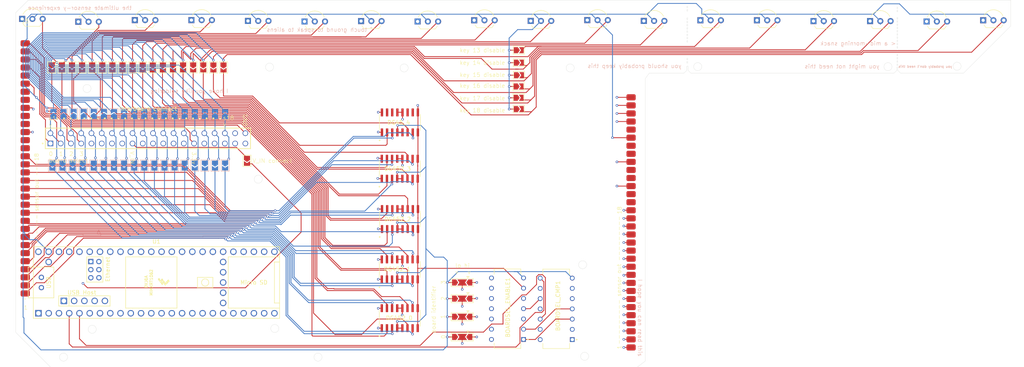
<source format=kicad_pcb>
(kicad_pcb (version 20240108) (generator "pcbnew") (generator_version "8.0")
  (layers (0 "F.Cu" power) (1 "In1.Cu" power "In1.Cu.+3v3") (2 "In2.Cu" signal) (31 "B.Cu" signal "B.Cu.Gnd") (34 "B.Paste" user) (35 "F.Paste" user) (36 "B.SilkS" user "B.Silkscreen") (37 "F.SilkS" user "F.Silkscreen") (38 "B.Mask" user) (39 "F.Mask" user) (44 "Edge.Cuts" user))
  (net 0 "")
  (net 1 "Net-(BOARDSEL_CMP1-2Y)")
  (net 2 "Net-(BOARDSEL_CMP1-3B)")
  (net 3 "Net-(BOARDSEL_CMP1-4A)")
  (net 4 "Net-(BOARDSEL_CMP1-2A)")
  (net 5 "Net-(BOARDSEL_CMP1-4B)")
  (net 6 "Net-(BOARDSEL_CMP1-1A)")
  (net 7 "Net-(BOARDSEL_CMP1-4Y)")
  (net 8 "Net-(BOARDSEL_CMP1-3Y)")
  (net 9 "Net-(BOARDSEL_CMP1-1Y)")
  (net 10 "Net-(BOARDSEL_CMP1-1B)")
  (net 11 "Net-(BOARDSEL_CMP1-2B)")
  (net 12 "GND")
  (net 13 "Net-(BOARDSEL_CMP1-VCC)")
  (net 14 "Net-(BOARDSEL_CMP1-3A)")
  (net 15 "Net-(BOARDSEL_ENABLE1-1Y)")
  (net 21 "Net-(DG45_4-S_4)")
  (net 22 "Net-(DG45_4-S_1)")
  (net 25 "Net-(DG45_4-D_4)")
  (net 26 "Net-(DG45_4-D_1)")
  (net 29 "Net-(DG452_0-D_1)")
  (net 30 "Net-(DG452_0-D_2)")
  (net 31 "Net-(DG452_0-D_3)")
  (net 32 "Net-(DG452_0-D_4)")
  (net 33 "Net-(DG452_0-S_3)")
  (net 34 "Net-(DG452_0-S_4)")
  (net 35 "Net-(DG452_0-S_1)")
  (net 36 "Net-(DG452_0-S_2)")
  (net 37 "Net-(DG452_1-D_1)")
  (net 38 "Net-(DG452_1-D_2)")
  (net 39 "Net-(DG452_1-S_3)")
  (net 40 "Net-(DG452_1-D_4)")
  (net 41 "Net-(DG452_1-S_1)")
  (net 42 "Net-(DG452_1-S_2)")
  (net 43 "Net-(DG452_1-S_4)")
  (net 44 "Net-(DG452_1-D_3)")
  (net 45 "Net-(DG452_2-S_4)")
  (net 46 "Net-(DG452_2-D_3)")
  (net 47 "Net-(DG452_2-S_3)")
  (net 48 "Net-(DG452_2-S_2)")
  (net 49 "Net-(DG452_2-D_4)")
  (net 50 "Net-(DG452_2-S_1)")
  (net 51 "Net-(DG452_2-D_1)")
  (net 52 "Net-(DG452_2-D_2)")
  (net 53 "Net-(DG452_3-D_2)")
  (net 54 "Net-(DG452_3-S_2)")
  (net 55 "Net-(DG452_3-D_1)")
  (net 56 "Net-(DG452_3-S_3)")
  (net 57 "Net-(DG452_3-S_4)")
  (net 58 "Net-(DG452_3-D_3)")
  (net 59 "Net-(DG452_3-D_4)")
  (net 60 "Net-(DG452_3-S_1)")
  (net 77 "Net-(JP10-B)")
  (net 78 "Net-(JP11-B)")
  (net 79 "Net-(JP12-B)")
  (net 80 "Net-(JP13-B)")
  (net 81 "Net-(JP14-B)")
  (net 82 "Net-(JP15-B)")
  (net 83 "Net-(JP16-B)")
  (net 84 "Net-(JP17-B)")
  (net 85 "Net-(JP18-B)")
  (net 86 "Net-(JP19-B)")
  (net 87 "Net-(JP20-B)")
  (net 88 "Net-(JP21-B)")
  (net 89 "Net-(JP22-B)")
  (net 90 "Net-(JP23-B)")
  (net 91 "Net-(JP45-B)")
  (net 92 "Net-(JP46-B)")
  (net 93 "Net-(JP47-B)")
  (net 135 "Net-(J2-Pin_9)")
  (net 150 "Net-(JP25-B)")
  (net 151 "Net-(JP26-B)")
  (footprint "Package_TO_SOT_THT:TO-92_Inline_Wide" (layer "F.Cu") (at 221.34 18.385)
    (property "Reference" "U16" (hide yes))
    (property "Value" "DRV5055A1xLPGxQ1")
  )
  (footprint "mine:DIP794W45P254L1969H508Q14" (layer "F.Cu") (at 145.59 89.685 180)
    (property "Reference" "BOARDSEL_ENABLE1")
    (property "Value" "SN74HCT21N")
  )
  (footprint "mine:SOIC127P600X175-16N" (layer "F.Cu") (at 118.92 92.03 90)
    (property "Reference" "DG452_0")
    (property "Value" "~")
  )
  (footprint "Package_TO_SOT_THT:TO-92_Inline_Wide" (layer "F.Cu") (at 179.34 18.345)
    (property "Reference" "U13" (hide yes))
    (property "Value" "DRV5055A1xLPGxQ1")
  )
  (footprint "Jumper:SolderJumper-2_P1.3mm_Open_TrianglePad1.0x1.5mm" (layer "F.Cu") (at 42.78 29.86 -90)
    (property "Reference" "JP52" (hide yes))
    (property "Value" "SolderJumper_2_Open" (hide yes))
  )
  (footprint "Package_TO_SOT_THT:TO-92_Inline_Wide" (layer "F.Cu") (at 207.34 18.185)
    (property "Reference" "U15" (hide yes))
    (property "Value" "DRV5055A1xLPGxQ1")
  )
  (footprint "Package_TO_SOT_THT:TO-92_Inline_Wide" (layer "F.Cu") (at 123.34 18.485)
    (property "Reference" "U9" (hide yes))
    (property "Value" "DRV5055A1xLPGxQ1")
  )
  (footprint "Jumper:SolderJumper-2_P1.3mm_Open_TrianglePad1.0x1.5mm" (layer "F.Cu") (at 45.28 29.86 -90)
    (property "Reference" "JP53" (hide yes))
    (property "Value" "SolderJumper_2_Open" (hide yes))
  )
  (footprint "mine:SOIC127P600X175-16N" (layer "F.Cu") (at 118.975 67.46 90)
    (property "Reference" "DG452_2")
    (property "Value" "~")
  )
  (footprint "mine:SOIC127P600X175-16N" (layer "F.Cu") (at 118.92 54.985 90)
    (property "Reference" "DG452_3")
    (property "Value" "~")
  )
  (footprint "Package_TO_SOT_THT:TO-92_Inline_Wide" (layer "F.Cu") (at 263.34 18.185)
    (property "Reference" "U19" (hide yes))
    (property "Value" "DRV5055A1xLPGxQ1")
  )
  (footprint "Jumper:SolderJumper-3_P2.0mm_Open_TrianglePad1.0x1.5mm" (layer "F.Cu") (at 134.38 91.685 180)
    (property "Reference" "JP2" (hide yes))
    (property "Value" "Jumper_3_Open")
  )
  (footprint "Package_TO_SOT_THT:TO-92_Inline_Wide" (layer "F.Cu") (at 137.34 18.185)
    (property "Reference" "U10" (hide yes))
    (property "Value" "DRV5055A1xLPGxQ1")
  )
  (footprint "Jumper:SolderJumper-3_P2.0mm_Open_TrianglePad1.0x1.5mm" (layer "F.Cu") (at 134.38 83.185 180)
    (property "Reference" "JP4" (hide yes))
    (property "Value" "Jumper_3_Open")
  )
  (footprint "mine:SOIC127P600X175-16N" (layer "F.Cu") (at 118.955 43.51 90)
    (property "Reference" "DG45_4")
    (property "Value" "~")
  )
  (footprint "Jumper:SolderJumper-2_P1.3mm_Open_TrianglePad1.0x1.5mm" (layer "F.Cu") (at 148.375 25.6)
    (property "Reference" "JP5" (hide yes))
    (property "Value" "SolderJumper_2_Open")
  )
  (footprint "Package_TO_SOT_THT:TO-92_Inline_Wide" (layer "F.Cu") (at 95.34 18.485)
    (property "Reference" "U7" (hide yes))
    (property "Value" "DRV5055A1xLPGxQ1")
  )
  (footprint "Jumper:SolderJumper-2_P1.3mm_Open_TrianglePad1.0x1.5mm" (layer "F.Cu") (at 148.325 37.4)
    (property "Reference" "JP25" (hide yes))
    (property "Value" "SolderJumper_2_Open")
  )
  (footprint "Package_TO_SOT_THT:TO-92_Inline_Wide" (layer "F.Cu") (at 151.34 18.345)
    (property "Reference" "U11" (hide yes))
    (property "Value" "DRV5055A1xLPGxQ1")
  )
  (footprint "Jumper:SolderJumper-3_P2.0mm_Open_TrianglePad1.0x1.5mm" (layer "F.Cu") (at 134.38 96.685 180)
    (property "Reference" "JP1" (hide yes))
    (property "Value" "Jumper_3_Open")
  )
  (footprint "Package_TO_SOT_THT:TO-92_Inline_Wide" (layer "F.Cu") (at 109.34 18.385)
    (property "Reference" "U8" (hide yes))
    (property "Value" "DRV5055A1xLPGxQ1")
  )
  (footprint "Jumper:SolderJumper-2_P1.3mm_Open_TrianglePad1.0x1.5mm" (layer "F.Cu") (at 148.425 31.8)
    (property "Reference" "JP7" (hide yes))
    (property "Value" "SolderJumper_2_Open")
  )
  (footprint "Package_TO_SOT_THT:TO-92_Inline_Wide" (layer "F.Cu") (at 81.34 18.345)
    (property "Reference" "U6" (hide yes))
    (property "Value" "DRV5055A1xLPGxQ1")
  )
  (footprint "Jumper:SolderJumper-2_P1.3mm_Open_TrianglePad1.0x1.5mm" (layer "F.Cu") (at 35.28 29.86 -90)
    (property "Reference" "JP49" (hide yes))
    (property "Value" "SolderJumper_2_Open" (hide yes))
  )
  (footprint "Jumper:SolderJumper-2_P1.3mm_Open_TrianglePad1.0x1.5mm" (layer "F.Cu") (at 65.28 29.86 -90)
    (property "Reference" "JP61" (hide yes))
    (property "Value" "SolderJumper_2_Open" (hide yes))
  )
  (footprint "Jumper:SolderJumper-2_P1.3mm_Open_TrianglePad1.0x1.5mm" (layer "F.Cu") (at 60.28 29.885 -90)
    (property "Reference" "JP59" (hide yes))
    (property "Value" "SolderJumper_2_Open" (hide yes))
  )
  (footprint "Jumper:SolderJumper-2_P1.3mm_Open_TrianglePad1.0x1.5mm" (layer "F.Cu") (at 55.28 29.885 -90)
    (property "Reference" "JP57" (hide yes))
    (property "Value" "SolderJumper_2_Open" (hide yes))
  )
  (footprint "Jumper:SolderJumper-2_P1.3mm_Open_TrianglePad1.0x1.5mm" (layer "F.Cu") (at 62.78 29.86 -90)
    (property "Reference" "JP60" (hide yes))
    (property "Value" "SolderJumper_2_Open" (hide yes))
  )
  (footprint "Jumper:SolderJumper-2_P1.3mm_Open_TrianglePad1.0x1.5mm" (layer "F.Cu") (at 47.78 29.86 -90)
    (property "Reference" "JP54" (hide yes))
    (property "Value" "SolderJumper_2_Open" (hide yes))
  )
  (footprint "Package_TO_SOT_THT:TO-92_Inline_Wide" (layer "F.Cu") (at 235.34 18.385)
    (property "Reference" "U17" (hide yes))
    (property "Value" "DRV5055A1xLPGxQ1")
  )
  (footprint "Package_TO_SOT_THT:TO-92_Inline_Wide" (layer "F.Cu") (at 249.34 18.485)
    (property "Reference" "U18" (hide yes))
    (property "Value" "DRV5055A1xLPGxQ1")
  )
  (footprint "Jumper:SolderJumper-2_P1.3mm_Open_TrianglePad1.0x1.5mm" (layer "F.Cu") (at 72.78 29.885 -90)
    (property "Reference" "JP64" (hide yes))
    (property "Value" "SolderJumper_2_Open" (hide yes))
  )
  (footprint "Jumper:SolderJumper-2_P1.3mm_Open_TrianglePad1.0x1.5mm" (layer "F.Cu") (at 81.1 53.025 -90)
    (property "Reference" "JP23" (hide yes))
    (property "Value" "5v IN from control rail")
  )
  (footprint "Jumper:SolderJumper-2_P1.3mm_Open_TrianglePad1.0x1.5mm" (layer "F.Cu") (at 57.78 29.885 -90)
    (property "Reference" "JP58" (hide yes))
    (property "Value" "SolderJumper_2_Open" (hide yes))
  )
  (footprint "Package_TO_SOT_THT:TO-92_Inline_Wide" (layer "F.Cu") (at 165.34 18.145)
    (property "Reference" "U12" (hide yes))
    (property "Value" "DRV5055A1xLPGxQ1")
  )
  (footprint "Jumper:SolderJumper-2_P1.3mm_Open_TrianglePad1.0x1.5mm" (layer "F.Cu") (at 148.4 28.7)
    (property "Reference" "JP6" (hide yes))
    (property "Value" "SolderJumper_2_Open")
  )
  (footprint "Jumper:SolderJumper-2_P1.3mm_Open_TrianglePad1.0x1.5mm" (layer "F.Cu") (at 148.325 34.6)
    (property "Reference" "JP24" (hide yes))
    (property "Value" "SolderJumper_2_Open")
  )
  (footprint "Package_TO_SOT_THT:TO-92_Inline_Wide" (layer "F.Cu") (at 39.34 18.545)
    (property "Reference" "U3" (hide yes))
    (property "Value" "DRV5055A1xLPGxQ1")
  )
  (footprint "Package_TO_SOT_THT:TO-92_Inline_Wide" (layer "F.Cu") (at 67.34 18.145)
    (property "Reference" "U5" (hide yes))
    (property "Value" "DRV5055A1xLPGxQ1")
  )
  (footprint "Jumper:SolderJumper-2_P1.3mm_Open_TrianglePad1.0x1.5mm" (layer "F.Cu") (at 40.28 29.86 -90)
    (property "Reference" "JP51" (hide yes))
    (property "Value" "SolderJumper_2_Open" (hide yes))
  )
  (footprint "mine:Conn_1x32_SMD" (layer "F.Cu") (at 176.18 32.285)
    (property "Reference" "J2" (hide yes))
    (property "Value" "Conn_01x32_Pin")
  )
  (footprint "mine:Conn_1x32_SMD" (layer "F.Cu") (at 26.2 18.9)
    (property "Reference" "J3")
    (property "Value" "Conn_01x32_Pin")
  )
  (footprint "Jumper:SolderJumper-2_P1.3mm_Open_TrianglePad1.0x1.5mm" (layer "F.Cu") (at 37.78 29.86 -90)
    (property "Reference" "JP50" (hide yes))
    (property "Value" "SolderJumper_2_Open" (hide yes))
  )
  (footprint "Jumper:SolderJumper-3_P2.0mm_Open_TrianglePad1.0x1.5mm" (layer "F.Cu") (at 134.38 87.185 180)
    (property "Reference" "JP3" (hide yes))
    (property "Value" "Jumper_3_Open")
  )
  (footprint "Jumper:SolderJumper-2_P1.3mm_Open_TrianglePad1.0x1.5mm" (layer "F.Cu") (at 50.28 29.86 -90)
    (property "Reference" "JP55" (hide yes))
    (property "Value" "SolderJumper_2_Open" (hide yes))
  )
  (footprint "mine:SOIC127P600X175-16N" (layer "F.Cu") (at 118.92 79.935 90)
    (property "Reference" "DG452_1")
    (property "Value" "~")
  )
  (footprint "Jumper:SolderJumper-2_P1.3mm_Open_TrianglePad1.0x1.5mm" (layer "F.Cu") (at 75.28 29.885 -90)
    (property "Reference" "JP65" (hide yes))
    (property "Value" "SolderJumper_2_Open" (hide yes))
  )
  (footprint "Jumper:SolderJumper-2_P1.3mm_Open_TrianglePad1.0x1.5mm" (layer "F.Cu") (at 70.28 29.86 -90)
    (property "Reference" "JP63" (hide yes))
    (property "Value" "SolderJumper_2_Open" (hide yes))
  )
  (footprint "Package_TO_SOT_THT:TO-92_Inline_Wide" (layer "F.Cu") (at 25.44 17.845)
    (property "Reference" "U2" (hide yes))
    (property "Value" "DRV5055A1xLPGxQ1")
  )
  (footprint "Jumper:SolderJumper-2_P1.3mm_Open_TrianglePad1.0x1.5mm" (layer "F.Cu") (at 32.78 29.86 -90)
    (property "Reference" "JP48" (hide yes))
    (property "Value" "SolderJumper_2_Open")
  )
  (footprint "mine:SAMTEC_TSW-120-20-S-D-LL" (layer "F.Cu") (at 56.57 47.455)
    (property "Reference" "interboard connect")
    (property "Value" "TSW-120-20-S-D-LL")
  )
  (footprint "teensy:Teensy41" (layer "F.Cu") (at 58.68 83.185)
    (property "Reference" "U1")
    (property "Value" "Teensy4.1")
  )
  (footprint "mine:DIP794W45P254L1969H508Q14" (layer "F.Cu") (at 157.65 89.725 180)
    (property "Reference" "BOARDSEL_CMP1")
    (property "Value" "SN74HCT266N")
  )
  (footprint "Package_TO_SOT_THT:TO-92_Inline_Wide" (layer "F.Cu") (at 193.34 18.185)
    (property "Reference" "U14" (hide yes))
    (property "Value" "DRV5055A1xLPGxQ1")
  )
  (footprint "Jumper:SolderJumper-2_P1.3mm_Open_TrianglePad1.0x1.5mm" (layer "F.Cu") (at 52.78 29.885 -90)
    (property "Reference" "JP56" (hide yes))
    (property "Value" "SolderJumper_2_Open" (hide yes))
  )
  (footprint "Jumper:SolderJumper-2_P1.3mm_Open_TrianglePad1.0x1.5mm" (layer "F.Cu") (at 67.78 29.86 -90)
    (property "Reference" "JP62" (hide yes))
    (property "Value" "SolderJumper_2_Open" (hide yes))
  )
  (footprint "Package_TO_SOT_THT:TO-92_Inline_Wide" (layer "F.Cu") (at 53.34 18.145)
    (property "Reference" "U4" (hide yes))
    (property "Value" "DRV5055A1xLPGxQ1")
  )
  (footprint "Jumper:SolderJumper-2_P1.3mm_Open_TrianglePad1.0x1.5mm" (layer "F.Cu") (at 148.375 40.2)
    (property "Reference" "JP26" (hide yes))
    (property "Value" "SolderJumper_2_Open")
  )
  (footprint "Jumper:SolderJumper-2_P1.3mm_Open_TrianglePad1.0x1.5mm" (layer "B.Cu") (at 32.93 54.21 -90)
    (property "Reference" "JPE01" (hide yes))
    (property "Value" "SolderJumper_2_Open")
  )
  (footprint "Jumper:SolderJumper-2_P1.3mm_Open_TrianglePad1.0x1.5mm" (layer "B.Cu") (at 68.18 54.185 -90)
    (property "Reference" "JPE15" (hide yes))
    (property "Value" "SolderJumper_2_Open" (hide yes))
  )
  (footprint "Jumper:SolderJumper-2_P1.3mm_Open_TrianglePad1.0x1.5mm" (layer "B.Cu") (at 63.18 54.185 -90)
    (property "Reference" "JPE13" (hide yes))
    (property "Value" "SolderJumper_2_Open" (hide yes))
  )
  (footprint "Jumper:SolderJumper-2_P1.3mm_Open_TrianglePad1.0x1.5mm" (layer "B.Cu") (at 63.18 41.435 90)
    (property "Reference" "JP20" (hide yes))
    (property "Value" "SolderJumper_2_Open" (hide yes))
  )
  (footprint "Jumper:SolderJumper-2_P1.3mm_Open_TrianglePad1.0x1.5mm" (layer "B.Cu") (at 40.43 54.21 -90)
    (property "Reference" "JPE04" (hide yes))
    (property "Value" "SolderJumper_2_Open" (hide yes))
  )
  (footprint "Jumper:SolderJumper-2_P1.3mm_Open_TrianglePad1.0x1.5mm" (layer "B.Cu") (at 73.18 41.41 90)
    (property "Reference" "JP46" (hide yes))
    (property "Value" "SolderJumper_2_Open" (hide yes))
  )
  (footprint "Jumper:SolderJumper-2_P1.3mm_Open_TrianglePad1.0x1.5mm" (layer "B.Cu") (at 75.68 54.185 -90)
    (property "Reference" "JPE18" (hide yes))
    (property "Value" "SolderJumper_2_Open" (hide yes))
  )
  (footprint "Jumper:SolderJumper-2_P1.3mm_Open_TrianglePad1.0x1.5mm" (layer "B.Cu") (at 53.18 41.435 90)
    (property "Reference" "JP16" (hide yes))
    (property "Value" "SolderJumper_2_Open" (hide yes))
  )
  (footprint "Jumper:SolderJumper-2_P1.3mm_Open_TrianglePad1.0x1.5mm" (layer "B.Cu") (at 75.68 41.435 90)
    (property "Reference" "JP47" (hide yes))
    (property "Value" "SolderJumper_2_Open" (hide yes))
  )
  (footprint "Jumper:SolderJumper-2_P1.3mm_Open_TrianglePad1.0x1.5mm" (layer "B.Cu") (at 45.68 41.41 90)
    (property "Reference" "JP13" (hide yes))
    (property "Value" "SolderJumper_2_Open" (hide yes))
  )
  (footprint "Jumper:SolderJumper-2_P1.3mm_Open_TrianglePad1.0x1.5mm" (layer "B.Cu") (at 45.68 54.21 -90)
    (property "Reference" "JPE06" (hide yes))
    (property "Value" "SolderJumper_2_Open" (hide yes))
  )
  (footprint "Jumper:SolderJumper-2_P1.3mm_Open_TrianglePad1.0x1.5mm" (layer "B.Cu") (at 50.68 41.435 90)
    (property "Reference" "JP15" (hide yes))
    (property "Value" "SolderJumper_2_Open" (hide yes))
  )
  (footprint "Jumper:SolderJumper-2_P1.3mm_Open_TrianglePad1.0x1.5mm" (layer "B.Cu") (at 50.68 54.185 -90)
    (property "Reference" "JPE08" (hide yes))
    (property "Value" "SolderJumper_2_Open" (hide yes))
  )
  (footprint "Jumper:SolderJumper-2_P1.3mm_Open_TrianglePad1.0x1.5mm" (layer "B.Cu") (at 60.68 54.21 -90)
    (property "Reference" "JPE12" (hide yes))
    (property "Value" "SolderJumper_2_Open" (hide yes))
  )
  (footprint "Jumper:SolderJumper-2_P1.3mm_Open_TrianglePad1.0x1.5mm" (layer "B.Cu") (at 70.68 41.41 90)
    (property "Reference" "JP45" (hide yes))
    (property "Value" "SolderJumper_2_Open" (hide yes))
  )
  (footprint "Jumper:SolderJumper-2_P1.3mm_Open_TrianglePad1.0x1.5mm" (layer "B.Cu") (at 55.68 41.41 90)
    (property "Reference" "JP17" (hide yes))
    (property "Value" "SolderJumper_2_Open" (hide yes))
  )
  (footprint "Jumper:SolderJumper-2_P1.3mm_Open_TrianglePad1.0x1.5mm" (layer "B.Cu") (at 65.68 54.21 -90)
    (property "Reference" "JPE14" (hide yes))
    (property "Value" "SolderJumper_2_Open" (hide yes))
  )
  (footprint "Jumper:SolderJumper-2_P1.3mm_Open_TrianglePad1.0x1.5mm" (layer "B.Cu") (at 70.68 54.21 -90)
    (property "Reference" "JPE16" (hide yes))
    (property "Value" "SolderJumper_2_Open" (hide yes))
  )
  (footprint "Jumper:SolderJumper-2_P1.3mm_Open_TrianglePad1.0x1.5mm" (layer "B.Cu") (at 65.68 41.41 90)
    (property "Reference" "JP21" (hide yes))
    (property "Value" "SolderJumper_2_Open" (hide yes))
  )
  (footprint "Jumper:SolderJumper-2_P1.3mm_Open_TrianglePad1.0x1.5mm" (layer "B.Cu") (at 37.93 54.21 -90)
    (property "Reference" "JPE03" (hide yes))
    (property "Value" "SolderJumper_2_Open" (hide yes))
  )
  (footprint "Jumper:SolderJumper-2_P1.3mm_Open_TrianglePad1.0x1.5mm" (layer "B.Cu") (at 35.43 54.21 -90)
    (property "Reference" "JPE02" (hide yes))
    (property "Value" "SolderJumper_2_Open" (hide yes))
  )
  (footprint "Jumper:SolderJumper-2_P1.3mm_Open_TrianglePad1.0x1.5mm" (layer "B.Cu") (at 60.68 41.41 90)
    (property "Reference" "JP19" (hide yes))
    (property "Value" "SolderJumper_2_Open" (hide yes))
  )
  (footprint "Jumper:SolderJumper-2_P1.3mm_Open_TrianglePad1.0x1.5mm" (layer "B.Cu") (at 53.18 54.21 -90)
    (property "Reference" "JPE09" (hide yes))
    (property "Value" "SolderJumper_2_Open" (hide yes))
  )
  (footprint "Jumper:SolderJumper-2_P1.3mm_Open_TrianglePad1.0x1.5mm" (layer "B.Cu") (at 48.18 54.21 -90)
    (property "Reference" "JPE07" (hide yes))
    (property "Value" "SolderJumper_2_Open" (hide yes))
  )
  (footprint "Jumper:SolderJumper-2_P1.3mm_Open_TrianglePad1.0x1.5mm" (layer "B.Cu") (at 48.18 41.435 90)
    (property "Reference" "JP14" (hide yes))
    (property "Value" "SolderJumper_2_Open" (hide yes))
  )
  (footprint "Jumper:SolderJumper-2_P1.3mm_Open_TrianglePad1.0x1.5mm" (layer "B.Cu") (at 40.68 41.41 90)
    (property "Reference" "JP11" (hide yes))
    (property "Value" "SolderJumper_2_Open" (hide yes))
  )
  (footprint "Jumper:SolderJumper-2_P1.3mm_Open_TrianglePad1.0x1.5mm" (layer "B.Cu") (at 43.18 54.21 -90)
    (property "Reference" "JPE05" (hide yes))
    (property "Value" "SolderJumper_2_Open" (hide yes))
  )
  (footprint "Jumper:SolderJumper-2_P1.3mm_Open_TrianglePad1.0x1.5mm" (layer "B.Cu") (at 58.18 54.21 -90)
    (property "Reference" "JPE11" (hide yes))
    (property "Value" "SolderJumper_2_Open" (hide yes))
  )
  (footprint "Jumper:SolderJumper-2_P1.3mm_Open_TrianglePad1.0x1.5mm" (layer "B.Cu") (at 35.68 41.435 90)
    (property "Reference" "JP9" (hide yes))
    (property "Value" "SolderJumper_2_Open" (hide yes))
  )
  (footprint "Jumper:SolderJumper-2_P1.3mm_Open_TrianglePad1.0x1.5mm" (layer "B.Cu") (at 68.18 41.435 90)
    (property "Reference" "JP22" (hide yes))
    (property "Value" "SolderJumper_2_Open" (hide yes))
  )
  (footprint "Jumper:SolderJumper-2_P1.3mm_Open_TrianglePad1.0x1.5mm" (layer "B.Cu") (at 55.68 54.21 -90)
    (property "Reference" "JPE10" (hide yes))
    (property "Value" "SolderJumper_2_Open" (hide yes))
  )
  (footprint "Jumper:SolderJumper-2_P1.3mm_Open_TrianglePad1.0x1.5mm" (layer "B.Cu") (at 58.18 41.435 90)
    (property "Reference" "JP18" (hide yes))
    (property "Value" "SolderJumper_2_Open" (hide yes))
  )
  (footprint "Jumper:SolderJumper-2_P1.3mm_Open_TrianglePad1.0x1.5mm" (layer "B.Cu") (at 33.18 41.41 90)
    (property "Reference" "JP8" (hide yes))
    (property "Value" "SolderJumper_2_Open")
  )
  (footprint "Jumper:SolderJumper-2_P1.3mm_Open_TrianglePad1.0x1.5mm" (layer "B.Cu") (at 38.18 41.41 90)
    (property "Reference" "JP10" (hide yes))
    (property "Value" "SolderJumper_2_Open" (hide yes))
  )
  (footprint "Jumper:SolderJumper-2_P1.3mm_Open_TrianglePad1.0x1.5mm" (layer "B.Cu") (at 43.18 41.41 90)
    (property "Reference" "JP12" (hide yes))
    (property "Value" "SolderJumper_2_Open" (hide yes))
  )
  (footprint "Jumper:SolderJumper-2_P1.3mm_Open_TrianglePad1.0x1.5mm" (layer "B.Cu") (at 73.18 54.21 -90)
    (property "Reference" "JPE17" (hide yes))
    (property "Value" "SolderJumper_2_Open" (hide yes))
  )
  (gr_line (start 34.1 42.5) (end 74.8 42.5) (stroke (width 0.4) (type dot)) (layer "F.SilkS"))
  (gr_poly (pts (xy 190 21.2) (xy 190 20.8) (xy 190.2 20.8) (xy 190.2 21.2)) (stroke (width 0.05)) (fill none) (layer "Edge.Cuts"))
  (gr_poly (pts (xy 242 16.1) (xy 242 15.7) (xy 242.2 15.7) (xy 242.2 16.1)) (stroke (width 0.05)) (fill none) (layer "Edge.Cuts"))
  (gr_poly (pts (xy 190 28.8) (xy 190 28.4) (xy 190.2 28.4) (xy 190.2 28.8)) (stroke (width 0.05)) (fill none) (layer "Edge.Cuts"))
  (gr_poly (pts (xy 190 23.6) (xy 190 23.2) (xy 190.2 23.2) (xy 190.2 23.6)) (stroke (width 0.05)) (fill none) (layer "Edge.Cuts"))
  (gr_circle (center 256.88 29.585) (end 257.88 29.585) (stroke (width 0.05)) (fill none) (layer "Edge.Cuts"))
  (gr_poly (pts (xy 242 25.1) (xy 242 24.7) (xy 242.2 24.7) (xy 242.2 25.1)) (stroke (width 0.05)) (fill none) (layer "Edge.Cuts"))
  (gr_poly (pts (xy 190 15.1) (xy 190 14.7) (xy 190.2 14.7) (xy 190.2 15.1)) (stroke (width 0.05)) (fill none) (layer "Edge.Cuts"))
  (gr_poly (pts (xy 242 27) (xy 242 26.6) (xy 242.2 26.6) (xy 242.2 27)) (stroke (width 0.05)) (fill none) (layer "Edge.Cuts"))
  (gr_poly (pts (xy 270.18 13.185) (xy 270.18 19.585) (xy 258.48 31.285) (xy 242.88 31.285) (xy 242.18 30.585) (xy 242.18 29.785) (xy 241.98 29.785) (xy 241.98 30.585) (xy 241.28 31.285) (xy 190.98 31.285) (xy 190.28 30.585) (xy 190.28 29.585) (xy 189.98 29.585) (xy 189.98 30.585) (xy 189.28 31.285) (xy 180.68 31.285) (xy 179.68 32.666789) (xy 179.68 75.685) (xy 179.673539 86.278539) (xy 179.672205 102.685) (xy 177.68 104.185) (xy 165.78 104.185) (xy 32.48 104.185) (xy 23.88 95.585) (xy 23.88 16.285) (xy 26.98 13.185)) (stroke (width 0.05)) (fill none) (layer "Edge.Cuts"))
  (gr_circle (center 41.5 35.1) (end 42.5 35.1) (stroke (width 0.05)) (fill none) (layer "Edge.Cuts"))
  (gr_circle (center 42.78 94.785) (end 43.78 94.785) (stroke (width 0.05)) (fill none) (layer "Edge.Cuts"))
  (gr_circle (center 164.18 78.785) (end 165.18 78.785) (stroke (width 0.05)) (fill none) (layer "Edge.Cuts"))
  (gr_poly (pts (xy 242 21.1) (xy 242 20.7) (xy 242.2 20.7) (xy 242.2 21.1)) (stroke (width 0.05)) (fill none) (layer "Edge.Cuts"))
  (gr_poly (pts (xy 190 28) (xy 190 27.6) (xy 190.2 27.6) (xy 190.2 28)) (stroke (width 0.05)) (fill none) (layer "Edge.Cuts"))
  (gr_poly (pts (xy 242 21.9) (xy 242 21.5) (xy 242.2 21.5) (xy 242.2 21.9)) (stroke (width 0.05)) (fill none) (layer "Edge.Cuts"))
  (gr_poly (pts (xy 242 17.9) (xy 242 17.5) (xy 242.2 17.5) (xy 242.2 17.9)) (stroke (width 0.05)) (fill none) (layer "Edge.Cuts"))
  (gr_poly (pts (xy 190 22) (xy 190 21.6) (xy 190.2 21.6) (xy 190.2 22)) (stroke (width 0.05)) (fill none) (layer "Edge.Cuts"))
  (gr_poly (pts (xy 242 22.7) (xy 242 22.3) (xy 242.2 22.3) (xy 242.2 22.7)) (stroke (width 0.05)) (fill none) (layer "Edge.Cuts"))
  (gr_poly (pts (xy 190 18) (xy 190 17.6) (xy 190.2 17.6) (xy 190.2 18)) (stroke (width 0.05)) (fill none) (layer "Edge.Cuts"))
  (gr_circle (center 164.68 101.485) (end 165.68 101.485) (stroke (width 0.05)) (fill none) (layer "Edge.Cuts"))
  (gr_poly (pts (xy 190 15.9) (xy 190 15.5) (xy 190.2 15.5) (xy 190.2 15.9)) (stroke (width 0.05)) (fill none) (layer "Edge.Cuts"))
  (gr_circle (center 161.1 30) (end 162.1 30) (stroke (width 0.05)) (fill none) (layer "Edge.Cuts"))
  (gr_poly (pts (xy 242 20.3) (xy 242 19.9) (xy 242.2 19.9) (xy 242.2 20.3)) (stroke (width 0.05)) (fill none) (layer "Edge.Cuts"))
  (gr_poly (pts (xy 242 24.3) (xy 242 23.9) (xy 242.2 23.9) (xy 242.2 24.3)) (stroke (width 0.05)) (fill none) (layer "Edge.Cuts"))
  (gr_poly (pts (xy 242 27.8) (xy 242 27.4) (xy 242.2 27.4) (xy 242.2 27.8)) (stroke (width 0.05)) (fill none) (layer "Edge.Cuts"))
  (gr_circle (center 83.88 57.585) (end 84.88 57.585) (stroke (width 0.05)) (fill none) (layer "Edge.Cuts"))
  (gr_circle (center 35.68 101.685) (end 36.68 101.685) (stroke (width 0.05)) (fill none) (layer "Edge.Cuts"))
  (gr_poly (pts (xy 190 18.8) (xy 190 18.4) (xy 190.2 18.4) (xy 190.2 18.8)) (stroke (width 0.05)) (fill none) (layer "Edge.Cuts"))
  (gr_circle (center 192.68 29.685) (end 191.68 29.685) (stroke (width 0.05)) (fill none) (layer "Edge.Cuts"))
  (gr_circle (center 87.98 94.585) (end 88.98 94.585) (stroke (width 0.05)) (fill none) (layer "Edge.Cuts"))
  (gr_poly (pts (xy 242 18.7) (xy 242 18.3) (xy 242.2 18.3) (xy 242.2 18.7)) (stroke (width 0.05)) (fill none) (layer "Edge.Cuts"))
  (gr_poly (pts (xy 190 22.8) (xy 190 22.4) (xy 190.2 22.4) (xy 190.2 22.8)) (stroke (width 0.05)) (fill none) (layer "Edge.Cuts"))
  (gr_circle (center 239.78 29.685) (end 240.78 29.685) (stroke (width 0.05)) (fill none) (layer "Edge.Cuts"))
  (gr_poly (pts (xy 190 19.6) (xy 190 19.2) (xy 190.2 19.2) (xy 190.2 19.6)) (stroke (width 0.05)) (fill none) (layer "Edge.Cuts"))
  (gr_circle (center 120 30) (end 121 30) (stroke (width 0.05)) (fill none) (layer "Edge.Cuts"))
  (gr_poly (pts (xy 242 23.5) (xy 242 23.1) (xy 242.2 23.1) (xy 242.2 23.5)) (stroke (width 0.05)) (fill none) (layer "Edge.Cuts"))
  (gr_poly (pts (xy 190 20.4) (xy 190 20) (xy 190.2 20) (xy 190.2 20.4)) (stroke (width 0.05)) (fill none) (layer "Edge.Cuts"))
  (gr_poly (pts (xy 242 15.3) (xy 242 14.9) (xy 242.2 14.9) (xy 242.2 15.3)) (stroke (width 0.05)) (fill none) (layer "Edge.Cuts"))
  (gr_circle (center 98.68 101.685) (end 99.68 101.685) (stroke (width 0.05)) (fill none) (layer "Edge.Cuts"))
  (gr_poly (pts (xy 242 29.4) (xy 242 29) (xy 242.2 29) (xy 242.2 29.4)) (stroke (width 0.05)) (fill none) (layer "Edge.Cuts"))
  (gr_poly (pts (xy 242 19.5) (xy 242 19.1) (xy 242.2 19.1) (xy 242.2 19.5)) (stroke (width 0.05)) (fill none) (layer "Edge.Cuts"))
  (gr_poly (pts (xy 242 28.6) (xy 242 28.2) (xy 242.2 28.2) (xy 242.2 28.6)) (stroke (width 0.05)) (fill none) (layer "Edge.Cuts"))
  (gr_circle (center 86.68 29.785) (end 87.68 29.785) (stroke (width 0.05)) (fill none) (layer "Edge.Cuts"))
  (gr_text "^ touch ground to speak to aliens" (at 112.2 21.1 0) (layer "B.SilkS") (effects (font (size 1 1) (thickness 0.1)) (justify left bottom mirror)))
  (gr_text "I hope you like soldering" (at 76.5 36.3 0) (layer "B.SilkS") (effects (font (size 1 1) (thickness 0.1)) (justify left bottom mirror)))
  (gr_text "you should probably keep this" (at 188.7 30.1 0) (layer "B.SilkS") (effects (font (size 1 1) (thickness 0.1)) (justify left bottom mirror)))
  (gr_text "the ultimate sensor-y experience" (at 52.6 15.7 0) (layer "B.SilkS") (effects (font (size 1 1) (thickness 0.1)) (justify left bottom mirror)))
  (gr_text "< a mid-morning snack" (at 241.8 24.5 0) (layer "B.SilkS") (effects (font (size 1 1) (thickness 0.1)) (justify left bottom mirror)))
  (gr_text "you might not need this" (at 237.7 30.2 0) (layer "B.SilkS") (effects (font (size 1 1) (thickness 0.1)) (justify left bottom mirror)))
  (gr_text "I hope you can read this" (at 177.8 82.3 -90) (layer "B.SilkS") (effects (font (size 1 1) (thickness 0.1)) (justify left bottom)))
  (gr_text "you probably don't need this" (at 255.7 30 0) (layer "B.SilkS") (effects (font (size 0.6 0.6) (thickness 0.1)) (justify left bottom mirror)))
  (gr_text "--------- sensor out ---------" (at 173.8 98.6 90) (layer "F.SilkS") (effects (font (size 1 1) (thickness 0.1)) (justify left bottom)))
  (gr_text "3" (at 130.3 83.7 90) (layer "F.SilkS") (effects (font (size 1 1) (thickness 0.1)) (justify left bottom)))
  (gr_text "key 17 disable" (at 133.7 38.1 0) (layer "F.SilkS") (effects (font (size 1 1) (thickness 0.1)) (justify left bottom)))
  (gr_text "^\n1" (at 25.8 90 0) (layer "F.SilkS") (effects (font (size 1 1) (thickness 0.1)) (justify left bottom)))
  (gr_text "lo hi\nv   v" (at 132.6 81.2 0) (layer "F.SilkS") (effects (font (size 1 1) (thickness 0.1)) (justify left bottom)))
  (gr_text "------ sensor out ---" (at 29.6 73.8 90) (layer "F.SilkS") (effects (font (size 1 1) (thickness 0.1)) (justify left bottom)))
  (gr_text "GND" (at 80 41.4 -90) (layer "F.SilkS") (effects (font (size 1 1) (thickness 0.1)) (justify left bottom)))
  (gr_text "V_IN connect" (at 82.4 53.6 0) (layer "F.SilkS") (effects (font (size 1 1) (thickness 0.1)) (justify left bottom)))
  (gr_text "18" (at 173.9 66.3 90) (layer "F.SilkS") (effects (font (size 1 1) (thickness 0.1)) (justify left bottom)))
  (gr_text "1" (at 173.9 99.8 90) (layer "F.SilkS") (effects (font (size 1 1) (thickness 0.1)) (justify left bottom)))
  (gr_text "key 18 disable" (at 133.7 41.1 0) (layer "F.SilkS") (effects (font (size 1 1) (thickness 0.1)) (justify left bottom)))
  (gr_text "key 15 disable" (at 133.7 32.3 0) (layer "F.SilkS") (effects (font (size 1 1) (thickness 0.1)) (justify left bottom)))
  (gr_text "V_IN" (at 52.1 50.6 -90) (layer "F.SilkS") (effects (font (size 1 1) (thickness 0.1)) (justify left bottom)))
  (gr_text "2" (at 130.3 87.7 90) (layer "F.SilkS") (effects (font (size 1 1) (thickness 0.1)) (justify left bottom)))
  (gr_text "board identifier" (at 127.9 95.8 90) (layer "F.SilkS") (effects (font (size 1 1) (thickness 0.1)) (justify left bottom)))
  (gr_text "3.3v" (at 67.4 50.7 -90) (layer "F.SilkS") (effects (font (size 1 1) (thickness 0.1)) (justify left bottom)))
  (gr_text "s18\nv" (at 75.1 44.6 0) (layer "F.SilkS") (effects (font (size 1 1) (thickness 0.1)) (justify left bottom)))
  (gr_text "key 13 disable" (at 133.7 26.2 0) (layer "F.SilkS") (effects (font (size 1 1) (thickness 0.1)) (justify left bottom)))
  (gr_text "1" (at 130.2 92.2 90) (layer "F.SilkS") (effects (font (size 1 1) (thickness 0.1)) (justify left bottom)))
  (gr_text "key 14 disable" (at 133.7 29.3 0) (layer "F.SilkS") (effects (font (size 1 1) (thickness 0.1)) (justify left bottom)))
  (gr_text "0  1  2  3\nboard select" (at 32 53.5 0) (layer "F.SilkS") (effects (font (size 1 1.02) (thickness 0.1)) (justify left bottom)))
  (gr_text "0" (at 130.3 97.2 90) (layer "F.SilkS") (effects (font (size 1 1) (thickness 0.1)) (justify left bottom)))
  (gr_text "18" (at 29.6 53.1 90) (layer "F.SilkS") (effects (font (size 1 1) (thickness 0.1)) (justify left bottom)))
  (gr_text "key 16 disable" (at 133.7 35 0) (layer "F.SilkS") (effects (font (size 1 1) (thickness 0.1)) (justify left bottom)))
  (gr_text "s1\nv" (at 32 44.7 0) (layer "F.SilkS") (effects (font (size 1 1) (thickness 0.1)) (justify left bottom)))
  (segment (start 157.50842 89.725) (end 161.62 89.725) (width 0.2) (layer "F.Cu") (net 1))
  (segment (start 149.56 94.765) (end 152.46842 94.765) (width 0.2) (layer "F.Cu") (net 1))
  (segment (start 152.46842 94.765) (end 157.50842 89.725) (width 0.2) (layer "F.Cu") (net 1))
  (segment (start 134.38 87.185) (end 134.38 89.085) (width 0.2) (layer "F.Cu") (net 2))
  (via (at 134.38 89.085) (size 0.6) (drill 0.3) (layers "F.Cu" "B.Cu") (net 2))
  (segment (start 152.795 81.73842) (end 153.31342 81.22) (width 0.2) (layer "F.Cu") (net 3))
  (segment (start 172.68 37.285) (end 172.58 37.285) (width 0.2) (layer "F.Cu") (net 3))
  (segment (start 127.28 95.485) (end 139.64842 95.485) (width 0.2) (layer "F.Cu") (net 3))
  (segment (start 26.2 23.9) (end 27.343 23.9) (width 0.2) (layer "F.Cu") (net 3))
  (segment (start 27.343 23.9) (end 30.973235 27.530235) (width 0.2) (layer "F.Cu") (net 3))
  (segment (start 139.64842 95.485) (end 141.64842 93.485) (width 0.2) (layer "F.Cu") (net 3))
  (segment (start 39.075 47.74) (end 40.06 48.725) (width 0.2) (layer "F.Cu") (net 3))
  (segment (start 141.64842 93.485) (end 144.48 93.485) (width 0.2) (layer "F.Cu") (net 3))
  (segment (start 39.63 97.135) (end 41.28 98.785) (width 0.2) (layer "F.Cu") (net 3))
  (segment (start 144.48 90.97342) (end 149.19342 86.26) (width 0.2) (layer "F.Cu") (net 3))
  (segment (start 39.075 46.275) (end 39.075 47.74) (width 0.2) (layer "F.Cu") (net 3))
  (segment (start 154.215 81.22) (end 154.965 81.97) (width 0.2) (layer "F.Cu") (net 3))
  (segment (start 30.973235 40.947142) (end 31.352381 41.326288) (width 0.2) (layer "F.Cu") (net 3))
  (segment (start 31.352381 41.326288) (end 33.992858 41.326288) (width 0.2) (layer "F.Cu") (net 3))
  (segment (start 150.205 86.26) (end 152.795 83.67) (width 0.2) (layer "F.Cu") (net 3))
  (segment (start 37.86657 45.2) (end 38 45.2) (width 0.2) (layer "F.Cu") (net 3))
  (segment (start 39.63 90.805) (end 39.63 97.135) (width 0.2) (layer "F.Cu") (net 3))
  (segment (start 176.18 37.285) (end 172.68 37.285) (width 0.2) (layer "F.Cu") (net 3))
  (segment (start 30.973235 27.530235) (end 30.973235 40.947142) (width 0.2) (layer "F.Cu") (net 3))
  (segment (start 152.795 83.67) (end 152.795 81.73842) (width 0.2) (layer "F.Cu") (net 3))
  (segment (start 38 45.2) (end 39.075 46.275) (width 0.2) (layer "F.Cu") (net 3))
  (segment (start 154.965 81.97) (end 154.965 90.98) (width 0.2) (layer "F.Cu") (net 3))
  (segment (start 144.48 93.485) (end 144.48 90.97342) (width 0.2) (layer "F.Cu") (net 3))
  (segment (start 149.19342 86.26) (end 150.205 86.26) (width 0.2) (layer "F.Cu") (net 3))
  (segment (start 33.992858 41.326288) (end 37.86657 45.2) (width 0.2) (layer "F.Cu") (net 3))
  (segment (start 154.965 90.98) (end 153.68 92.265) (width 0.2) (layer "F.Cu") (net 3))
  (segment (start 41.28 98.785) (end 123.98 98.785) (width 0.2) (layer "F.Cu") (net 3))
  (segment (start 153.31342 81.22) (end 154.215 81.22) (width 0.2) (layer "F.Cu") (net 3))
  (segment (start 123.98 98.785) (end 127.28 95.485) (width 0.2) (layer "F.Cu") (net 3))
  (via (at 172.68 37.285) (size 0.6) (drill 0.3) (layers "F.Cu" "B.Cu") (net 3))
  (segment (start 30.173235 29.295921) (end 30.173235 41.278514) (width 0.2) (layer "F.Cu") (net 4))
  (segment (start 176.18 41.285) (end 172.68 41.285) (width 0.2) (layer "F.Cu") (net 4))
  (segment (start 26.2 27.9) (end 28.777314 27.9) (width 0.2) (layer "F.Cu") (net 4))
  (segment (start 28.777314 27.9) (end 30.173235 29.295921) (width 0.2) (layer "F.Cu") (net 4))
  (segment (start 31.021009 42.126288) (end 32.6 42.126288) (width 0.2) (layer "F.Cu") (net 4))
  (segment (start 30.173235 41.278514) (end 31.021009 42.126288) (width 0.2) (layer "F.Cu") (net 4))
  (segment (start 172.68 41.285) (end 172.58 41.285) (width 0.2) (layer "F.Cu") (net 4))
  (segment (start 33.995 47.74) (end 34.98 48.725) (width 0.2) (layer "F.Cu") (net 4))
  (segment (start 33.995 43.521288) (end 33.995 47.74) (width 0.2) (layer "F.Cu") (net 4))
  (segment (start 32.6 42.126288) (end 33.995 43.521288) (width 0.2) (layer "F.Cu") (net 4))
  (via (at 172.68 41.285) (size 0.6) (drill 0.3) (layers "F.Cu" "B.Cu") (net 4))
  (segment (start 134.38 83.185) (end 134.38 84.885) (width 0.2) (layer "F.Cu") (net 5))
  (via (at 134.38 84.885) (size 0.6) (drill 0.3) (layers "F.Cu" "B.Cu") (net 5))
  (segment (start 31.2 42.870965) (end 31.2 47.485) (width 0.2) (layer "F.Cu") (net 6))
  (segment (start 172.68 43.285) (end 172.58 43.285) (width 0.2) (layer "F.Cu") (net 6))
  (segment (start 29.773235 32.330235) (end 29.773235 41.4442) (width 0.2) (layer "F.Cu") (net 6))
  (segment (start 176.18 43.285) (end 172.68 43.285) (width 0.2) (layer "F.Cu") (net 6))
  (segment (start 27.343 29.9) (end 29.773235 32.330235) (width 0.2) (layer "F.Cu") (net 6))
  (segment (start 31.2 47.485) (end 32.44 48.725) (width 0.2) (layer "F.Cu") (net 6))
  (segment (start 29.773235 41.4442) (end 31.2 42.870965) (width 0.2) (layer "F.Cu") (net 6))
  (segment (start 26.2 29.9) (end 27.343 29.9) (width 0.2) (layer "F.Cu") (net 6))
  (via (at 172.68 43.285) (size 0.6) (drill 0.3) (layers "F.Cu" "B.Cu") (net 6))
  (segment (start 151.18 89.685) (end 153.68 87.185) (width 0.2) (layer "F.Cu") (net 8))
  (segment (start 149.56 89.685) (end 151.18 89.685) (width 0.2) (layer "F.Cu") (net 8))
  (segment (start 157.50842 92.265) (end 152.46842 97.305) (width 0.2) (layer "F.Cu") (net 9))
  (segment (start 152.46842 97.305) (end 149.56 97.305) (width 0.2) (layer "F.Cu") (net 9))
  (segment (start 161.62 92.265) (end 157.50842 92.265) (width 0.2) (layer "F.Cu") (net 9))
  (segment (start 134.38 96.685) (end 134.38 98.285) (width 0.2) (layer "F.Cu") (net 10))
  (segment (start 134.38 98.285) (end 134.38 98.185) (width 0.2) (layer "F.Cu") (net 10))
  (via (at 134.38 98.285) (size 0.6) (drill 0.3) (layers "F.Cu" "B.Cu") (net 10))
  (segment (start 134.38 93.485) (end 134.38 93.385) (width 0.2) (layer "F.Cu") (net 11))
  (segment (start 134.38 91.685) (end 134.38 93.485) (width 0.2) (layer "F.Cu") (net 11))
  (via (at 134.38 93.485) (size 0.6) (drill 0.3) (layers "F.Cu" "B.Cu") (net 11))
  (segment (start 118.34 68.375) (end 118.3 68.335) (width 0.2) (layer "F.Cu") (net 12))
  (segment (start 118.34 45.935) (end 118.4 44.235) (width 0.2) (layer "F.Cu") (net 12))
  (segment (start 132.38 83.185) (end 130.68 83.185) (width 0.2) (layer "F.Cu") (net 12))
  (segment (start 118.285 94.505) (end 119.555 94.505) (width 0.2) (layer "F.Cu") (net 12))
  (segment (start 118.285 94.505) (end 118.285 92.95) (width 0.2) (layer "F.Cu") (net 12))
  (segment (start 118.34 44.195) (end 118.4 44.135) (width 0.2) (layer "F.Cu") (net 12))
  (segment (start 118.4 55.835) (end 118.4 55.835) (width 0.2) (layer "F.Cu") (net 12))
  (segment (start 31.573235 39.926765) (end 33.724707 39.926765) (width 0.2) (layer "F.Cu") (net 12))
  (segment (start 28.959852 37.313382) (end 28.4 36.75353) (width 0.2) (layer "F.Cu") (net 12))
  (segment (start 147.6 34.6) (end 146 34.6) (width 0.2) (layer "F.Cu") (net 12))
  (segment (start 118.3 92.835) (end 118.4 92.835) (width 0.2) (layer "F.Cu") (net 12))
  (segment (start 147.65 25.6) (end 146 25.6) (width 0.2) (layer "F.Cu") (net 12))
  (segment (start 118.3 80.835) (end 118.3 80.735) (width 0.2) (layer "F.Cu") (net 12))
  (segment (start 28.4 36.75353) (end 28.4 34.957) (width 0.2) (layer "F.Cu") (net 12))
  (segment (start 171.58 47.285) (end 171.48 47.285) (width 0.2) (layer "F.Cu") (net 12))
  (segment (start 118.285 82.41) (end 118.285 80.85) (width 0.2) (layer "F.Cu") (net 12))
  (segment (start 118.285 92.95) (end 118.3 92.935) (width 0.2) (layer "F.Cu") (net 12))
  (segment (start 176.18 47.285) (end 171.58 47.285) (width 0.2) (layer "F.Cu") (net 12))
  (segment (start 78.7 44.185) (end 80.7 46.185) (width 0.2) (layer "F.Cu") (net 12))
  (segment (start 118.4 92.835) (end 118.3 92.935) (width 0.2) (layer "F.Cu") (net 12))
  (segment (start 130.68 96.685) (end 130.58 96.685) (width 0.2) (layer "F.Cu") (net 12))
  (segment (start 132.38 87.185) (end 130.68 87.185) (width 0.2) (layer "F.Cu") (net 12))
  (segment (start 118.3 55.835) (end 118.4 55.835) (width 0.2) (layer "F.Cu") (net 12))
  (segment (start 118.285 80.85) (end 118.3 80.835) (width 0.2) (layer "F.Cu") (net 12))
  (segment (start 118.285 57.46) (end 118.285 55.95) (width 0.2) (layer "F.Cu") (net 12))
  (segment (start 132.38 96.685) (end 130.68 96.685) (width 0.2) (layer "F.Cu") (net 12))
  (segment (start 37.982942 44.185) (end 78.7 44.185) (width 0.2) (layer "F.Cu") (net 12))
  (segment (start 118.285 57.46) (end 119.555 57.46) (width 0.2) (layer "F.Cu") (net 12))
  (segment (start 147.6 37.4) (end 146 37.4) (width 0.2) (layer "F.Cu") (net 12))
  (segment (start 118.4 80.735) (end 118.3 80.835) (width 0.2) (layer "F.Cu") (net 12))
  (segment (start 118.34 45.935) (end 119.61 45.935) (width 0.2) (layer "F.Cu") (net 12))
  (segment (start 33.724707 39.926765) (end 37.982942 44.185) (width 0.2) (layer "F.Cu") (net 12))
  (segment (start 27.343 33.9) (end 26.2 33.9) (width 0.2) (layer "F.Cu") (net 12))
  (segment (start 118.34 69.935) (end 118.34 68.375) (width 0.2) (layer "F.Cu") (net 12))
  (segment (start 28.4 34.957) (end 27.343 33.9) (width 0.2) (layer "F.Cu") (net 12))
  (segment (start 132.38 91.685) (end 130.68 91.685) (width 0.2) (layer "F.Cu") (net 12))
  (segment (start 118.285 82.41) (end 119.555 82.41) (width 0.2) (layer "F.Cu") (net 12))
  (segment (start 147.675 28.7) (end 146 28.7) (width 0.2) (layer "F.Cu") (net 12))
  (segment (start 118.3 92.935) (end 118.3 92.835) (width 0.2) (layer "F.Cu") (net 12))
  (segment (start 147.65 40.2) (end 146 40.2) (width 0.2) (layer "F.Cu") (net 12))
  (segment (start 147.7 31.8) (end 146 31.8) (width 0.2) (layer "F.Cu") (net 12))
  (segment (start 118.3 55.935) (end 118.3 55.835) (width 0.2) (layer "F.Cu") (net 12))
  (segment (start 118.3 80.735) (end 118.4 80.735) (width 0.2) (layer "F.Cu") (net 12))
  (segment (start 118.34 69.935) (end 119.61 69.935) (width 0.2) (layer "F.Cu") (net 12))
  (segment (start 118.285 55.95) (end 118.3 55.935) (width 0.2) (layer "F.Cu") (net 12))
  (segment (start 118.4 44.235) (end 118.34 44.195) (width 0.2) (layer "F.Cu") (net 12))
  (via (at 146 37.4) (size 0.6) (drill 0.3) (layers "F.Cu" "B.Cu") (net 12))
  (via (at 146 34.6) (size 0.6) (drill 0.3) (layers "F.Cu" "B.Cu") (net 12))
  (via (at 28.959852 37.313382) (size 0.6) (drill 0.3) (layers "F.Cu" "B.Cu") (net 12))
  (via (at 118.3 68.335) (size 0.6) (drill 0.3) (layers "F.Cu" "B.Cu") (net 12))
  (via (at 118.3 55.835) (size 0.6) (drill 0.3) (layers "F.Cu" "B.Cu") (net 12))
  (via (at 146 31.8) (size 0.6) (drill 0.3) (layers "F.Cu" "B.Cu") (net 12))
  (via (at 146 25.6) (size 0.6) (drill 0.3) (layers "F.Cu" "B.Cu") (net 12))
  (via (at 118.3 92.835) (size 0.6) (drill 0.3) (layers "F.Cu" "B.Cu") (net 12))
  (via (at 171.58 47.285) (size 0.6) (drill 0.3) (layers "F.Cu" "B.Cu") (net 12))
  (via (at 118.4 44.235) (size 0.6) (drill 0.3) (layers "F.Cu" "B.Cu") (net 12))
  (via (at 146 28.7) (size 0.6) (drill 0.3) (layers "F.Cu" "B.Cu") (net 12))
  (via (at 130.68 91.685) (size 0.6) (drill 0.3) (layers "F.Cu" "B.Cu") (net 12))
  (via (at 118.3 80.735) (size 0.6) (drill 0.3) (layers "F.Cu" "B.Cu") (net 12))
  (via (at 130.68 83.185) (size 0.6) (drill 0.3) (layers "F.Cu" "B.Cu") (net 12))
  (via (at 130.68 96.685) (size 0.6) (drill 0.3) (layers "F.Cu" "B.Cu") (net 12))
  (via (at 130.68 87.185) (size 0.6) (drill 0.3) (layers "F.Cu" "B.Cu") (net 12))
  (via (at 146 40.2) (size 0.6) (drill 0.3) (layers "F.Cu" "B.Cu") (net 12))
  (via (at 31.573235 39.926765) (size 0.6) (drill 0.3) (layers "F.Cu" "B.Cu") (net 12))
  (segment (start 171.58 47.285) (end 171.58 21.845) (width 0.2) (layer "B.Cu") (net 12))
  (segment (start 130.68 77.785) (end 130.68 83.185) (width 0.2) (layer "B.Cu") (net 12))
  (segment (start 125.38 54.485) (end 125.38 66.885) (width 0.2) (layer "B.Cu") (net 12))
  (segment (start 25.68 70.285) (end 25.68 34.2) (width 0.2) (layer "B.Cu") (net 12))
  (segment (start 31.573235 39.926765) (end 31.526765 39.926765) (width 0.2) (layer "B.Cu") (net 12))
  (segment (start 83.91 18.415) (end 82.18 16.685) (width 0.2) (layer "B.Cu") (net 12))
  (segment (start 130.68 98.885) (end 130.68 83.185) (width 0.2) (layer "B.Cu") (net 12))
  (segment (start 129.68 99.885) (end 130.68 98.885) (width 0.2) (layer "B.Cu") (net 12))
  (segment (start 118.3 80.735) (end 123.83 80.735) (width 0.2) (layer "B.Cu") (net 12))
  (segment (start 118.3 68.335) (end 123.93 68.335) (width 0.2) (layer "B.Cu") (net 12))
  (segment (start 151.725 20.5) (end 153.88 18.345) (width 0.2) (layer "B.Cu") (net 12))
  (segment (start 25.88 91.985) (end 25.88 95.685) (width 0.2) (layer "B.Cu") (net 12))
  (segment (start 27.68 16.685) (end 29.18 16.685) (width 0.2) (layer "B.Cu") (net 12))
  (segment (start 123.83 80.735) (end 125.38 79.185) (width 0.2) (layer "B.Cu") (net 12))
  (segment (start 125.38 45.485) (end 125.38 54.485) (width 0.2) (layer "B.Cu") (net 12))
  (segment (start 195.91 18.235) (end 194.36 16.685) (width 0.2) (layer "B.Cu") (net 12))
  (segment (start 250.18 16.685) (end 264.36 16.685) (width 0.2) (layer "B.Cu") (net 12))
  (segment (start 111.91 18.415) (end 110.18 16.685) (width 0.2) (layer "B.Cu") (net 12))
  (segment (start 68.36 16.685) (end 68.18 16.685) (width 0.2) (layer "B.Cu") (net 12))
  (segment (start 146 25.6) (end 146 22.6) (width 0.2) (layer "B.Cu") (net 12))
  (segment (start 222.18 16.685) (end 236.18 16.685) (width 0.2) (layer "B.Cu") (net 12))
  (segment (start 29.18 16.685) (end 27.91 17.955) (width 0.2) (layer "B.Cu") (net 12))
  (segment (start 32.01 75.565) (end 29.03 72.585) (width 0.2) (layer "B.Cu") (net 12))
  (segment (start 192.3 14) (end 193.68 15.38) (width 0.2) (layer "B.Cu") (net 12))
  (segment (start 194.36 16.685) (end 193.68 16.685) (width 0.2) (layer "B.Cu") (net 12))
  (segment (start 30.08 99.885) (end 129.68 99.885) (width 0.2) (layer "B.Cu") (net 12))
  (segment (start 251.91 19.185) (end 251.91 18.415) (width 0.2) (layer "B.Cu") (net 12))
  (segment (start 264.36 16.685) (end 265.91 18.235) (width 0.2) (layer "B.Cu") (net 12))
  (segment (start 41.91 18.58) (end 40.18 16.85) (width 0.2) (layer "B.Cu") (net 12))
  (segment (start 237.91 18.415) (end 236.18 16.685) (width 0.2) (layer "B.Cu") (net 12))
  (segment (start 125.38 91.185) (end 123.73 92.835) (width 0.2) (layer "B.Cu") (net 12))
  (segment (start 26.68 22.785) (end 26.68 17.685) (width 0.2) (layer "B.Cu") (net 12))
  (segment (start 31.526765 39.926765) (end 25.8 34.2) (width 0.2) (layer "B.Cu") (net 12))
  (segment (start 223.91 19.185) (end 223.91 18.415) (width 0.2) (layer "B.Cu") (net 12))
  (segment (start 125.38 74.785) (end 127.48 76.885) (width 0.2) (layer "B.Cu") (net 12))
  (segment (start 167.91 18.235) (end 166.36 16.685) (width 0.2) (layer "B.Cu") (net 12))
  (segment (start 26.08 71.385) (end 26.08 70.885) (width 0.2) (layer "B.Cu") (net 12))
  (segment (start 152.18 16.685) (end 165.68 16.685) (width 0.2) (layer "B.Cu") (net 12))
  (segment (start 171.58 21.845) (end 167.88 18.145) (width 0.2) (layer "B.Cu") (net 12))
  (segment (start 69.91 18.235) (end 68.36 16.685) (width 0.2) (layer "B.Cu") (net 12))
  (segment (start 68.18 16.685) (end 82.18 16.685) (width 0.2) (layer "B.Cu") (net 12))
  (segment (start 25.68 23.785) (end 26.68 22.785) (width 0.2) (layer "B.Cu") (net 12))
  (segment (start 125.38 79.185) (end 125.38 91.185) (width 0.2) (layer "B.Cu") (net 12))
  (segment (start 29.18 16.685) (end 40.18 16.685) (width 0.2) (layer "B.Cu") (net 12))
  (segment (start 55.91 18.235) (end 54.36 16.685) (width 0.2) (layer "B.Cu") (net 12))
  (segment (start 237.91 19.185) (end 237.91 18.415) (width 0.2) (layer "B.Cu") (net 12))
  (segment (start 133.38 80.485) (end 147.28 80.485) (width 0.2) (layer "B.Cu") (net 12))
  (segment (start 146 22.6) (end 148.1 20.5) (width 0.2) (layer "B.Cu") (net 12))
  (segment (start 242.6 14.1) (end 238.765 14.1) (width 0.2) (layer "B.Cu") (net 12))
  (segment (start 54.36 16.685) (end 53.68 16.685) (width 0.2) (layer "B.Cu") (net 12))
  (segment (start 193.68 16.685) (end 207.68 16.685) (width 0.2) (layer "B.Cu") (net 12))
  (segment (start 40.18 16.85) (end 40.18 16.685) (width 0.2) (layer "B.Cu") (net 12))
  (segment (start 118.4 44.235) (end 124.13 44.235) (width 0.2) (layer "B.Cu") (net 12))
  (segment (start 124.03 55.835) (end 125.38 54.485) (width 0.2) (layer "B.Cu") (net 12))
  (segment (start 125.38 66.885) (end 125.38 74.785) (width 0.2) (layer "B.Cu") (net 12))
  (segment (start 245.185 16.685) (end 250.18 16.685) (width 0.2) (layer "B.Cu") (net 12))
  (segment (start 25.8 34.2) (end 25.68 34.2) (width 0.2) (layer "B.Cu") (net 12))
  (segment (start 124.13 44.235) (end 125.38 45.485) (width 0.2) (layer "B.Cu") (net 12))
  (segment (start 123.73 92.835) (end 118.3 92.835) (width 0.2) (layer "B.Cu") (net 12))
  (segment (start 242.6 14.1) (end 245.185 16.685) (width 0.2) (layer "B.Cu") (net 12))
  (segment (start 25.68 70.285) (end 25.68 91.785) (width 0.2) (layer "B.Cu") (net 12))
  (segment (start 181.91 18.415) (end 180.18 16.685) (width 0.2) (layer "B.Cu") (net 12))
  (segment (start 40.18 16.685) (end 53.68 16.685) (width 0.2) (layer "B.Cu") (net 12))
  (segment (start 124.18 16.685) (end 137.68 16.685) (width 0.2) (layer "B.Cu") (net 12))
  (segment (start 110.18 16.685) (end 124.18 16.685) (width 0.2) (layer "B.Cu") (net 12))
  (segment (start 26.68 17.685) (end 27.68 16.685) (width 0.2) (layer "B.Cu") (net 12))
  (segment (start 208.36 16.685) (end 207.68 16.685) (width 0.2) (layer "B.Cu") (net 12))
  (segment (start 166.36 16.685) (end 165.68 16.685) (width 0.2) (layer "B.Cu") (net 12))
  (segment (start 193.68 15.38) (end 193.68 16.685) (width 0.2) (layer "B.Cu") (net 12))
  (segment (start 148.1 20.5) (end 151.725 20.5) (width 0.2) (layer "B.Cu") (net 12))
  (segment (start 97.91 18.415) (end 96.18 16.685) (width 0.2) (layer "B.Cu") (net 12))
  (segment (start 125.38 74.785) (end 125.38 79.185) (width 0.2) (layer "B.Cu") (net 12))
  (segment (start 146 40.2) (end 146 25.6) (width 0.2) (layer "B.Cu") (net 12))
  (segment (start 25.68 70.485) (end 25.68 70.285) (width 0.2) (layer "B.Cu") (net 12))
  (segment (start 147.28 80.485) (end 160 80.485) (width 0.2) (layer "B.Cu") (net 12))
  (segment (start 96.18 16.685) (end 110.18 16.685) (width 0.2) (layer "B.Cu") (net 12))
  (segment (start 223.91 18.415) (end 222.18 16.685) (width 0.2) (layer "B.Cu") (net 12))
  (segment (start 165.68 16.685) (end 180.18 16.685) (width 0.2) (layer "B.Cu") (net 12))
  (segment (start 139.91 18.235) (end 138.36 16.685) (width 0.2) (layer "B.Cu") (net 12))
  (segment (start 25.68 34.2) (end 25.68 23.785) (width 0.2) (layer "B.Cu") (net 12))
  (segment (start 129.78 76.885) (end 130.68 77.785) (width 0.2) (layer "B.Cu") (net 12))
  (segment (start 251.91 18.415) (end 250.18 16.685) (width 0.2) (layer "B.Cu") (net 12))
  (segment (start 125.91 18.415) (end 124.18 16.685) (width 0.2) (layer "B.Cu") (net 12))
  (segment (start 53.68 16.685) (end 68.18 16.685) (width 0.2) (layer "B.Cu") (net 12))
  (segment (start 130.68 83.185) (end 133.38 80.485) (width 0.2) (layer "B.Cu") (net 12))
  (segment (start 25.88 95.685) (end 30.08 99.885) (width 0.2) (layer "B.Cu") (net 12))
  (segment (start 123.93 68.335) (end 125.38 66.885) (width 0.2) (layer "B.Cu") (net 12))
  (segment (start 180.18 16.685) (end 182.865 14) (width 0.2) (layer "B.Cu") (net 12))
  (segment (start 238.765 14.1) (end 236.18 16.685) (width 0.2) (layer "B.Cu") (net 12))
  (segment (start 138.36 16.685) (end 137.68 16.685) (width 0.2) (layer "B.Cu") (net 12))
  (segment (start 137.68 16.685) (end 152.18 16.685) (width 0.2) (layer "B.Cu") (net 12))
  (segment (start 153.91 18.415) (end 152.18 16.685) (width 0.2) (layer "B.Cu") (net 12))
  (segment (start 207.68 16.685) (end 222.18 16.685) (width 0.2) (layer "B.Cu") (net 12))
  (segment (start 149.56 82.065) (end 147.98 80.485) (width 0.2) (layer "B.Cu") (net 12))
  (segment (start 127.48 76.885) (end 129.78 76.885) (width 0.2) (layer "B.Cu") (net 12))
  (segment (start 160 80.485) (end 161.62 82.105) (width 0.2) (layer "B.Cu") (net 12))
  (segment (start 118.3 55.835) (end 124.03 55.835) (width 0.2) (layer "B.Cu") (net 12))
  (segment (start 27.28 72.585) (end 26.08 71.385) (width 0.2) (layer "B.Cu") (net 12))
  (segment (start 82.18 16.685) (end 96.18 16.685) (width 0.2) (layer "B.Cu") (net 12))
  (segment (start 29.03 72.585) (end 27.28 72.585) (width 0.2) (layer "B.Cu") (net 12))
  (segment (start 41.91 19.185) (end 41.91 18.58) (width 0.2) (layer "B.Cu") (net 12))
  (segment (start 26.08 70.885) (end 25.68 70.485) (width 0.2) (layer "B.Cu") (net 12))
  (segment (start 147.98 80.485) (end 147.28 80.485) (width 0.2) (layer "B.Cu") (net 12))
  (segment (start 182.865 14) (end 192.3 14) (width 0.2) (layer "B.Cu") (net 12))
  (segment (start 209.91 18.235) (end 208.36 16.685) (width 0.2) (layer "B.Cu") (net 12))
  (segment (start 25.68 91.785) (end 25.88 91.985) (width 0.2) (layer "B.Cu") (net 12))
  (segment (start 26.2 45.9) (end 28 45.9) (width 0.2) (layer "F.Cu") (net 13))
  (segment (start 119.555 91.18) (end 119.5 91.235) (width 0.2) (layer "F.Cu") (net 13))
  (segment (start 119.555 78.98) (end 119.6 78.935) (width 0.2) (layer "F.Cu") (net 13))
  (segment (start 33.958544 40.726288) (end 37.817256 44.585) (width 0.2) (layer "F.Cu") (net 13))
  (segment (start 119.6 53.935) (end 119.6 54.135) (width 0.2) (layer "F.Cu") (net 13))
  (segment (start 136.38 87.185) (end 137.98 87.185) (width 0.2) (layer "F.Cu") (net 13))
  (segment (start 118.285 89.555) (end 119.555 89.555) (width 0.2) (layer "F.Cu") (net 13))
  (segment (start 172.68 59.285) (end 172.58 59.285) (width 0.2) (layer "F.Cu") (net 13))
  (segment (start 119.6 54.135) (end 119.4 54.135) (width 0.2) (layer "F.Cu") (net 13))
  (segment (start 119.555 89.555) (end 119.555 91.18) (width 0.2) (layer "F.Cu") (net 13))
  (segment (start 119.6 79.135) (end 119.4 79.135) (width 0.2) (layer "F.Cu") (net 13))
  (segment (start 119.555 52.51) (end 119.555 53.98) (width 0.2) (layer "F.Cu") (net 13))
  (segment (start 119.6 42.635) (end 119.6 42.735) (width 0.2) (layer "F.Cu") (net 13))
  (segment (start 119.4 54.135) (end 119.5 54.035) (width 0.2) (layer "F.Cu") (net 13))
  (segment (start 119.555 77.46) (end 119.555 78.98) (width 0.2) (layer "F.Cu") (net 13))
  (segment (start 118.34 64.985) (end 119.61 64.985) (width 0.2) (layer "F.Cu") (net 13))
  (segment (start 67.015 47.74) (end 68 48.725) (width 0.2) (layer "F.Cu") (net 13))
  (segment (start 119.4 79.135) (end 119.5 79.035) (width 0.2) (layer "F.Cu") (net 13))
  (segment (start 118.285 52.51) (end 119.555 52.51) (width 0.2) (layer "F.Cu") (net 13))
  (segment (start 67.015 46.02) (end 67.015 47.74) (width 0.2) (layer "F.Cu") (net 13))
  (segment (start 37.817256 44.585) (end 65.58 44.585) (width 0.2) (layer "F.Cu") (net 13))
  (segment (start 119.6 42.735) (end 119.5 42.735) (width 0.2) (layer "F.Cu") (net 13))
  (segment (start 119.61 40.985) (end 119.61 42.625) (width 0.2) (layer "F.Cu") (net 13))
  (segment (start 65.58 44.585) (end 67.015 46.02) (width 0.2) (layer "F.Cu") (net 13))
  (segment (start 118.34 40.985) (end 119.61 40.985) (width 0.2) (layer "F.Cu") (net 13))
  (segment (start 119.6 78.935) (end 119.6 79.135) (width 0.2) (layer "F.Cu") (net 13))
  (segment (start 136.38 96.685) (end 137.98 96.685) (width 0.2) (layer "F.Cu") (net 13))
  (segment (start 31.60091 40.726288) (end 33.958544 40.726288) (width 0.2) (layer "F.Cu") (net 13))
  (segment (start 119.5 42.735) (end 119.6 42.635) (width 0.2) (layer "F.Cu") (net 13))
  (segment (start 136.38 91.685) (end 137.98 91.685) (width 0.2) (layer "F.Cu") (net 13))
  (segment (start 119.61 64.985) (end 119.61 66.525) (width 0.2) (layer "F.Cu") (net 13))
  (segment (start 119.61 66.525) (end 119.6 66.535) (width 0.2) (layer "F.Cu") (net 13))
  (segment (start 136.38 83.185) (end 137.98 83.185) (width 0.2) (layer "F.Cu") (net 13))
  (segment (start 118.285 77.46) (end 119.555 77.46) (width 0.2) (layer "F.Cu") (net 13))
  (segment (start 119.555 53.98) (end 119.6 53.935) (width 0.2) (layer "F.Cu") (net 13))
  (segment (start 119.61 42.625) (end 119.6 42.635) (width 0.2) (layer "F.Cu") (net 13))
  (segment (start 176.18 59.285) (end 172.68 59.285) (width 0.2) (layer "F.Cu") (net 13))
  (via (at 31.60091 40.726288) (size 0.6) (drill 0.3) (layers "F.Cu" "B.Cu") (net 13))
  (via (at 119.5 91.235) (size 0.6) (drill 0.3) (layers "F.Cu" "B.Cu") (net 13))
  (via (at 172.68 59.285) (size 0.6) (drill 0.3) (layers "F.Cu" "B.Cu") (net 13))
  (via (at 137.98 83.185) (size 0.6) (drill 0.3) (layers "F.Cu" "B.Cu") (net 13))
  (via (at 119.6 42.735) (size 0.6) (drill 0.3) (layers "F.Cu" "B.Cu") (net 13))
  (via (at 137.98 87.085) (size 0.6) (drill 0.3) (layers "F.Cu" "B.Cu") (net 13))
  (via (at 137.98 96.685) (size 0.6) (drill 0.3) (layers "F.Cu" "B.Cu") (net 13))
  (via (at 119.6 54.135) (size 0.6) (drill 0.3) (layers "F.Cu" "B.Cu") (net 13))
  (via (at 137.98 91.685) (size 0.6) (drill 0.3) (layers "F.Cu" "B.Cu") (net 13))
  (via (at 119.6 79.135) (size 0.6) (drill 0.3) (layers "F.Cu" "B.Cu") (net 13))
  (via (at 28 45.9) (size 0.6) (drill 0.3) (layers "F.Cu" "B.Cu") (net 13))
  (via (at 119.6 66.535) (size 0.6) (drill 0.3) (layers "F.Cu" "B.Cu") (net 13))
  (segment (start 33.827172 41.726288) (end 36.535 44.434116) (width 0.2) (layer "F.Cu") (net 14))
  (segment (start 148.675 94.39842) (end 152.46342 90.61) (width 0.2) (layer "F.Cu") (net 14))
  (segment (start 30.573235 41.112828) (end 31.186695 41.726288) (width 0.2) (layer "F.Cu") (net 14))
  (segment (start 147.68 99.185) (end 148.675 98.19) (width 0.2) (layer "F.Cu") (net 14))
  (segment (start 172.68 39.285) (end 172.58 39.285) (width 0.2) (layer "F.Cu") (net 14))
  (segment (start 37.88 99.185) (end 147.68 99.185) (width 0.2) (layer "F.Cu") (net 14))
  (segment (start 154.055 90.61) (end 154.565 90.1) (width 0.2) (layer "F.Cu") (net 14))
  (segment (start 30.573235 29.130235) (end 30.573235 41.112828) (width 0.2) (layer "F.Cu") (net 14))
  (segment (start 154.565 90.1) (end 154.565 82.99) (width 0.2) (layer "F.Cu") (net 14))
  (segment (start 154.565 82.99) (end 153.68 82.105) (width 0.2) (layer "F.Cu") (net 14))
  (segment (start 26.2 25.9) (end 27.343 25.9) (width 0.2) (layer "F.Cu") (net 14))
  (segment (start 37.09 98.395) (end 37.88 99.185) (width 0.2) (layer "F.Cu") (net 14))
  (segment (start 31.186695 41.726288) (end 33.827172 41.726288) (width 0.2) (layer "F.Cu") (net 14))
  (segment (start 152.46342 90.61) (end 154.055 90.61) (width 0.2) (layer "F.Cu") (net 14))
  (segment (start 37.09 90.805) (end 37.09 98.395) (width 0.2) (layer "F.Cu") (net 14))
  (segment (start 176.18 39.285) (end 172.68 39.285) (width 0.2) (layer "F.Cu") (net 14))
  (segment (start 148.675 98.19) (end 148.675 94.39842) (width 0.2) (layer "F.Cu") (net 14))
  (segment (start 27.343 25.9) (end 30.573235 29.130235) (width 0.2) (layer "F.Cu") (net 14))
  (segment (start 36.535 44.434116) (end 36.535 47.74) (width 0.2) (layer "F.Cu") (net 14))
  (segment (start 36.535 47.74) (end 37.52 48.725) (width 0.2) (layer "F.Cu") (net 14))
  (via (at 172.68 39.285) (size 0.6) (drill 0.3) (layers "F.Cu" "B.Cu") (net 14))
  (segment (start 123.38 39.285) (end 123.42 39.325) (width 0.2) (layer "F.Cu") (net 15))
  (segment (start 123.42 52.455) (end 123.365 52.51) (width 0.2) (layer "F.Cu") (net 15))
  (segment (start 144.64 79.685) (end 149.56 84.605) (width 0.2) (layer "F.Cu") (net 15))
  (segment (start 114.53 64.985) (end 113.58 64.985) (width 0.2) (layer "F.Cu") (net 15))
  (segment (start 123.42 69.935) (end 123.42 77.405) (width 0.2) (layer "F.Cu") (net 15))
  (segment (start 123.365 82.41) (end 123.365 89.555) (width 0.2) (layer "F.Cu") (net 15))
  (segment (start 113.58 69.885) (end 113.63 69.935) (width 0.2) (layer "F.Cu") (net 15))
  (segment (start 123.38 67.185) (end 123.42 67.225) (width 0.2) (layer "F.Cu") (net 15))
  (segment (start 123.365 89.555) (end 123.365 94.505) (width 0.2) (layer "F.Cu") (net 15))
  (segment (start 123.42 45.935) (end 123.42 52.455) (width 0.2) (layer "F.Cu") (net 15))
  (segment (start 113.58 94.485) (end 113.63 94.535) (width 0.2) (layer "F.Cu") (net 15))
  (segment (start 123.365 79.67) (end 123.365 77.46) (width 0.2) (layer "F.Cu") (net 15))
  (segment (start 113.58 57.435) (end 113.63 57.435) (width 0.2) (layer "F.Cu") (net 15))
  (segment (start 123.42 39.325) (end 123.42 45.735) (width 0.2) (layer "F.Cu") (net 15))
  (segment (start 123.365 64.93) (end 123.42 64.985) (width 0.2) (layer "F.Cu") (net 15))
  (segment (start 113.68 57.435) (end 113.48 57.385) (width 0.2) (layer "F.Cu") (net 15))
  (segment (start 114.53 89.585) (end 113.58 89.585) (width 0.2) (layer "F.Cu") (net 15))
  (segment (start 123.365 54.3) (end 123.365 57.46) (width 0.2) (layer "F.Cu") (net 15))
  (segment (start 123.38 79.685) (end 123.365 79.67) (width 0.2) (layer "F.Cu") (net 15))
  (segment (start 123.38 79.685) (end 144.64 79.685) (width 0.2) (layer "F.Cu") (net 15))
  (segment (start 123.365 79.7) (end 123.38 79.685) (width 0.2) (layer "F.Cu") (net 15))
  (segment (start 123.42 67.225) (end 123.42 69.935) (width 0.2) (layer "F.Cu") (net 15))
  (segment (start 113.63 45.935) (end 113.58 45.885) (width 0.2) (layer "F.Cu") (net 15))
  (segment (start 114.53 82.435) (end 113.58 82.385) (width 0.2) (layer "F.Cu") (net 15))
  (segment (start 123.365 82.41) (end 123.365 79.7) (width 0.2) (layer "F.Cu") (net 15))
  (segment (start 114.53 94.535) (end 113.58 94.485) (width 0.2) (layer "F.Cu") (net 15))
  (segment (start 113.58 82.385) (end 113.63 82.435) (width 0.2) (layer "F.Cu") (net 15))
  (segment (start 123.365 52.51) (end 123.365 54.27) (width 0.2) (layer "F.Cu") (net 15))
  (segment (start 123.42 64.985) (end 123.42 67.145) (width 0.2) (layer "F.Cu") (net 15))
  (segment (start 123.365 57.46) (end 123.365 64.93) (width 0.2) (layer "F.Cu") (net 15))
  (segment (start 114.53 57.435) (end 113.68 57.435) (width 0.2) (layer "F.Cu") (net 15))
  (segment (start 114.53 77.485) (end 113.58 77.485) (width 0.2) (layer "F.Cu") (net 15))
  (segment (start 123.365 54.27) (end 123.38 54.285) (width 0.2) (layer "F.Cu") (net 15))
  (segment (start 114.53 45.935) (end 113.63 45.935) (width 0.2) (layer "F.Cu") (net 15))
  (segment (start 114.53 40.985) (end 113.58 40.985) (width 0.2) (layer "F.Cu") (net 15))
  (segment (start 123.42 67.145) (end 123.38 67.185) (width 0.2) (layer "F.Cu") (net 15))
  (segment (start 113.48 52.385) (end 113.58 52.485) (width 0.2) (layer "F.Cu") (net 15))
  (segment (start 123.42 77.405) (end 123.365 77.46) (width 0.2) (layer "F.Cu") (net 15))
  (segment (start 113.48 57.385) (end 113.58 57.435) (width 0.2) (layer "F.Cu") (net 15))
  (segment (start 114.53 52.485) (end 113.48 52.385) (width 0.2) (layer "F.Cu") (net 15))
  (segment (start 114.53 69.935) (end 113.58 69.885) (width 0.2) (layer "F.Cu") (net 15))
  (segment (start 123.38 54.285) (end 123.365 54.3) (width 0.2) (layer "F.Cu") (net 15))
  (via (at 113.58 40.985) (size 0.6) (drill 0.3) (layers "F.Cu" "B.Cu") (net 15))
  (via (at 113.58 89.585) (size 0.6) (drill 0.3) (layers "F.Cu" "B.Cu") (net 15))
  (via (at 123.38 39.285) (size 0.6) (drill 0.3) (layers "F.Cu" "B.Cu") (net 15))
  (via (at 113.48 57.385) (size 0.6) (drill 0.3) (layers "F.Cu" "B.Cu") (net 15))
  (via (at 113.58 82.385) (size 0.6) (drill 0.3) (layers "F.Cu" "B.Cu") (net 15))
  (via (at 113.58 64.985) (size 0.6) (drill 0.3) (layers "F.Cu" "B.Cu") (net 15))
  (via (at 113.58 77.485) (size 0.6) (drill 0.3) (layers "F.Cu" "B.Cu") (net 15))
  (via (at 113.48 52.385) (size 0.6) (drill 0.3) (layers "F.Cu" "B.Cu") (net 15))
  (via (at 113.58 69.885) (size 0.6) (drill 0.3) (layers "F.Cu" "B.Cu") (net 15))
  (via (at 113.58 94.485) (size 0.6) (drill 0.3) (layers "F.Cu" "B.Cu") (net 15))
  (via (at 113.58 45.885) (size 0.6) (drill 0.3) (layers "F.Cu" "B.Cu") (net 15))
  (segment (start 75.28 30.61) (end 75.28 36.885) (width 0.2) (layer "F.Cu") (net 21))
  (segment (start 82.509661 36.985) (end 89.159661 43.635) (width 0.2) (layer "F.Cu") (net 21))
  (segment (start 75.28 36.885) (end 75.38 36.985) (width 0.2) (layer "F.Cu") (net 21))
  (segment (start 120.88 44.985) (end 120.88 45.935) (width 0.2) (layer "F.Cu") (net 21))
  (segment (start 89.159661 43.635) (end 119.53 43.635) (width 0.2) (layer "F.Cu") (net 21))
  (segment (start 75.38 36.985) (end 82.509661 36.985) (width 0.2) (layer "F.Cu") (net 21))
  (segment (start 119.53 43.635) (end 120.88 44.985) (width 0.2) (layer "F.Cu") (net 21))
  (segment (start 87.48 65.985) (end 87.28 65.785) (width 0.2) (layer "F.Cu") (net 22))
  (segment (start 176.18 67.285) (end 174.38 67.285) (width 0.2) (layer "F.Cu") (net 22))
  (segment (start 76.819315 65.785) (end 65.334315 54.3) (width 0.2) (layer "F.Cu") (net 22))
  (segment (start 87.28 65.785) (end 76.819315 65.785) (width 0.2) (layer "F.Cu") (net 22))
  (segment (start 26.6 54.3) (end 26.2 53.9) (width 0.2) (layer "F.Cu") (net 22))
  (segment (start 117.07 45.935) (end 117.07 47.375) (width 0.2) (layer "F.Cu") (net 22))
  (segment (start 65.334315 54.3) (end 26.6 54.3) (width 0.2) (layer "F.Cu") (net 22))
  (segment (start 117.07 47.375) (end 117.08 47.385) (width 0.2) (layer "F.Cu") (net 22))
  (via (at 87.48 65.985) (size 0.6) (drill 0.3) (layers "F.Cu" "B.Cu") (net 22))
  (via (at 174.38 67.285) (size 0.6) (drill 0.3) (layers "F.Cu" "B.Cu") (net 22))
  (via (at 117.08 47.385) (size 0.6) (drill 0.3) (layers "F.Cu" "B.Cu") (net 22))
  (via (at 74.08 52.585) (size 0.6) (drill 0.3) (layers "F.Cu" "B.Cu") (net 22))
  (segment (start 87.28 65.785) (end 73.78 65.785) (width 0.2) (layer "B.Cu") (net 22))
  (segment (start 88.985883 65.985) (end 107.585883 47.385) (width 0.2) (layer "B.Cu") (net 22))
  (segment (start 74.08 52.585) (end 74.065 52.6) (width 0.2) (layer "B.Cu") (net 22))
  (segment (start 73.18 46.085) (end 73.08 46.185) (width 0.2) (layer "B.Cu") (net 22))
  (segment (start 73.18 42.135) (end 73.18 46.085) (width 0.2) (layer "B.Cu") (net 22))
  (segment (start 87.48 65.985) (end 87.28 65.785) (width 0.2) (layer "B.Cu") (net 22))
  (segment (start 73.78 65.785) (end 73.18 65.185) (width 0.2) (layer "B.Cu") (net 22))
  (segment (start 107.585883 47.385) (end 117.08 47.385) (width 0.2) (layer "B.Cu") (net 22))
  (segment (start 73.08 46.185) (end 74.065 47.17) (width 0.2) (layer "B.Cu") (net 22))
  (segment (start 74.065 47.17) (end 74.08 52.585) (width 0.2) (layer "B.Cu") (net 22))
  (segment (start 73.18 65.185) (end 73.18 54.935) (width 0.2) (layer "B.Cu") (net 22))
  (segment (start 74.065 52.6) (end 73.18 53.485) (width 0.2) (layer "B.Cu") (net 22))
  (segment (start 87.48 65.985) (end 88.985883 65.985) (width 0.2) (layer "B.Cu") (net 22))
  (segment (start 65.5 53.9) (end 28.7 53.9) (width 0.2) (layer "F.Cu") (net 25))
  (segment (start 88.08 65.385) (end 76.985 65.385) (width 0.2) (layer "F.Cu") (net 25))
  (segment (start 176.18 65.285) (end 174.38 65.285) (width 0.2) (layer "F.Cu") (net 25))
  (segment (start 122.15 47.355) (end 122.18 47.385) (width 0.2) (layer "F.Cu") (net 25))
  (segment (start 76.985 65.385) (end 65.5 53.9) (width 0.2) (layer "F.Cu") (net 25))
  (segment (start 28.7 53.9) (end 26.7 51.9) (width 0.2) (layer "F.Cu") (net 25))
  (segment (start 122.15 45.935) (end 122.15 47.355) (width 0.2) (layer "F.Cu") (net 25))
  (segment (start 26.7 51.9) (end 26.2 51.9) (width 0.2) (layer "F.Cu") (net 25))
  (via (at 88.08 65.385) (size 0.6) (drill 0.3) (layers "F.Cu" "B.Cu") (net 25))
  (via (at 76.58 52.585) (size 0.6) (drill 0.3) (layers "F.Cu" "B.Cu") (net 25))
  (via (at 174.38 65.285) (size 0.6) (drill 0.3) (layers "F.Cu" "B.Cu") (net 25))
  (via (at 122.18 47.385) (size 0.6) (drill 0.3) (layers "F.Cu" "B.Cu") (net 25))
  (segment (start 89.020198 65.385) (end 107.420198 46.985) (width 0.2) (layer "B.Cu") (net 25))
  (segment (start 76.605 52.535) (end 76.58 52.56) (width 0.2) (layer "B.Cu") (net 25))
  (segment (start 76.605 47.17) (end 76.605 52.535) (width 0.2) (layer "B.Cu") (net 25))
  (segment (start 122.18 46.985) (end 122.18 47.385) (width 0.2) (layer "B.Cu") (net 25))
  (segment (start 75.68 42.16) (end 75.68 46.125) (width 0.2) (layer "B.Cu") (net 25))
  (segment (start 75.68 46.125) (end 75.62 46.185) (width 0.2) (layer "B.Cu") (net 25))
  (segment (start 88.08 65.385) (end 76.38 65.385) (width 0.2) (layer "B.Cu") (net 25))
  (segment (start 76.38 65.385) (end 75.68 64.685) (width 0.2) (layer "B.Cu") (net 25))
  (segment (start 121.28 46.085) (end 122.18 46.985) (width 0.2) (layer "B.Cu") (net 25))
  (segment (start 76.58 52.585) (end 76.555 52.585) (width 0.2) (layer "B.Cu") (net 25))
  (segment (start 75.68 64.685) (end 75.68 54.91) (width 0.2) (layer "B.Cu") (net 25))
  (segment (start 115.08 46.985) (end 115.98 46.085) (width 0.2) (layer "B.Cu") (net 25))
  (segment (start 88.08 65.385) (end 89.020198 65.385) (width 0.2) (layer "B.Cu") (net 25))
  (segment (start 76.555 52.585) (end 75.68 53.46) (width 0.2) (layer "B.Cu") (net 25))
  (segment (start 75.62 46.185) (end 76.605 47.17) (width 0.2) (layer "B.Cu") (net 25))
  (segment (start 76.58 52.56) (end 76.58 52.585) (width 0.2) (layer "B.Cu") (net 25))
  (segment (start 107.420198 46.985) (end 115.08 46.985) (width 0.2) (layer "B.Cu") (net 25))
  (segment (start 115.98 46.085) (end 121.28 46.085) (width 0.2) (layer "B.Cu") (net 25))
  (segment (start 72.78 30.61) (end 72.78 35.785) (width 0.2) (layer "F.Cu") (net 26))
  (segment (start 72.78 35.785) (end 74.38 37.385) (width 0.2) (layer "F.Cu") (net 26))
  (segment (start 115.48 49.185) (end 115.8 48.865) (width 0.2) (layer "F.Cu") (net 26))
  (segment (start 82.343976 37.385) (end 82.57829 37.619315) (width 0.2) (layer "F.Cu") (net 26))
  (segment (start 82.57829 37.619315) (end 94.143975 49.185) (width 0.2) (layer "F.Cu") (net 26))
  (segment (start 115.8 48.865) (end 115.8 45.935) (width 0.2) (layer "F.Cu") (net 26))
  (segment (start 74.38 37.385) (end 82.343976 37.385) (width 0.2) (layer "F.Cu") (net 26))
  (segment (start 94.143975 49.185) (end 115.48 49.185) (width 0.2) (layer "F.Cu") (net 26))
  (segment (start 38.148628 43.785) (end 79.693001 43.785) (width 0.2) (layer "F.Cu") (net 29))
  (segment (start 32.78 38.416372) (end 38.148628 43.785) (width 0.2) (layer "F.Cu") (net 29))
  (segment (start 97.18 61.271999) (end 97.18 96.285) (width 0.2) (layer "F.Cu") (net 29))
  (segment (start 97.18 96.285) (end 97.38 96.485) (width 0.2) (layer "F.Cu") (net 29))
  (segment (start 32.78 30.585) (end 32.78 38.416372) (width 0.2) (layer "F.Cu") (net 29))
  (segment (start 79.693001 43.785) (end 97.18 61.271999) (width 0.2) (layer "F.Cu") (net 29))
  (segment (start 115.745 95.785) (end 115.745 94.505) (width 0.2) (layer "F.Cu") (net 29))
  (segment (start 97.38 96.485) (end 115.045 96.485) (width 0.2) (layer "F.Cu") (net 29))
  (segment (start 115.045 96.485) (end 115.745 95.785) (width 0.2) (layer "F.Cu") (net 29))
  (segment (start 37.88 41.685) (end 37.88 42.385) (width 0.2) (layer "F.Cu") (net 30))
  (segment (start 97.98 60.940627) (end 97.98 82.185) (width 0.2) (layer "F.Cu") (net 30))
  (segment (start 37.88 42.385) (end 38.48 42.985) (width 0.2) (layer "F.Cu") (net 30))
  (segment (start 100.98 85.185) (end 112.36 85.185) (width 0.2) (layer "F.Cu") (net 30))
  (segment (start 80.024373 42.985) (end 97.98 60.940627) (width 0.2) (layer "F.Cu") (net 30))
  (segment (start 115.745 88.57) (end 115.745 89.555) (width 0.2) (layer "F.Cu") (net 30))
  (segment (start 38.48 42.985) (end 80.024373 42.985) (width 0.2) (layer "F.Cu") (net 30))
  (segment (start 112.36 85.185) (end 115.745 88.57) (width 0.2) (layer "F.Cu") (net 30))
  (segment (start 97.98 82.185) (end 100.98 85.185) (width 0.2) (layer "F.Cu") (net 30))
  (segment (start 37.78 41.585) (end 37.88 41.685) (width 0.2) (layer "F.Cu") (net 30))
  (segment (start 37.78 30.585) (end 37.78 41.585) (width 0.2) (layer "F.Cu") (net 30))
  (segment (start 26.2 79.9) (end 27.343 79.9) (width 0.2) (layer "F.Cu") (net 31))
  (segment (start 27.343 79.9) (end 30.9 76.343) (width 0.2) (layer "F.Cu") (net 31))
  (segment (start 122.095 89.555) (end 122.095 88.2) (width 0.2) (layer "F.Cu") (net 31))
  (segment (start 34.715 70.985) (end 44.053628 70.985) (width 0.2) (layer "F.Cu") (net 31))
  (segment (start 44.731372 71) (end 44.746372 70.985) (width 0.2) (layer "F.Cu") (net 31))
  (segment (start 44.746372 70.985) (end 77.78 70.985) (width 0.2) (layer "F.Cu") (net 31))
  (segment (start 44.053628 70.985) (end 44.068628 71) (width 0.2) (layer "F.Cu") (net 31))
  (segment (start 30.9 74.8) (end 34.715 70.985) (width 0.2) (layer "F.Cu") (net 31))
  (segment (start 176.18 93.185) (end 174.48 93.185) (width 0.2) (layer "F.Cu") (net 31))
  (segment (start 77.78 70.985) (end 77.98 71.185) (width 0.2) (layer "F.Cu") (net 31))
  (segment (start 44.068628 71) (end 44.731372 71) (width 0.2) (layer "F.Cu") (net 31))
  (segment (start 30.9 76.343) (end 30.9 74.8) (width 0.2) (layer "F.Cu") (net 31))
  (segment (start 122.095 88.2) (end 122.08 88.185) (width 0.2) (layer "F.Cu") (net 31))
  (via (at 77.98 71.185) (size 0.6) (drill 0.3) (layers "F.Cu" "B.Cu") (net 31))
  (via (at 41.08 52.285) (size 0.6) (drill 0.3) (layers "F.Cu" "B.Cu") (net 31))
  (via (at 122.08 88.185) (size 0.6) (drill 0.3) (layers "F.Cu" "B.Cu") (net 31))
  (via (at 174.38 93.185) (size 0.6) (drill 0.3) (layers "F.Cu" "B.Cu") (net 31))
  (segment (start 40.06 46.185) (end 41.045 47.17) (width 0.2) (layer "B.Cu") (net 31))
  (segment (start 41.045 47.17) (end 41.045 52.25) (width 0.2) (layer "B.Cu") (net 31))
  (segment (start 78.48 71.685) (end 87.262692 71.685) (width 0.2) (layer "B.Cu") (net 31))
  (segment (start 91.98 76.402308) (end 91.98 83.219314) (width 0.2) (layer "B.Cu") (net 31))
  (segment (start 77.98 71.185) (end 77.78 70.985) (width 0.2) (layer "B.Cu") (net 31))
  (segment (start 41.045 52.25) (end 41.08 52.285) (width 0.2) (layer "B.Cu") (net 31))
  (segment (start 40.68 42.135) (end 40.06 42.755) (width 0.2) (layer "B.Cu") (net 31))
  (segment (start 41.045 52.87) (end 40.43 53.485) (width 0.2) (layer "B.Cu") (net 31))
  (segment (start 41.08 52.285) (end 41.045 52.32) (width 0.2) (layer "B.Cu") (net 31))
  (segment (start 87.262692 71.685) (end 91.98 76.402308) (width 0.2) (layer "B.Cu") (net 31))
  (segment (start 96.345686 87.585) (end 121.48 87.585) (width 0.2) (layer "B.Cu") (net 31))
  (segment (start 41.045 52.32) (end 41.045 52.87) (width 0.2) (layer "B.Cu") (net 31))
  (segment (start 40.06 42.755) (end 40.06 46.185) (width 0.2) (layer "B.Cu") (net 31))
  (segment (start 77.78 70.985) (end 56.48 70.985) (width 0.2) (layer "B.Cu") (net 31))
  (segment (start 56.48 70.985) (end 40.43 54.935) (width 0.2) (layer "B.Cu") (net 31))
  (segment (start 91.98 83.219314) (end 96.345686 87.585) (width 0.2) (layer "B.Cu") (net 31))
  (segment (start 121.48 87.585) (end 122.08 88.185) (width 0.2) (layer "B.Cu") (net 31))
  (segment (start 77.98 71.185) (end 78.48 71.685) (width 0.2) (layer "B.Cu") (net 31))
  (segment (start 26.30608 83.9) (end 26.2 83.9) (width 0.2) (layer "F.Cu") (net 32))
  (segment (start 35.65 75.109365) (end 35.65 76.020635) (width 0.2) (layer "F.Cu") (net 32))
  (segment (start 70.185 71.8) (end 38.959365 71.8) (width 0.2) (layer "F.Cu") (net 32))
  (segment (start 76.385 71.785) (end 70.2 71.785) (width 0.2) (layer "F.Cu") (net 32))
  (segment (start 76.484322 71.884322) (end 76.385 71.785) (width 0.2) (layer "F.Cu") (net 32))
  (segment (start 35.65 76.020635) (end 32.465635 79.205) (width 0.2) (layer "F.Cu") (net 32))
  (segment (start 76.484322 71.985) (end 76.484322 71.884322) (width 0.2) (layer "F.Cu") (net 32))
  (segment (start 70.2 71.785) (end 70.185 71.8) (width 0.2) (layer "F.Cu") (net 32))
  (segment (start 176.18 97.285) (end 174.48 97.285) (width 0.2) (layer "F.Cu") (net 32))
  (segment (start 31.00108 79.205) (end 26.30608 83.9) (width 0.2) (layer "F.Cu") (net 32))
  (segment (start 122.095 95.97) (end 122.08 95.985) (width 0.2) (layer "F.Cu") (net 32))
  (segment (start 122.095 94.505) (end 122.095 95.97) (width 0.2) (layer "F.Cu") (net 32))
  (segment (start 38.959365 71.8) (end 35.65 75.109365) (width 0.2) (layer "F.Cu") (net 32))
  (segment (start 32.465635 79.205) (end 31.00108 79.205) (width 0.2) (layer "F.Cu") (net 32))
  (via (at 76.484322 71.985) (size 0.6) (drill 0.3) (layers "F.Cu" "B.Cu") (net 32))
  (via (at 122.08 95.985) (size 0.6) (drill 0.3) (layers "F.Cu" "B.Cu") (net 32))
  (via (at 35.98 52.285) (size 0.6) (drill 0.3) (layers "F.Cu" "B.Cu") (net 32))
  (via (at 174.38 97.285) (size 0.6) (drill 0.3) (layers "F.Cu" "B.Cu") (net 32))
  (segment (start 35.965 52.3) (end 35.965 52.95) (width 0.2) (layer "B.Cu") (net 32))
  (segment (start 76.831468 71.985) (end 76.484322 71.985) (width 0.2) (layer "B.Cu") (net 32))
  (segment (start 35.965 52.95) (end 35.43 53.485) (width 0.2) (layer "B.Cu") (net 32))
  (segment (start 77.331469 72.485) (end 77.279998 72.433529) (width 0.2) (layer "B.Cu") (net 32))
  (segment (start 77.279998 72.433529) (end 76.831468 71.985) (width 0.2) (layer "B.Cu") (net 32))
  (segment (start 35.965 52.27) (end 35.98 52.285) (width 0.2) (layer "B.Cu") (net 32))
  (segment (start 34.98 46.185) (end 35.965 47.17) (width 0.2) (layer "B.Cu") (net 32))
  (segment (start 122.08 95.985) (end 121.38 95.285) (width 0.2) (layer "B.Cu") (net 32))
  (segment (start 35.98 52.285) (end 35.965 52.3) (width 0.2) (layer "B.Cu") (net 32))
  (segment (start 35.965 47.17) (end 35.965 52.27) (width 0.2) (layer "B.Cu") (net 32))
  (segment (start 76.484322 71.985) (end 76.284322 71.785) (width 0.2) (layer "B.Cu") (net 32))
  (segment (start 91.18 76.733679) (end 86.931321 72.485) (width 0.2) (layer "B.Cu") (net 32))
  (segment (start 35.68 42.16) (end 34.98 42.86) (width 0.2) (layer "B.Cu") (net 32))
  (segment (start 76.284322 71.785) (end 52.28 71.785) (width 0.2) (layer "B.Cu") (net 32))
  (segment (start 121.38 95.285) (end 95.245686 95.285) (width 0.2) (layer "B.Cu") (net 32))
  (segment (start 86.931321 72.485) (end 77.331469 72.485) (width 0.2) (layer "B.Cu") (net 32))
  (segment (start 95.245686 95.285) (end 91.18 91.219314) (width 0.2) (layer "B.Cu") (net 32))
  (segment (start 34.98 42.86) (end 34.98 46.185) (width 0.2) (layer "B.Cu") (net 32))
  (segment (start 91.18 91.219314) (end 91.18 76.733679) (width 0.2) (layer "B.Cu") (net 32))
  (segment (start 52.28 71.785) (end 35.43 54.935) (width 0.2) (layer "B.Cu") (net 32))
  (segment (start 102.68 84.785) (end 112.525686 84.785) (width 0.2) (layer "F.Cu") (net 33))
  (segment (start 38.18 38.185) (end 42.58 42.585) (width 0.2) (layer "F.Cu") (net 33))
  (segment (start 38.18 32.685) (end 38.18 38.185) (width 0.2) (layer "F.Cu") (net 33))
  (segment (start 98.38 82.019314) (end 101.045686 84.685) (width 0.2) (layer "F.Cu") (net 33))
  (segment (start 114.425686 86.685) (end 118.94 86.685) (width 0.2) (layer "F.Cu") (net 33))
  (segment (start 40.28 30.585) (end 38.18 32.685) (width 0.2) (layer "F.Cu") (net 33))
  (segment (start 118.94 86.685) (end 120.825 88.57) (width 0.2) (layer "F.Cu") (net 33))
  (segment (start 102.58 84.685) (end 102.68 84.785) (width 0.2) (layer "F.Cu") (net 33))
  (segment (start 120.825 88.57) (end 120.825 89.555) (width 0.2) (layer "F.Cu") (net 33))
  (segment (start 80.190058 42.585) (end 98.38 60.774942) (width 0.2) (layer "F.Cu") (net 33))
  (segment (start 112.525686 84.785) (end 114.425686 86.685) (width 0.2) (layer "F.Cu") (net 33))
  (segment (start 42.58 42.585) (end 80.190058 42.585) (width 0.2) (layer "F.Cu") (net 33))
  (segment (start 101.045686 84.685) (end 102.58 84.685) (width 0.2) (layer "F.Cu") (net 33))
  (segment (start 98.38 60.774942) (end 98.38 82.019314) (width 0.2) (layer "F.Cu") (net 33))
  (segment (start 35.28 40.350686) (end 35.28 30.585) (width 0.2) (layer "F.Cu") (net 34))
  (segment (start 97.58 90.785) (end 97.58 61.106313) (width 0.2) (layer "F.Cu") (net 34))
  (segment (start 109.48 96.085) (end 102.88 96.085) (width 0.2) (layer "F.Cu") (net 34))
  (segment (start 113.33 92.235) (end 109.48 96.085) (width 0.2) (layer "F.Cu") (net 34))
  (segment (start 119.54 92.235) (end 113.33 92.235) (width 0.2) (layer "F.Cu") (net 34))
  (segment (start 120.825 93.52) (end 119.54 92.235) (width 0.2) (layer "F.Cu") (net 34))
  (segment (start 102.88 96.085) (end 97.58 90.785) (width 0.2) (layer "F.Cu") (net 34))
  (segment (start 38.314314 43.385) (end 35.28 40.350686) (width 0.2) (layer "F.Cu") (net 34))
  (segment (start 79.858687 43.385) (end 38.314314 43.385) (width 0.2) (layer "F.Cu") (net 34))
  (segment (start 97.58 61.106313) (end 79.858687 43.385) (width 0.2) (layer "F.Cu") (net 34))
  (segment (start 120.825 94.505) (end 120.825 93.52) (width 0.2) (layer "F.Cu") (net 34))
  (segment (start 75.58 72.185) (end 74.1 72.185) (width 0.2) (layer "F.Cu") (net 35))
  (segment (start 117.015 95.82) (end 117.08 95.885) (width 0.2) (layer "F.Cu") (net 35))
  (segment (start 75.78 72.385) (end 75.58 72.185) (width 0.2) (layer "F.Cu") (net 35))
  (segment (start 38.19 76.020635) (end 30.953635 83.257) (width 0.2) (layer "F.Cu") (net 35))
  (segment (start 74.085 72.2) (end 40.599999 72.2) (width 0.2) (layer "F.Cu") (net 35))
  (segment (start 26.30608 85.9) (end 26.2 85.9) (width 0.2) (layer "F.Cu") (net 35))
  (segment (start 30.953635 83.257) (end 28.94908 83.257) (width 0.2) (layer "F.Cu") (net 35))
  (segment (start 40.599999 72.2) (end 38.19 74.609999) (width 0.2) (layer "F.Cu") (net 35))
  (segment (start 38.19 74.609999) (end 38.19 76.020635) (width 0.2) (layer "F.Cu") (net 35))
  (segment (start 176.18 99.285) (end 174.48 99.285) (width 0.2) (layer "F.Cu") (net 35))
  (segment (start 28.94908 83.257) (end 26.30608 85.9) (width 0.2) (layer "F.Cu") (net 35))
  (segment (start 74.1 72.185) (end 74.085 72.2) (width 0.2) (layer "F.Cu") (net 35))
  (segment (start 117.015 94.505) (end 117.015 95.82) (width 0.2) (layer "F.Cu") (net 35))
  (via (at 33.98 52.285) (size 0.6) (drill 0.3) (layers "F.Cu" "B.Cu") (net 35))
  (via (at 174.38 99.285) (size 0.6) (drill 0.3) (layers "F.Cu" "B.Cu") (net 35))
  (via (at 117.08 95.885) (size 0.6) (drill 0.3) (layers "F.Cu" "B.Cu") (net 35))
  (via (at 75.78 72.385) (size 0.6) (drill 0.3) (layers "F.Cu" "B.Cu") (net 35))
  (segment (start 33.995 52.27) (end 33.98 52.285) (width 0.2) (layer "B.Cu") (net 35))
  (segment (start 86.765635 72.885) (end 90.78 76.899365) (width 0.2) (layer "B.Cu") (net 35))
  (segment (start 33.18 42.135) (end 32.44 42.875) (width 0.2) (layer "B.Cu") (net 35))
  (segment (start 95.28 95.885) (end 117.08 95.885) (width 0.2) (layer "B.Cu") (net 35))
  (segment (start 50.18 72.185) (end 32.93 54.935) (width 0.2) (layer "B.Cu") (net 35))
  (segment (start 33.995 52.42) (end 32.93 53.485) (width 0.2) (layer "B.Cu") (net 35))
  (segment (start 75.78 72.385) (end 76.28 72.885) (width 0.2) (layer "B.Cu") (net 35))
  (segment (start 33.98 52.285) (end 33.995 52.3) (width 0.2) (layer "B.Cu") (net 35))
  (segment (start 75.58 72.185) (end 50.18 72.185) (width 0.2) (layer "B.Cu") (net 35))
  (segment (start 32.44 46.185) (end 33.995 47.74) (width 0.2) (layer "B.Cu") (net 35))
  (segment (start 75.78 72.385) (end 75.58 72.185) (width 0.2) (layer "B.Cu") (net 35))
  (segment (start 90.78 91.385) (end 95.28 95.885) (width 0.2) (layer "B.Cu") (net 35))
  (segment (start 76.28 72.885) (end 86.765635 72.885) (width 0.2) (layer "B.Cu") (net 35))
  (segment (start 33.995 52.3) (end 33.995 52.42) (width 0.2) (layer "B.Cu") (net 35))
  (segment (start 90.78 76.899365) (end 90.78 91.385) (width 0.2) (layer "B.Cu") (net 35))
  (segment (start 33.995 47.74) (end 33.995 52.27) (width 0.2) (layer "B.Cu") (net 35))
  (segment (start 32.44 42.875) (end 32.44 46.185) (width 0.2) (layer "B.Cu") (net 35))
  (segment (start 26.30608 81.9) (end 26.2 81.9) (width 0.2) (layer "F.Cu") (net 36))
  (segment (start 44.897058 71.4) (end 40.515 71.4) (width 0.2) (layer "F.Cu") (net 36))
  (segment (start 33.11 76.020635) (end 32.126292 77.004343) (width 0.2) (layer "F.Cu") (net 36))
  (segment (start 77.279997 71.585) (end 77.079997 71.385) (width 0.2) (layer "F.Cu") (net 36))
  (segment (start 117.015 89.555) (end 117.015 88.25) (width 0.2) (layer "F.Cu") (net 36))
  (segment (start 40.5 71.385) (end 36.614999 71.385) (width 0.2) (layer "F.Cu") (net 36))
  (segment (start 77.079997 71.385) (end 44.912058 71.385) (width 0.2) (layer "F.Cu") (net 36))
  (segment (start 33.11 74.889999) (end 33.11 76.020635) (width 0.2) (layer "F.Cu") (net 36))
  (segment (start 176.18 95.185) (end 174.48 95.185) (width 0.2) (layer "F.Cu") (net 36))
  (segment (start 44.912058 71.385) (end 44.897058 71.4) (width 0.2) (layer "F.Cu") (net 36))
  (segment (start 32.126292 77.004343) (end 31.201737 77.004343) (width 0.2) (layer "F.Cu") (net 36))
  (segment (start 36.614999 71.385) (end 33.11 74.889999) (width 0.2) (layer "F.Cu") (net 36))
  (segment (start 31.201737 77.004343) (end 26.30608 81.9) (width 0.2) (layer "F.Cu") (net 36))
  (segment (start 40.515 71.4) (end 40.5 71.385) (width 0.2) (layer "F.Cu") (net 36))
  (segment (start 117.015 88.25) (end 117.08 88.185) (width 0.2) (layer "F.Cu") (net 36))
  (via (at 38.48 52.285) (size 0.6) (drill 0.3) (layers "F.Cu" "B.Cu") (net 36))
  (via (at 117.08 88.185) (size 0.6) (drill 0.3) (layers "F.Cu" "B.Cu") (net 36))
  (via (at 174.38 95.185) (size 0.6) (drill 0.3) (layers "F.Cu" "B.Cu") (net 36))
  (via (at 77.279997 71.585) (size 0.6) (drill 0.3) (layers "F.Cu" "B.Cu") (net 36))
  (segment (start 77.531471 71.585) (end 78.031471 72.085) (width 0.2) (layer "B.Cu") (net 36))
  (segment (start 78.031471 72.085) (end 87.097007 72.085) (width 0.2) (layer "B.Cu") (net 36))
  (segment (start 38.18 42.135) (end 37.52 42.795) (width 0.2) (layer "B.Cu") (net 36))
  (segment (start 38.505 47.17) (end 38.505 52.26) (width 0.2) (layer "B.Cu") (net 36))
  (segment (start 91.58 76.567993) (end 91.58 83.385) (width 0.2) (layer "B.Cu") (net 36))
  (segment (start 87.097007 72.085) (end 91.58 76.567993) (width 0.2) (layer "B.Cu") (net 36))
  (segment (start 54.38 71.385) (end 37.93 54.935) (width 0.2) (layer "B.Cu") (net 36))
  (segment (start 37.52 46.185) (end 38.505 47.17) (width 0.2) (layer "B.Cu") (net 36))
  (segment (start 77.279997 71.585) (end 77.079997 71.385) (width 0.2) (layer "B.Cu") (net 36))
  (segment (start 38.48 52.285) (end 38.505 52.31) (width 0.2) (layer "B.Cu") (net 36))
  (segment (start 77.279997 71.585) (end 77.531471 71.585) (width 0.2) (layer "B.Cu") (net 36))
  (segment (start 37.52 42.795) (end 37.52 46.185) (width 0.2) (layer "B.Cu") (net 36))
  (segment (start 38.505 52.26) (end 38.48 52.285) (width 0.2) (layer "B.Cu") (net 36))
  (segment (start 77.079997 71.385) (end 54.38 71.385) (width 0.2) (layer "B.Cu") (net 36))
  (segment (start 91.58 83.385) (end 96.38 88.185) (width 0.2) (layer "B.Cu") (net 36))
  (segment (start 38.505 52.91) (end 37.93 53.485) (width 0.2) (layer "B.Cu") (net 36))
  (segment (start 96.38 88.185) (end 117.08 88.185) (width 0.2) (layer "B.Cu") (net 36))
  (segment (start 38.505 52.31) (end 38.505 52.91) (width 0.2) (layer "B.Cu") (net 36))
  (segment (start 115.43 80.135) (end 115.745 80.45) (width 0.2) (layer "F.Cu") (net 37))
  (segment (start 98.78 60.609256) (end 98.78 74.585) (width 0.2) (layer "F.Cu") (net 37))
  (segment (start 43.08 42.185) (end 80.355744 42.185) (width 0.2) (layer "F.Cu") (net 37))
  (segment (start 98.78 74.585) (end 104.33 80.135) (width 0.2) (layer "F.Cu") (net 37))
  (segment (start 42.78 30.585) (end 44.8 32.605) (width 0.2) (layer "F.Cu") (net 37))
  (segment (start 44.8 40.465) (end 43.08 42.185) (width 0.2) (layer "F.Cu") (net 37))
  (segment (start 104.33 80.135) (end 115.43 80.135) (width 0.2) (layer "F.Cu") (net 37))
  (segment (start 80.355744 42.185) (end 98.78 60.609256) (width 0.2) (layer "F.Cu") (net 37))
  (segment (start 115.745 80.45) (end 115.745 82.41) (width 0.2) (layer "F.Cu") (net 37))
  (segment (start 44.8 32.605) (end 44.8 40.465) (width 0.2) (layer "F.Cu") (net 37))
  (segment (start 101.98 74.785) (end 114.055 74.785) (width 0.2) (layer "F.Cu") (net 38))
  (segment (start 47.78 30.585) (end 47.78 40.285) (width 0.2) (layer "F.Cu") (net 38))
  (segment (start 80.687116 41.385) (end 99.58 60.277884) (width 0.2) (layer "F.Cu") (net 38))
  (segment (start 99.58 60.277884) (end 99.58 72.385) (width 0.2) (layer "F.Cu") (net 38))
  (segment (start 48.88 41.385) (end 80.687116 41.385) (width 0.2) (layer "F.Cu") (net 38))
  (segment (start 114.055 74.785) (end 115.745 76.475) (width 0.2) (layer "F.Cu") (net 38))
  (segment (start 115.745 76.475) (end 115.745 77.46) (width 0.2) (layer "F.Cu") (net 38))
  (segment (start 99.58 72.385) (end 101.98 74.785) (width 0.2) (layer "F.Cu") (net 38))
  (segment (start 47.78 40.285) (end 48.88 41.385) (width 0.2) (layer "F.Cu") (net 38))
  (segment (start 118.735 74.385) (end 120.825 76.475) (width 0.2) (layer "F.Cu") (net 39))
  (segment (start 50.28 39.185) (end 52.08 40.985) (width 0.2) (layer "F.Cu") (net 39))
  (segment (start 52.08 40.985) (end 80.852802 40.985) (width 0.2) (layer "F.Cu") (net 39))
  (segment (start 80.852802 40.985) (end 99.98 60.112198) (width 0.2) (layer "F.Cu") (net 39))
  (segment (start 99.98 60.112198) (end 99.98 72.219314) (width 0.2) (layer "F.Cu") (net 39))
  (segment (start 99.98 72.219314) (end 102.145686 74.385) (width 0.2) (layer "F.Cu") (net 39))
  (segment (start 120.825 76.475) (end 120.825 77.46) (width 0.2) (layer "F.Cu") (net 39))
  (segment (start 102.145686 74.385) (end 118.735 74.385) (width 0.2) (layer "F.Cu") (net 39))
  (segment (start 50.28 30.585) (end 50.28 39.185) (width 0.2) (layer "F.Cu") (net 39))
  (segment (start 44.385 70.185) (end 44.4 70.2) (width 0.2) (layer "F.Cu") (net 40))
  (segment (start 26.30608 75.9) (end 27.925343 74.280737) (width 0.2) (layer "F.Cu") (net 40))
  (segment (start 27.925343 73.625343) (end 31.365686 70.185) (width 0.2) (layer "F.Cu") (net 40))
  (segment (start 44.4 70.2) (end 44.415 70.185) (width 0.2) (layer "F.Cu") (net 40))
  (segment (start 122.095 82.41) (end 122.095 83.97) (width 0.2) (layer "F.Cu") (net 40))
  (segment (start 31.365686 70.185) (end 44.385 70.185) (width 0.2) (layer "F.Cu") (net 40))
  (segment (start 176.18 89.185) (end 174.48 89.185) (width 0.2) (layer "F.Cu") (net 40))
  (segment (start 79.210853 70.185) (end 79.410853 70.385) (width 0.2) (layer "F.Cu") (net 40))
  (segment (start 27.925343 74.280737) (end 27.925343 73.625343) (width 0.2) (layer "F.Cu") (net 40))
  (segment (start 44.415 70.185) (end 79.210853 70.185) (width 0.2) (layer "F.Cu") (net 40))
  (segment (start 122.095 83.97) (end 122.08 83.985) (width 0.2) (layer "F.Cu") (net 40))
  (segment (start 26.2 75.9) (end 26.30608 75.9) (width 0.2) (layer "F.Cu") (net 40))
  (via (at 79.410853 70.385) (size 0.6) (drill 0.3) (layers "F.Cu" "B.Cu") (net 40))
  (via (at 122.08 83.985) (size 0.6) (drill 0.3) (layers "F.Cu" "B.Cu") (net 40))
  (via (at 46.18 52.385) (size 0.6) (drill 0.3) (layers "F.Cu" "B.Cu") (net 40))
  (via (at 174.38 89.085) (size 0.6) (drill 0.3) (layers "F.Cu" "B.Cu") (net 40))
  (segment (start 79.71471 70.385) (end 80.21471 70.885) (width 0.2) (layer "B.Cu") (net 40))
  (segment (start 80.21471 70.885) (end 87.594063 70.885) (width 0.2) (layer "B.Cu") (net 40))
  (segment (start 92.78 76.070937) (end 92.78 81.819314) (width 0.2) (layer "B.Cu") (net 40))
  (segment (start 60.93 70.185) (end 45.68 54.935) (width 0.2) (layer "B.Cu") (net 40))
  (segment (start 79.410853 70.385) (end 79.210853 70.185) (width 0.2) (layer "B.Cu") (net 40))
  (segment (start 46.185 52.39) (end 46.185 52.98) (width 0.2) (layer "B.Cu") (net 40))
  (segment (start 87.594063 70.885) (end 92.78 76.070937) (width 0.2) (layer "B.Cu") (net 40))
  (segment (start 45.14 46.185) (end 46.185 47.23) (width 0.2) (layer "B.Cu") (net 40))
  (segment (start 46.185 52.98) (end 45.68 53.485) (width 0.2) (layer "B.Cu") (net 40))
  (segment (start 79.210853 70.185) (end 60.93 70.185) (width 0.2) (layer "B.Cu") (net 40))
  (segment (start 92.78 81.819314) (end 94.345686 83.385) (width 0.2) (layer "B.Cu") (net 40))
  (segment (start 46.185 47.23) (end 46.185 52.38) (width 0.2) (layer "B.Cu") (net 40))
  (segment (start 94.345686 83.385) (end 121.48 83.385) (width 0.2) (layer "B.Cu") (net 40))
  (segment (start 46.18 52.385) (end 46.185 52.39) (width 0.2) (layer "B.Cu") (net 40))
  (segment (start 121.48 83.385) (end 122.08 83.985) (width 0.2) (layer "B.Cu") (net 40))
  (segment (start 46.185 52.38) (end 46.18 52.385) (width 0.2) (layer "B.Cu") (net 40))
  (segment (start 45.14 42.675) (end 45.14 46.185) (width 0.2) (layer "B.Cu") (net 40))
  (segment (start 45.68 42.135) (end 45.14 42.675) (width 0.2) (layer "B.Cu") (net 40))
  (segment (start 79.410853 70.385) (end 79.71471 70.385) (width 0.2) (layer "B.Cu") (net 40))
  (segment (start 44.565686 70.6) (end 44.580686 70.585) (width 0.2) (layer "F.Cu") (net 41))
  (segment (start 176.18 91.185) (end 174.48 91.185) (width 0.2) (layer "F.Cu") (net 41))
  (segment (start 44.580686 70.585) (end 78.51085 70.585) (width 0.2) (layer "F.Cu") (net 41))
  (segment (start 117.015 82.41) (end 117.015 83.92) (width 0.2) (layer "F.Cu") (net 41))
  (segment (start 28.325343 73.791029) (end 31.531372 70.585) (width 0.2) (layer "F.Cu") (net 41))
  (segment (start 27.343 77.9) (end 28.325343 76.917657) (width 0.2) (layer "F.Cu") (net 41))
  (segment (start 44.219314 70.585) (end 44.234314 70.6) (width 0.2) (layer "F.Cu") (net 41))
  (segment (start 117.015 83.92) (end 117.08 83.985) (width 0.2) (layer "F.Cu") (net 41))
  (segment (start 28.325343 76.917657) (end 28.325343 73.791029) (width 0.2) (layer "F.Cu") (net 41))
  (segment (start 44.234314 70.6) (end 44.565686 70.6) (width 0.2) (layer "F.Cu") (net 41))
  (segment (start 26.2 77.9) (end 27.343 77.9) (width 0.2) (layer "F.Cu") (net 41))
  (segment (start 31.531372 70.585) (end 44.219314 70.585) (width 0.2) (layer "F.Cu") (net 41))
  (segment (start 78.51085 70.585) (end 78.71085 70.785) (width 0.2) (layer "F.Cu") (net 41))
  (via (at 117.08 83.985) (size 0.6) (drill 0.3) (layers "F.Cu" "B.Cu") (net 41))
  (via (at 174.38 91.185) (size 0.6) (drill 0.3) (layers "F.Cu" "B.Cu") (net 41))
  (via (at 43.58 52.285) (size 0.6) (drill 0.3) (layers "F.Cu" "B.Cu") (net 41))
  (via (at 78.71085 70.785) (size 0.6) (drill 0.3) (layers "F.Cu" "B.Cu") (net 41))
  (segment (start 58.83 70.585) (end 43.18 54.935) (width 0.2) (layer "B.Cu") (net 41))
  (segment (start 94.38 83.985) (end 117.08 83.985) (width 0.2) (layer "B.Cu") (net 41))
  (segment (start 43.58 52.285) (end 43.585 52.29) (width 0.2) (layer "B.Cu") (net 41))
  (segment (start 43.18 42.135) (end 42.6 42.715) (width 0.2) (layer "B.Cu") (net 41))
  (segment (start 42.6 46.185) (end 43.585 47.17) (width 0.2) (layer "B.Cu") (net 41))
  (segment (start 43.585 47.17) (end 43.585 52.28) (width 0.2) (layer "B.Cu") (net 41))
  (segment (start 42.6 42.715) (end 42.6 46.185) (width 0.2) (layer "B.Cu") (net 41))
  (segment (start 87.428378 71.285) (end 92.38 76.236622) (width 0.2) (layer "B.Cu") (net 41))
  (segment (start 43.585 52.29) (end 43.585 53.08) (width 0.2) (layer "B.Cu") (net 41))
  (segment (start 78.71085 70.785) (end 78.51085 70.585) (width 0.2) (layer "B.Cu") (net 41))
  (segment (start 43.585 53.08) (end 43.18 53.485) (width 0.2) (layer "B.Cu") (net 41))
  (segment (start 43.585 52.28) (end 43.58 52.285) (width 0.2) (layer "B.Cu") (net 41))
  (segment (start 92.38 76.236622) (end 92.38 81.985) (width 0.2) (layer "B.Cu") (net 41))
  (segment (start 78.71085 70.785) (end 79.21085 71.285) (width 0.2) (layer "B.Cu") (net 41))
  (segment (start 92.38 81.985) (end 94.38 83.985) (width 0.2) (layer "B.Cu") (net 41))
  (segment (start 79.21085 71.285) (end 87.428378 71.285) (width 0.2) (layer "B.Cu") (net 41))
  (segment (start 78.51085 70.585) (end 58.83 70.585) (width 0.2) (layer "B.Cu") (net 41))
  (segment (start 117.015 77.46) (end 117.015 76.05) (width 0.2) (layer "F.Cu") (net 42))
  (segment (start 31.2 69.785) (end 79.963239 69.785) (width 0.2) (layer "F.Cu") (net 42))
  (segment (start 79.963239 69.785) (end 80.210239 70.032) (width 0.2) (layer "F.Cu") (net 42))
  (segment (start 176.18 87.185) (end 174.48 87.185) (width 0.2) (layer "F.Cu") (net 42))
  (segment (start 26.2 73.9) (end 27.085 73.9) (width 0.2) (layer "F.Cu") (net 42))
  (segment (start 117.015 76.05) (end 117.08 75.985) (width 0.2) (layer "F.Cu") (net 42))
  (segment (start 27.085 73.9) (end 31.2 69.785) (width 0.2) (layer "F.Cu") (net 42))
  (via (at 174.38 87.185) (size 0.6) (drill 0.3) (layers "F.Cu" "B.Cu") (net 42))
  (via (at 48.68 52.385) (size 0.6) (drill 0.3) (layers "F.Cu" "B.Cu") (net 42))
  (via (at 80.210239 70.032) (size 0.6) (drill 0.3) (layers "F.Cu" "B.Cu") (net 42))
  (via (at 117.08 75.985) (size 0.6) (drill 0.3) (layers "F.Cu" "B.Cu") (net 42))
  (segment (start 48.665 47.17) (end 48.665 52.37) (width 0.2) (layer "B.Cu") (net 42))
  (segment (start 80.210239 70.032) (end 79.963239 69.785) (width 0.2) (layer "B.Cu") (net 42))
  (segment (start 47.68 46.185) (end 48.665 47.17) (width 0.2) (layer "B.Cu") (net 42))
  (segment (start 48.665 52.4) (end 48.665 53) (width 0.2) (layer "B.Cu") (net 42))
  (segment (start 80.925181 70.485) (end 87.759749 70.485) (width 0.2) (layer "B.Cu") (net 42))
  (segment (start 87.759749 70.485) (end 93.259749 75.985) (width 0.2) (layer "B.Cu") (net 42))
  (segment (start 63.03 69.785) (end 48.18 54.935) (width 0.2) (layer "B.Cu") (net 42))
  (segment (start 48.18 42.16) (end 48.18 45.685) (width 0.2) (layer "B.Cu") (net 42))
  (segment (start 79.963239 69.785) (end 63.03 69.785) (width 0.2) (layer "B.Cu") (net 42))
  (segment (start 48.68 52.385) (end 48.665 52.4) (width 0.2) (layer "B.Cu") (net 42))
  (segment (start 48.665 53) (end 48.18 53.485) (width 0.2) (layer "B.Cu") (net 42))
  (segment (start 48.18 45.685) (end 47.68 46.185) (width 0.2) (layer "B.Cu") (net 42))
  (segment (start 48.665 52.37) (end 48.68 52.385) (width 0.2) (layer "B.Cu") (net 42))
  (segment (start 93.259749 75.985) (end 117.08 75.985) (width 0.2) (layer "B.Cu") (net 42))
  (segment (start 80.472181 70.032) (end 80.925181 70.485) (width 0.2) (layer "B.Cu") (net 42))
  (segment (start 80.210239 70.032) (end 80.472181 70.032) (width 0.2) (layer "B.Cu") (net 42))
  (segment (start 80.52143 41.785) (end 99.18 60.44357) (width 0.2) (layer "F.Cu") (net 43))
  (segment (start 45.68 41.785) (end 80.52143 41.785) (width 0.2) (layer "F.Cu") (net 43))
  (segment (start 45.28 41.385) (end 45.68 41.785) (width 0.2) (layer "F.Cu") (net 43))
  (segment (start 120.825 80.13) (end 120.825 82.41) (width 0.2) (layer "F.Cu") (net 43))
  (segment (start 99.18 74.419314) (end 104.495686 79.735) (width 0.2) (layer "F.Cu") (net 43))
  (segment (start 104.495686 79.735) (end 120.43 79.735) (width 0.2) (layer "F.Cu") (net 43))
  (segment (start 45.28 30.585) (end 45.28 41.385) (width 0.2) (layer "F.Cu") (net 43))
  (segment (start 120.43 79.735) (end 120.825 80.13) (width 0.2) (layer "F.Cu") (net 43))
  (segment (start 99.18 60.44357) (end 99.18 74.419314) (width 0.2) (layer "F.Cu") (net 43))
  (segment (start 28.038 70.962) (end 29.615 69.385) (width 0.2) (layer "F.Cu") (net 44))
  (segment (start 27.138 70.962) (end 28.038 70.962) (width 0.2) (layer "F.Cu") (net 44))
  (segment (start 80.67371 69.385) (end 80.87371 69.585) (width 0.2) (layer "F.Cu") (net 44))
  (segment (start 122.095 77.46) (end 122.095 76.07) (width 0.2) (layer "F.Cu") (net 44))
  (segment (start 26.2 71.9) (end 27.138 70.962) (width 0.2) (layer "F.Cu") (net 44))
  (segment (start 29.615 69.385) (end 80.67371 69.385) (width 0.2) (layer "F.Cu") (net 44))
  (segment (start 122.095 76.07) (end 122.18 75.985) (width 0.2) (layer "F.Cu") (net 44))
  (segment (start 176.18 85.185) (end 174.48 85.185) (width 0.2) (layer "F.Cu") (net 44))
  (via (at 80.87371 69.585) (size 0.6) (drill 0.3) (layers "F.Cu" "B.Cu") (net 44))
  (via (at 122.18 75.985) (size 0.6) (drill 0.3) (layers "F.Cu" "B.Cu") (net 44))
  (via (at 51.28 52.385) (size 0.6) (drill 0.3) (layers "F.Cu" "B.Cu") (net 44))
  (via (at 174.38 85.185) (size 0.6) (drill 0.3) (layers "F.Cu" "B.Cu") (net 44))
  (segment (start 81.37371 70.085) (end 87.925435 70.085) (width 0.2) (layer "B.Cu") (net 44))
  (segment (start 65.155 69.385) (end 50.68 54.91) (width 0.2) (layer "B.Cu") (net 44))
  (segment (start 80.87371 69.585) (end 80.67371 69.385) (width 0.2) (layer "B.Cu") (net 44))
  (segment (start 50.68 45.725) (end 50.22 46.185) (width 0.2) (layer "B.Cu") (net 44))
  (segment (start 87.925435 70.085) (end 93.125435 75.285) (width 0.2) (layer "B.Cu") (net 44))
  (segment (start 51.28 52.385) (end 51.205 52.46) (width 0.2) (layer "B.Cu") (net 44))
  (segment (start 50.68 42.16) (end 50.68 45.725) (width 0.2) (layer "B.Cu") (net 44))
  (segment (start 50.22 46.185) (end 51.205 47.17) (width 0.2) (layer "B.Cu") (net 44))
  (segment (start 51.205 52.46) (end 51.205 52.935) (width 0.2) (layer "B.Cu") (net 44))
  (segment (start 121.98 75.285) (end 122.18 75.485) (width 0.2) (layer "B.Cu") (net 44))
  (segment (start 51.205 52.935) (end 50.68 53.46) (width 0.2) (layer "B.Cu") (net 44))
  (segment (start 51.205 47.17) (end 51.205 52.31) (width 0.2) (layer "B.Cu") (net 44))
  (segment (start 122.18 75.485) (end 122.18 75.985) (width 0.2) (layer "B.Cu") (net 44))
  (segment (start 51.205 52.31) (end 51.28 52.385) (width 0.2) (layer "B.Cu") (net 44))
  (segment (start 93.125435 75.285) (end 121.98 75.285) (width 0.2) (layer "B.Cu") (net 44))
  (segment (start 80.67371 69.385) (end 65.155 69.385) (width 0.2) (layer "B.Cu") (net 44))
  (segment (start 80.87371 69.585) (end 81.37371 70.085) (width 0.2) (layer "B.Cu") (net 44))
  (segment (start 55.78 40.185) (end 81.184174 40.185) (width 0.2) (layer "F.Cu") (net 45))
  (segment (start 120.88 68.785) (end 120.88 69.935) (width 0.2) (layer "F.Cu") (net 45))
  (segment (start 55.28 39.685) (end 55.78 40.185) (width 0.2) (layer "F.Cu") (net 45))
  (segment (start 119.83 67.735) (end 120.88 68.785) (width 0.2) (layer "F.Cu") (net 45))
  (segment (start 101.73 67.735) (end 119.83 67.735) (width 0.2) (layer "F.Cu") (net 45))
  (segment (start 100.78 66.785) (end 101.73 67.735) (width 0.2) (layer "F.Cu") (net 45))
  (segment (start 100.78 59.780826) (end 100.78 66.785) (width 0.2) (layer "F.Cu") (net 45))
  (segment (start 55.28 30.61) (end 55.28 39.685) (width 0.2) (layer "F.Cu") (net 45))
  (segment (start 81.184174 40.185) (end 100.78 59.780826) (width 0.2) (layer "F.Cu") (net 45))
  (segment (start 176.18 77.285) (end 174.48 77.285) (width 0.2) (layer "F.Cu") (net 46))
  (segment (start 26.2 63.9) (end 71.937256 63.9) (width 0.2) (layer "F.Cu") (net 46))
  (segment (start 71.937256 63.9) (end 75.822256 67.785) (width 0.2) (layer "F.Cu") (net 46))
  (segment (start 75.822256 67.785) (end 83.728856 67.785) (width 0.2) (layer "F.Cu") (net 46))
  (segment (start 122.15 64.985) (end 122.15 66.455) (width 0.2) (layer "F.Cu") (net 46))
  (segment (start 122.15 66.455) (end 122.18 66.485) (width 0.2) (layer "F.Cu") (net 46))
  (segment (start 83.728856 67.785) (end 83.928856 67.985) (width 0.2) (layer "F.Cu") (net 46))
  (via (at 122.18 66.485) (size 0.6) (drill 0.3) (layers "F.Cu" "B.Cu") (net 46))
  (via (at 83.928856 67.985) (size 0.6) (drill 0.3) (layers "F.Cu" "B.Cu") (net 46))
  (via (at 61.38 52.485) (size 0.6) (drill 0.3) (layers "F.Cu" "B.Cu") (net 46))
  (via (at 174.38 77.285) (size 0.6) (drill 0.3) (layers "F.Cu" "B.Cu") (net 46))
  (segment (start 61.365 47.17) (end 61.365 52.47) (width 0.2) (layer "B.Cu") (net 46))
  (segment (start 121.88 65.885) (end 122.18 66.185) (width 0.2) (layer "B.Cu") (net 46))
  (segment (start 60.38 46.185) (end 61.365 47.17) (width 0.2) (layer "B.Cu") (net 46))
  (segment (start 83.928856 67.985) (end 83.728856 67.785) (width 0.2) (layer "B.Cu") (net 46))
  (segment (start 83.928856 67.985) (end 84.328856 68.385) (width 0.2) (layer "B.Cu") (net 46))
  (segment (start 61.365 52.47) (end 61.38 52.485) (width 0.2) (layer "B.Cu") (net 46))
  (segment (start 61.38 52.485) (end 61.365 52.5) (width 0.2) (layer "B.Cu") (net 46))
  (segment (start 122.18 66.185) (end 122.18 66.485) (width 0.2) (layer "B.Cu") (net 46))
  (segment (start 61.365 52.5) (end 61.365 52.8) (width 0.2) (layer "B.Cu") (net 46))
  (segment (start 66.514314 67.785) (end 60.68 61.950686) (width 0.2) (layer "B.Cu") (net 46))
  (segment (start 60.68 45.885) (end 60.38 46.185) (width 0.2) (layer "B.Cu") (net 46))
  (segment (start 84.328856 68.385) (end 89.414314 68.385) (width 0.2) (layer "B.Cu") (net 46))
  (segment (start 83.728856 67.785) (end 66.514314 67.785) (width 0.2) (layer "B.Cu") (net 46))
  (segment (start 61.365 52.8) (end 60.68 53.485) (width 0.2) (layer "B.Cu") (net 46))
  (segment (start 91.914314 65.885) (end 121.88 65.885) (width 0.2) (layer "B.Cu") (net 46))
  (segment (start 60.68 42.135) (end 60.68 45.885) (width 0.2) (layer "B.Cu") (net 46))
  (segment (start 60.68 61.950686) (end 60.68 54.935) (width 0.2) (layer "B.Cu") (net 46))
  (segment (start 89.414314 68.385) (end 91.914314 65.885) (width 0.2) (layer "B.Cu") (net 46))
  (segment (start 120.18 61.685) (end 120.88 62.385) (width 0.2) (layer "F.Cu") (net 47))
  (segment (start 60.18 38.685) (end 60.88 39.385) (width 0.2) (layer "F.Cu") (net 47))
  (segment (start 60.18 30.71) (end 60.18 38.685) (width 0.2) (layer "F.Cu") (net 47))
  (segment (start 60.88 39.385) (end 81.515546 39.385) (width 0.2) (layer "F.Cu") (net 47))
  (segment (start 60.28 30.61) (end 60.18 30.71) (width 0.2) (layer "F.Cu") (net 47))
  (segment (start 120.88 62.385) (end 120.88 64.985) (width 0.2) (layer "F.Cu") (net 47))
  (segment (start 103.815546 61.685) (end 120.18 61.685) (width 0.2) (layer "F.Cu") (net 47))
  (segment (start 81.515546 39.385) (end 103.815546 61.685) (width 0.2) (layer "F.Cu") (net 47))
  (segment (start 26.2 65.9) (end 73.37157 65.9) (width 0.2) (layer "F.Cu") (net 48))
  (segment (start 75.65657 68.185) (end 82.928853 68.185) (width 0.2) (layer "F.Cu") (net 48))
  (segment (start 117.07 64.985) (end 117.07 66.475) (width 0.2) (layer "F.Cu") (net 48))
  (segment (start 176.18 79.285) (end 174.48 79.285) (width 0.2) (layer "F.Cu") (net 48))
  (segment (start 117.07 66.475) (end 117.08 66.485) (width 0.2) (layer "F.Cu") (net 48))
  (segment (start 73.37157 65.9) (end 75.65657 68.185) (width 0.2) (layer "F.Cu") (net 48))
  (segment (start 82.928853 68.185) (end 83.128853 68.385) (width 0.2) (layer "F.Cu") (net 48))
  (via (at 174.38 79.285) (size 0.6) (drill 0.3) (layers "F.Cu" "B.Cu") (net 48))
  (via (at 117.08 66.485) (size 0.6) (drill 0.3) (layers "F.Cu" "B.Cu") (net 48))
  (via (at 83.128853 68.385) (size 0.6) (drill 0.3) (layers "F.Cu" "B.Cu") (net 48))
  (via (at 58.88 52.485) (size 0.6) (drill 0.3) (layers "F.Cu" "B.Cu") (net 48))
  (segment (start 83.128853 68.385) (end 83.528853 68.785) (width 0.2) (layer "B.Cu") (net 48))
  (segment (start 89.448629 68.785) (end 89.514314 68.850685) (width 0.2) (layer "B.Cu") (net 48))
  (segment (start 58.825 52.84) (end 58.18 53.485) (width 0.2) (layer "B.Cu") (net 48))
  (segment (start 58.825 47.17) (end 58.825 52.43) (width 0.2) (layer "B.Cu") (net 48))
  (segment (start 83.528853 68.785) (end 89.448629 68.785) (width 0.2) (layer "B.Cu") (net 48))
  (segment (start 58.18 45.845) (end 57.84 46.185) (width 0.2) (layer "B.Cu") (net 48))
  (segment (start 91.879999 66.485) (end 117.08 66.485) (width 0.2) (layer "B.Cu") (net 48))
  (segment (start 58.825 52.54) (end 58.825 52.84) (width 0.2) (layer "B.Cu") (net 48))
  (segment (start 58.18 42.16) (end 58.18 45.845) (width 0.2) (layer "B.Cu") (net 48))
  (segment (start 58.18 60.016372) (end 58.18 54.935) (width 0.2) (layer "B.Cu") (net 48))
  (segment (start 58.825 52.43) (end 58.88 52.485) (width 0.2) (layer "B.Cu") (net 48))
  (segment (start 66.348628 68.185) (end 58.18 60.016372) (width 0.2) (layer "B.Cu") (net 48))
  (segment (start 57.84 46.185) (end 58.825 47.17) (width 0.2) (layer "B.Cu") (net 48))
  (segment (start 83.128853 68.385) (end 82.928853 68.185) (width 0.2) (layer "B.Cu") (net 48))
  (segment (start 89.514314 68.850685) (end 91.879999 66.485) (width 0.2) (layer "B.Cu") (net 48))
  (segment (start 82.928853 68.185) (end 66.348628 68.185) (width 0.2) (layer "B.Cu") (net 48))
  (segment (start 58.88 52.485) (end 58.825 52.54) (width 0.2) (layer "B.Cu") (net 48))
  (segment (start 122.15 71.355) (end 122.18 71.385) (width 0.2) (layer "F.Cu") (net 49))
  (segment (start 176.18 81.285) (end 174.48 81.285) (width 0.2) (layer "F.Cu") (net 49))
  (segment (start 26.2 67.9) (end 26.885 68.585) (width 0.2) (layer "F.Cu") (net 49))
  (segment (start 82.190558 68.585) (end 82.390558 68.785) (width 0.2) (layer "F.Cu") (net 49))
  (segment (start 26.885 68.585) (end 82.190558 68.585) (width 0.2) (layer "F.Cu") (net 49))
  (segment (start 122.15 69.935) (end 122.15 71.355) (width 0.2) (layer "F.Cu") (net 49))
  (via (at 56.28 52.485) (size 0.6) (drill 0.3) (layers "F.Cu" "B.Cu") (net 49))
  (via (at 82.390558 68.785) (size 0.6) (drill 0.3) (layers "F.Cu" "B.Cu") (net 49))
  (via (at 174.38 81.385) (size 0.6) (drill 0.3) (layers "F.Cu" "B.Cu") (net 49))
  (via (at 122.18 71.385) (size 0.6) (drill 0.3) (layers "F.Cu" "B.Cu") (net 49))
  (segment (start 56.285 52.49) (end 56.285 52.88) (width 0.2) (layer "B.Cu") (net 49))
  (segment (start 88.156805 69.185) (end 89.556805 70.585) (width 0.2) (layer "B.Cu") (net 49))
  (segment (start 122.18 70.885) (end 122.18 71.385) (width 0.2) (layer "B.Cu") (net 49))
  (segment (start 89.556805 70.585) (end 121.88 70.585) (width 0.2) (layer "B.Cu") (net 49))
  (segment (start 55.68 58.082058) (end 55.68 54.935) (width 0.2) (layer "B.Cu") (net 49))
  (segment (start 56.285 52.48) (end 56.28 52.485) (width 0.2) (layer "B.Cu") (net 49))
  (segment (start 55.68 45.805) (end 55.3 46.185) (width 0.2) (layer "B.Cu") (net 49))
  (segment (start 56.28 52.485) (end 56.285 52.49) (width 0.2) (layer "B.Cu") (net 49))
  (segment (start 55.3 46.185) (end 56.285 47.17) (width 0.2) (layer "B.Cu") (net 49))
  (segment (start 56.285 52.88) (end 55.68 53.485) (width 0.2) (layer "B.Cu") (net 49))
  (segment (start 82.790558 69.185) (end 88.156805 69.185) (width 0.2) (layer "B.Cu") (net 49))
  (segment (start 82.390558 68.785) (end 82.790558 69.185) (width 0.2) (layer "B.Cu") (net 49))
  (segment (start 66.182942 68.585) (end 55.68 58.082058) (width 0.2) (layer "B.Cu") (net 49))
  (segment (start 55.68 42.135) (end 55.68 45.805) (width 0.2) (layer "B.Cu") (net 49))
  (segment (start 121.88 70.585) (end 122.18 70.885) (width 0.2) (layer "B.Cu") (net 49))
  (segment (start 56.285 47.17) (end 56.285 52.48) (width 0.2) (layer "B.Cu") (net 49))
  (segment (start 82.190558 68.585) (end 66.182942 68.585) (width 0.2) (layer "B.Cu") (net 49))
  (segment (start 82.390558 68.785) (end 82.190558 68.585) (width 0.2) (layer "B.Cu") (net 49))
  (segment (start 27.115 68.985) (end 81.445669 68.985) (width 0.2) (layer "F.Cu") (net 50))
  (segment (start 81.445669 68.985) (end 81.645669 69.185) (width 0.2) (layer "F.Cu") (net 50))
  (segment (start 117.07 71.275) (end 117.08 71.285) (width 0.2) (layer "F.Cu") (net 50))
  (segment (start 26.2 69.9) (end 27.115 68.985) (width 0.2) (layer "F.Cu") (net 50))
  (segment (start 176.18 83.285) (end 174.48 83.285) (width 0.2) (layer "F.Cu") (net 50))
  (segment (start 117.07 69.935) (end 117.07 71.275) (width 0.2) (layer "F.Cu") (net 50))
  (via (at 53.78 52.485) (size 0.6) (drill 0.3) (layers "F.Cu" "B.Cu") (net 50))
  (via (at 174.38 83.285) (size 0.6) (drill 0.3) (layers "F.Cu" "B.Cu") (net 50))
  (via (at 81.645669 69.185) (size 0.6) (drill 0.3) (layers "F.Cu" "B.Cu") (net 50))
  (via (at 117.08 71.285) (size 0.6) (drill 0.3) (layers "F.Cu" "B.Cu") (net 50))
  (segment (start 117.08 73.385) (end 117.08 71.285) (width 0.2) (layer "B.Cu") (net 50))
  (segment (start 66.017256 68.985) (end 53.18 56.147744) (width 0.2) (layer "B.Cu") (net 50))
  (segment (start 82.145669 69.685) (end 88.09112 69.685) (width 0.2) (layer "B.Cu") (net 50))
  (segment (start 53.745 47.17) (end 53.745 52.45) (width 0.2) (layer "B.Cu") (net 50))
  (segment (start 53.18 42.16) (end 53.18 45.765) (width 0.2) (layer "B.Cu") (net 50))
  (segment (start 81.445669 68.985) (end 66.017256 68.985) (width 0.2) (layer "B.Cu") (net 50))
  (segment (start 52.76 46.185) (end 53.745 47.17) (width 0.2) (layer "B.Cu") (net 50))
  (segment (start 53.745 52.52) (end 53.745 52.92) (width 0.2) (layer "B.Cu") (net 50))
  (segment (start 81.645669 69.185) (end 82.145669 69.685) (width 0.2) (layer "B.Cu") (net 50))
  (segment (start 53.745 52.45) (end 53.78 52.485) (width 0.2) (layer "B.Cu") (net 50))
  (segment (start 53.78 52.485) (end 53.745 52.52) (width 0.2) (layer "B.Cu") (net 50))
  (segment (start 92.568403 74.162283) (end 116.302717 74.162283) (width 0.2) (layer "B.Cu") (net 50))
  (segment (start 53.18 56.147744) (end 53.18 54.935) (width 0.2) (layer "B.Cu") (net 50))
  (segment (start 53.18 45.765) (end 52.76 46.185) (width 0.2) (layer "B.Cu") (net 50))
  (segment (start 81.645669 69.185) (end 81.445669 68.985) (width 0.2) (layer "B.Cu") (net 50))
  (segment (start 116.302717 74.162283) (end 117.08 73.385) (width 0.2) (layer "B.Cu") (net 50))
  (segment (start 53.745 52.92) (end 53.18 53.485) (width 0.2) (layer "B.Cu") (net 50))
  (segment (start 88.09112 69.685) (end 92.568403 74.162283) (width 0.2) (layer "B.Cu") (net 50))
  (segment (start 100.38 72.053628) (end 102.311372 73.985) (width 0.2) (layer "F.Cu") (net 51))
  (segment (start 115.8 73.365) (end 115.8 69.935) (width 0.2) (layer "F.Cu") (net 51))
  (segment (start 52.78 39.585) (end 53.78 40.585) (width 0.2) (layer "F.Cu") (net 51))
  (segment (start 53.78 40.585) (end 81.018488 40.585) (width 0.2) (layer "F.Cu") (net 51))
  (segment (start 100.38 59.946512) (end 100.38 72.053628) (width 0.2) (layer "F.Cu") (net 51))
  (segment (start 115.18 73.985) (end 115.8 73.365) (width 0.2) (layer "F.Cu") (net 51))
  (segment (start 102.311372 73.985) (end 115.18 73.985) (width 0.2) (layer "F.Cu") (net 51))
  (segment (start 52.78 30.61) (end 52.78 39.585) (width 0.2) (layer "F.Cu") (net 51))
  (segment (start 81.018488 40.585) (end 100.38 59.946512) (width 0.2) (layer "F.Cu") (net 51))
  (segment (start 101.895686 67.335) (end 114.435 67.335) (width 0.2) (layer "F.Cu") (net 52))
  (segment (start 57.78 39.385) (end 58.18 39.785) (width 0.2) (layer "F.Cu") (net 52))
  (segment (start 115.8 65.97) (end 115.8 64.985) (width 0.2) (layer "F.Cu") (net 52))
  (segment (start 58.18 39.785) (end 81.34986 39.785) (width 0.2) (layer "F.Cu") (net 52))
  (segment (start 57.78 30.61) (end 57.78 39.385) (width 0.2) (layer "F.Cu") (net 52))
  (segment (start 101.18 59.61514) (end 101.18 66.619314) (width 0.2) (layer "F.Cu") (net 52))
  (segment (start 101.18 66.619314) (end 101.895686 67.335) (width 0.2) (layer "F.Cu") (net 52))
  (segment (start 114.435 67.335) (end 115.8 65.97) (width 0.2) (layer "F.Cu") (net 52))
  (segment (start 81.34986 39.785) (end 101.18 59.61514) (width 0.2) (layer "F.Cu") (net 52))
  (segment (start 67.78 30.585) (end 67.78 37.685) (width 0.2) (layer "F.Cu") (net 53))
  (segment (start 115.38 54.685) (end 115.745 54.32) (width 0.2) (layer "F.Cu") (net 53))
  (segment (start 98.512604 54.685) (end 115.38 54.685) (width 0.2) (layer "F.Cu") (net 53))
  (segment (start 115.745 54.32) (end 115.745 52.51) (width 0.2) (layer "F.Cu") (net 53))
  (segment (start 67.78 37.685) (end 68.28 38.185) (width 0.2) (layer "F.Cu") (net 53))
  (segment (start 68.28 38.185) (end 82.012604 38.185) (width 0.2) (layer "F.Cu") (net 53))
  (segment (start 82.012604 38.185) (end 98.512604 54.685) (width 0.2) (layer "F.Cu") (net 53))
  (segment (start 117.015 52.51) (end 117.015 53.95) (width 0.2) (layer "F.Cu") (net 54))
  (segment (start 67.634314 57.9) (end 26.2 57.9) (width 0.2) (layer "F.Cu") (net 54))
  (segment (start 86.149499 66.888263) (end 85.846236 66.585) (width 0.2) (layer "F.Cu") (net 54))
  (segment (start 117.015 53.95) (end 116.98 53.985) (width 0.2) (layer "F.Cu") (net 54))
  (segment (start 174.48 71.285) (end 174.38 71.185) (width 0.2) (layer "F.Cu") (net 54))
  (segment (start 85.846236 66.585) (end 76.319314 66.585) (width 0.2) (layer "F.Cu") (net 54))
  (segment (start 176.18 71.285) (end 174.48 71.285) (width 0.2) (layer "F.Cu") (net 54))
  (segment (start 76.319314 66.585) (end 67.634314 57.9) (width 0.2) (layer "F.Cu") (net 54))
  (via (at 86.149499 66.888263) (size 0.6) (drill 0.3) (layers "F.Cu" "B.Cu") (net 54))
  (via (at 68.98 52.485) (size 0.6) (drill 0.3) (layers "F.Cu" "B.Cu") (net 54))
  (via (at 116.98 53.985) (size 0.6) (drill 0.3) (layers "F.Cu" "B.Cu") (net 54))
  (via (at 174.38 71.185) (size 0.6) (drill 0.3) (layers "F.Cu" "B.Cu") (net 54))
  (segment (start 102.117256 53.985) (end 116.98 53.985) (width 0.2) (layer "B.Cu") (net 54))
  (segment (start 86.149499 66.888263) (end 86.40929 66.888263) (width 0.2) (layer "B.Cu") (net 54))
  (segment (start 68.18 46.005) (end 68 46.185) (width 0.2) (layer "B.Cu") (net 54))
  (segment (start 89.017256 67.085) (end 102.117256 53.985) (width 0.2) (layer "B.Cu") (net 54))
  (segment (start 68.985 52.49) (end 68.985 52.655) (width 0.2) (layer "B.Cu") (net 54))
  (segment (start 86.149499 66.888263) (end 85.846236 66.585) (width 0.2) (layer "B.Cu") (net 54))
  (segment (start 68.18 65.485) (end 68.18 54.91) (width 0.2) (layer "B.Cu") (net 54))
  (segment (start 68.18 42.16) (end 68.18 46.005) (width 0.2) (layer "B.Cu") (net 54))
  (segment (start 69.28 66.585) (end 68.18 65.485) (width 0.2) (layer "B.Cu") (net 54))
  (segment (start 68 46.185) (end 68.985 47.17) (width 0.2) (layer "B.Cu") (net 54))
  (segment (start 68.985 52.48) (end 68.98 52.485) (width 0.2) (layer "B.Cu") (net 54))
  (segment (start 68.985 52.655) (end 68.18 53.46) (width 0.2) (layer "B.Cu") (net 54))
  (segment (start 86.606027 67.085) (end 89.017256 67.085) (width 0.2) (layer "B.Cu") (net 54))
  (segment (start 85.846236 66.585) (end 69.28 66.585) (width 0.2) (layer "B.Cu") (net 54))
  (segment (start 86.40929 66.888263) (end 86.606027 67.085) (width 0.2) (layer "B.Cu") (net 54))
  (segment (start 68.98 52.485) (end 68.985 52.49) (width 0.2) (layer "B.Cu") (net 54))
  (segment (start 68.985 47.17) (end 68.985 52.48) (width 0.2) (layer "B.Cu") (net 54))
  (segment (start 81.681232 38.985) (end 103.981232 61.285) (width 0.2) (layer "F.Cu") (net 55))
  (segment (start 115.745 59.22) (end 115.745 57.46) (width 0.2) (layer "F.Cu") (net 55))
  (segment (start 62.88 38.985) (end 81.681232 38.985) (width 0.2) (layer "F.Cu") (net 55))
  (segment (start 103.981232 61.285) (end 113.68 61.285) (width 0.2) (layer "F.Cu") (net 55))
  (segment (start 113.68 61.285) (end 115.745 59.22) (width 0.2) (layer "F.Cu") (net 55))
  (segment (start 62.78 38.885) (end 62.88 38.985) (width 0.2) (layer "F.Cu") (net 55))
  (segment (start 62.78 30.585) (end 62.78 38.885) (width 0.2) (layer "F.Cu") (net 55))
  (segment (start 70.28 30.585) (end 70.28 37.685) (width 0.2) (layer "F.Cu") (net 56))
  (segment (start 82.17829 37.785) (end 95.27829 50.885) (width 0.2) (layer "F.Cu") (net 56))
  (segment (start 120.18 50.885) (end 120.825 51.53) (width 0.2) (layer "F.Cu") (net 56))
  (segment (start 70.28 37.685) (end 70.38 37.785) (width 0.2) (layer "F.Cu") (net 56))
  (segment (start 120.825 51.53) (end 120.825 52.51) (width 0.2) (layer "F.Cu") (net 56))
  (segment (start 95.27829 50.885) (end 120.18 50.885) (width 0.2) (layer "F.Cu") (net 56))
  (segment (start 70.38 37.785) (end 82.17829 37.785) (width 0.2) (layer "F.Cu") (net 56))
  (segment (start 81.846918 38.585) (end 98.346918 55.085) (width 0.2) (layer "F.Cu") (net 57))
  (segment (start 65.28 37.285) (end 66.58 38.585) (width 0.2) (layer "F.Cu") (net 57))
  (segment (start 65.28 30.585) (end 65.28 37.285) (width 0.2) (layer "F.Cu") (net 57))
  (segment (start 98.346918 55.085) (end 119.435 55.085) (width 0.2) (layer "F.Cu") (net 57))
  (segment (start 120.825 56.475) (end 120.825 57.46) (width 0.2) (layer "F.Cu") (net 57))
  (segment (start 66.58 38.585) (end 81.846918 38.585) (width 0.2) (layer "F.Cu") (net 57))
  (segment (start 119.435 55.085) (end 120.825 56.475) (width 0.2) (layer "F.Cu") (net 57))
  (segment (start 76.485 66.185) (end 66.2 55.9) (width 0.2) (layer "F.Cu") (net 58))
  (segment (start 86.817278 66.447722) (end 86.554556 66.185) (width 0.2) (layer "F.Cu") (net 58))
  (segment (start 66.2 55.9) (end 26.2 55.9) (width 0.2) (layer "F.Cu") (net 58))
  (segment (start 176.18 69.285) (end 174.48 69.285) (width 0.2) (layer "F.Cu") (net 58))
  (segment (start 122.095 52.51) (end 122.095 53.87) (width 0.2) (layer "F.Cu") (net 58))
  (segment (start 86.554556 66.185) (end 76.485 66.185) (width 0.2) (layer "F.Cu") (net 58))
  (segment (start 174.48 69.285) (end 174.38 69.185) (width 0.2) (layer "F.Cu") (net 58))
  (segment (start 122.095 53.87) (end 122.08 53.885) (width 0.2) (layer "F.Cu") (net 58))
  (via (at 122.08 53.885) (size 0.6) (drill 0.3) (layers "F.Cu" "B.Cu") (net 58))
  (via (at 86.817278 66.447722) (size 0.6) (drill 0.3) (layers "F.Cu" "B.Cu") (net 58))
  (via (at 174.38 69.185) (size 0.6) (drill 0.3) (layers "F.Cu" "B.Cu") (net 58))
  (via (at 71.58 52.585) (size 0.6) (drill 0.3) (layers "F.Cu" "B.Cu") (net 58))
  (segment (start 70.68 64.885) (end 70.68 54.935) (width 0.2) (layer "B.Cu") (net 58))
  (segment (start 70.54 46.185) (end 71.525 47.17) (width 0.2) (layer "B.Cu") (net 58))
  (segment (start 86.954556 66.585) (end 88.95157 66.585) (width 0.2) (layer "B.Cu") (net 58))
  (segment (start 70.68 46.045) (end 70.54 46.185) (width 0.2) (layer "B.Cu") (net 58))
  (segment (start 71.58 52.585) (end 71.525 52.64) (width 0.2) (layer "B.Cu") (net 58))
  (segment (start 86.817278 66.447722) (end 86.554556 66.185) (width 0.2) (layer "B.Cu") (net 58))
  (segment (start 121.18 52.985) (end 122.08 53.885) (width 0.2) (layer "B.Cu") (net 58))
  (segment (start 86.817278 66.447722) (end 86.954556 66.585) (width 0.2) (layer "B.Cu") (net 58))
  (segment (start 71.525 52.64) (end 70.68 53.485) (width 0.2) (layer "B.Cu") (net 58))
  (segment (start 71.98 66.185) (end 70.68 64.885) (width 0.2) (layer "B.Cu") (net 58))
  (segment (start 102.55157 52.985) (end 121.18 52.985) (width 0.2) (layer "B.Cu") (net 58))
  (segment (start 71.525 47.17) (end 71.58 52.585) (width 0.2) (layer "B.Cu") (net 58))
  (segment (start 70.68 42.135) (end 70.68 46.045) (width 0.2) (layer "B.Cu") (net 58))
  (segment (start 86.554556 66.185) (end 71.98 66.185) (width 0.2) (layer "B.Cu") (net 58))
  (segment (start 88.95157 66.585) (end 102.55157 52.985) (width 0.2) (layer "B.Cu") (net 58))
  (segment (start 26.2 59.9) (end 69.068628 59.9) (width 0.2) (layer "F.Cu") (net 59))
  (segment (start 85.164651 66.985) (end 85.364651 67.185) (width 0.2) (layer "F.Cu") (net 59))
  (segment (start 122.095 58.77) (end 122.08 58.785) (width 0.2) (layer "F.Cu") (net 59))
  (segment (start 176.18 73.285) (end 174.48 73.285) (width 0.2) (layer "F.Cu") (net 59))
  (segment (start 122.095 57.46) (end 122.095 58.77) (width 0.2) (layer "F.Cu") (net 59))
  (segment (start 76.153628 66.985) (end 85.164651 66.985) (width 0.2) (layer "F.Cu") (net 59))
  (segment (start 69.068628 59.9) (end 76.153628 66.985) (width 0.2) (layer "F.Cu") (net 59))
  (via (at 122.08 58.785) (size 0.6) (drill 0.3) (layers "F.Cu" "B.Cu") (net 59))
  (via (at 174.38 73.285) (size 0.6) (drill 0.3) (layers "F.Cu" "B.Cu") (net 59))
  (via (at 85.364651 67.185) (size 0.6) (drill 0.3) (layers "F.Cu" "B.Cu") (net 59))
  (via (at 66.48 52.485) (size 0.6) (drill 0.3) (layers "F.Cu" "B.Cu") (net 59))
  (segment (start 66.445 47.17) (end 66.445 52.45) (width 0.2) (layer "B.Cu") (net 59))
  (segment (start 66.445 52.52) (end 66.445 52.72) (width 0.2) (layer "B.Cu") (net 59))
  (segment (start 66.445 52.45) (end 66.48 52.485) (width 0.2) (layer "B.Cu") (net 59))
  (segment (start 85.364651 67.185) (end 85.164651 66.985) (width 0.2) (layer "B.Cu") (net 59))
  (segment (start 65.68 65.785) (end 65.68 54.935) (width 0.2) (layer "B.Cu") (net 59))
  (segment (start 121.48 58.185) (end 122.08 58.785) (width 0.2) (layer "B.Cu") (net 59))
  (segment (start 116.731471 58.185) (end 121.48 58.185) (width 0.2) (layer "B.Cu") (net 59))
  (segment (start 116.531471 58.385) (end 116.731471 58.185) (width 0.2) (layer "B.Cu") (net 59))
  (segment (start 65.68 42.135) (end 65.68 45.965) (width 0.2) (layer "B.Cu") (net 59))
  (segment (start 89.082942 67.585) (end 98.282942 58.385) (width 0.2) (layer "B.Cu") (net 59))
  (segment (start 66.48 52.485) (end 66.445 52.52) (width 0.2) (layer "B.Cu") (net 59))
  (segment (start 65.68 45.965) (end 65.46 46.185) (width 0.2) (layer "B.Cu") (net 59))
  (segment (start 98.282942 58.385) (end 116.531471 58.385) (width 0.2) (layer "B.Cu") (net 59))
  (segment (start 66.445 52.72) (end 65.68 53.485) (width 0.2) (layer "B.Cu") (net 59))
  (segment (start 65.46 46.185) (end 66.445 47.17) (width 0.2) (layer "B.Cu") (net 59))
  (segment (start 66.88 66.985) (end 65.68 65.785) (width 0.2) (layer "B.Cu") (net 59))
  (segment (start 85.764651 67.585) (end 89.082942 67.585) (width 0.2) (layer "B.Cu") (net 59))
  (segment (start 85.364651 67.185) (end 85.764651 67.585) (width 0.2) (layer "B.Cu") (net 59))
  (segment (start 85.164651 66.985) (end 66.88 66.985) (width 0.2) (layer "B.Cu") (net 59))
  (segment (start 174.38 75.285) (end 174.48 75.285) (width 0.2) (layer "F.Cu") (net 60))
  (segment (start 26.2 61.9) (end 70.502942 61.9) (width 0.2) (layer "F.Cu") (net 60))
  (segment (start 176.18 75.285) (end 174.38 75.285) (width 0.2) (layer "F.Cu") (net 60))
  (segment (start 84.43231 67.385) (end 84.63231 67.585) (width 0.2) (layer "F.Cu") (net 60))
  (segment (start 117.015 57.46) (end 117.015 58.75) (width 0.2) (layer "F.Cu") (net 60))
  (segment (start 75.987942 67.385) (end 84.43231 67.385) (width 0.2) (layer "F.Cu") (net 60))
  (segment (start 117.015 58.75) (end 116.98 58.785) (width 0.2) (layer "F.Cu") (net 60))
  (segment (start 70.502942 61.9) (end 75.987942 67.385) (width 0.2) (layer "F.Cu") (net 60))
  (via (at 116.98 58.785) (size 0.6) (drill 0.3) (layers "F.Cu" "B.Cu") (net 60))
  (via (at 174.38 75.285) (size 0.6) (drill 0.3) (layers "F.Cu" "B.Cu") (net 60))
  (via (at 63.88 52.485) (size 0.6) (drill 0.3) (layers "F.Cu" "B.Cu") (net 60))
  (via (at 84.63231 67.585) (size 0.6) (drill 0.3) (layers "F.Cu" "B.Cu") (net 60))
  (segment (start 89.248628 67.985) (end 91.748628 65.485) (width 0.2) (layer "B.Cu") (net 60))
  (segment (start 63.18 42.16) (end 63.18 45.925) (width 0.2) (layer "B.Cu") (net 60))
  (segment (start 63.88 52.485) (end 63.905 52.51) (width 0.2) (layer "B.Cu") (net 60))
  (segment (start 84.63231 67.585) (end 84.43231 67.385) (width 0.2) (layer "B.Cu") (net 60))
  (segment (start 63.905 52.46) (end 63.88 52.485) (width 0.2) (layer "B.Cu") (net 60))
  (segment (start 62.92 46.185) (end 63.905 47.17) (width 0.2) (layer "B.Cu") (net 60))
  (segment (start 91.748628 65.485) (end 110.28 65.485) (width 0.2) (layer "B.Cu") (net 60))
  (segment (start 63.905 52.735) (end 63.18 53.46) (width 0.2) (layer "B.Cu") (net 60))
  (segment (start 84.43231 67.385) (end 66.68 67.385) (width 0.2) (layer "B.Cu") (net 60))
  (segment (start 63.18 63.885) (end 63.18 54.91) (width 0.2) (layer "B.Cu") (net 60))
  (segment (start 63.905 52.51) (end 63.905 52.735) (width 0.2) (layer "B.Cu") (net 60))
  (segment (start 63.905 47.17) (end 63.905 52.46) (width 0.2) (layer "B.Cu") (net 60))
  (segment (start 66.68 67.385) (end 63.18 63.885) (width 0.2) (layer "B.Cu") (net 60))
  (segment (start 84.63231 67.585) (end 85.03231 67.985) (width 0.2) (layer "B.Cu") (net 60))
  (segment (start 85.03231 67.985) (end 89.248628 67.985) (width 0.2) (layer "B.Cu") (net 60))
  (segment (start 63.18 45.925) (end 62.92 46.185) (width 0.2) (layer "B.Cu") (net 60))
  (segment (start 110.28 65.485) (end 116.98 58.785) (width 0.2) (layer "B.Cu") (net 60))
  (segment (start 151.9 34.4) (end 151.9 27.653628) (width 0.2) (layer "F.Cu") (net 77))
  (segment (start 149.65 35.2) (end 151.1 35.2) (width 0.2) (layer "F.Cu") (net 77))
  (segment (start 150.2 36.1) (end 151.1 35.2) (width 0.2) (layer "F.Cu") (net 77))
  (segment (start 70.28 28.085) (end 72.48 25.885) (width 0.2) (layer "F.Cu") (net 77))
  (segment (start 153.668628 25.885) (end 232.92 25.885) (width 0.2) (layer "F.Cu") (net 77))
  (segment (start 151.1 35.2) (end 151.9 34.4) (width 0.2) (layer "F.Cu") (net 77))
  (segment (start 151.9 27.653628) (end 153.668628 25.885) (width 0.2) (layer "F.Cu") (net 77))
  (segment (start 132.265686 36.1) (end 150.2 36.1) (width 0.2) (layer "F.Cu") (net 77))
  (segment (start 149.05 34.6) (end 149.65 35.2) (width 0.2) (layer "F.Cu") (net 77))
  (segment (start 70.28 29.135) (end 70.28 28.085) (width 0.2) (layer "F.Cu") (net 77))
  (segment (start 72.48 25.885) (end 122.050686 25.885) (width 0.2) (layer "F.Cu") (net 77))
  (segment (start 122.050686 25.885) (end 132.265686 36.1) (width 0.2) (layer "F.Cu") (net 77))
  (segment (start 232.92 25.885) (end 240.42 18.385) (width 0.2) (layer "F.Cu") (net 77))
  (via (at 70.28 28.085) (size 0.6) (drill 0.3) (layers "F.Cu" "B.Cu") (net 77))
  (segment (start 70.28 28.085) (end 64.28 22.085) (width 0.2) (layer "B.Cu") (net 77))
  (segment (start 30.654512 22.085) (end 27.08 25.659512) (width 0.2) (layer "B.Cu") (net 77))
  (segment (start 64.28 22.085) (end 30.654512 22.085) (width 0.2) (layer "B.Cu") (net 77))
  (segment (start 27.08 25.659512) (end 27.08 31.522834) (width 0.2) (layer "B.Cu") (net 77))
  (segment (start 27.08 31.522834) (end 34.842166 39.285) (width 0.2) (layer "B.Cu") (net 77))
  (segment (start 36.78 39.285) (end 38.18 40.685) (width 0.2) (layer "B.Cu") (net 77))
  (segment (start 34.842166 39.285) (end 36.78 39.285) (width 0.2) (layer "B.Cu") (net 77))
  (segment (start 150.5 32.4) (end 151.5 31.4) (width 0.2) (layer "F.Cu") (net 78))
  (segment (start 149.15 31.8) (end 149.15 32.45) (width 0.2) (layer "F.Cu") (net 78))
  (segment (start 69.68 27.836471) (end 72.031471 25.485) (width 0.2) (layer "F.Cu") (net 78))
  (segment (start 151.734315 27.253628) (end 153.502942 25.485) (width 0.2) (layer "F.Cu") (net 78))
  (segment (start 153.502942 25.485) (end 219.32 25.485) (width 0.2) (layer "F.Cu") (net 78))
  (segment (start 219.32 25.485) (end 226.42 18.385) (width 0.2) (layer "F.Cu") (net 78))
  (segment (start 149.75 32.4) (end 150.5 32.4) (width 0.2) (layer "F.Cu") (net 78))
  (segment (start 67.78 29.135) (end 67.78 26.385) (width 0.2) (layer "F.Cu") (net 78))
  (segment (start 151.5 27.487942) (end 151.734315 27.253628) (width 0.2) (layer "F.Cu") (net 78))
  (segment (start 69.68 28.285) (end 69.68 27.836471) (width 0.2) (layer "F.Cu") (net 78))
  (segment (start 72.031471 25.485) (end 122.216372 25.485) (width 0.2) (layer "F.Cu") (net 78))
  (segment (start 149.15 31.8) (end 149.75 32.4) (width 0.2) (layer "F.Cu") (net 78))
  (segment (start 149.7 33.2) (end 150.5 32.4) (width 0.2) (layer "F.Cu") (net 78))
  (segment (start 151.5 31.4) (end 151.5 27.487942) (width 0.2) (layer "F.Cu") (net 78))
  (segment (start 148.4 33.2) (end 149.7 33.2) (width 0.2) (layer "F.Cu") (net 78))
  (segment (start 122.216372 25.485) (end 129.931372 33.2) (width 0.2) (layer "F.Cu") (net 78))
  (segment (start 67.78 26.385) (end 69.68 28.285) (width 0.2) (layer "F.Cu") (net 78))
  (segment (start 129.931372 33.2) (end 148.4 33.2) (width 0.2) (layer "F.Cu") (net 78))
  (via (at 67.78 28.085) (size 0.6) (drill 0.3) (layers "F.Cu" "B.Cu") (net 78))
  (segment (start 30.820198 22.485) (end 27.48 25.825198) (width 0.2) (layer "B.Cu") (net 78))
  (segment (start 27.48 25.825198) (end 27.48 31.357148) (width 0.2) (layer "B.Cu") (net 78))
  (segment (start 38.88 38.885) (end 40.68 40.685) (width 0.2) (layer "B.Cu") (net 78))
  (segment (start 35.007852 38.885) (end 38.88 38.885) (width 0.2) (layer "B.Cu") (net 78))
  (segment (start 67.78 28.085) (end 62.18 22.485) (width 0.2) (layer "B.Cu") (net 78))
  (segment (start 62.18 22.485) (end 30.820198 22.485) (width 0.2) (layer "B.Cu") (net 78))
  (segment (start 27.48 31.357148) (end 35.007852 38.885) (width 0.2) (layer "B.Cu") (net 78))
  (segment (start 68.514314 25.085) (end 122.382058 25.085) (width 0.2) (layer "F.Cu") (net 79))
  (segment (start 65.28 25.985) (end 67.18 27.885) (width 0.2) (layer "F.Cu") (net 79))
  (segment (start 140.733147 29.266853) (end 141.766294 30.3) (width 0.2) (layer "F.Cu") (net 79))
  (segment (start 141.766294 30.3) (end 147.6 30.3) (width 0.2) (layer "F.Cu") (net 79))
  (segment (start 122.382058 25.085) (end 124.948529 27.651471) (width 0.2) (layer "F.Cu") (net 79))
  (segment (start 151.1 28.7) (end 151.1 27.322256) (width 0.2) (layer "F.Cu") (net 79))
  (segment (start 67.18 26.419314) (end 68.514314 25.085) (width 0.2) (layer "F.Cu") (net 79))
  (segment (start 147.6 30.3) (end 149.5 30.3) (width 0.2) (layer "F.Cu") (net 79))
  (segment (start 148.28 30.3) (end 147.6 30.3) (width 0.2) (layer "F.Cu") (net 79))
  (segment (start 65.28 29.135) (end 65.28 25.985) (width 0.2) (layer "F.Cu") (net 79))
  (segment (start 149.5 30.3) (end 150.4 29.4) (width 0.2) (layer "F.Cu") (net 79))
  (segment (start 150.4 29.4) (end 151.1 28.7) (width 0.2) (layer "F.Cu") (net 79))
  (segment (start 151.1 27.322256) (end 153.337256 25.085) (width 0.2) (layer "F.Cu") (net 79))
  (segment (start 67.18 27.885) (end 67.18 26.419314) (width 0.2) (layer "F.Cu") (net 79))
  (segment (start 205.52 25.085) (end 212.42 18.185) (width 0.2) (layer "F.Cu") (net 79))
  (segment (start 153.337256 25.085) (end 205.52 25.085) (width 0.2) (layer "F.Cu") (net 79))
  (segment (start 139.117766 27.651471) (end 140.733147 29.266853) (width 0.2) (layer "F.Cu") (net 79))
  (segment (start 124.948529 27.651471) (end 139.117766 27.651471) (width 0.2) (layer "F.Cu") (net 79))
  (segment (start 149.125 28.7) (end 149.825 29.4) (width 0.2) (layer "F.Cu") (net 79))
  (segment (start 149.825 29.4) (end 150.4 29.4) (width 0.2) (layer "F.Cu") (net 79))
  (via (at 65.28 28.085) (size 0.6) (drill 0.3) (layers "F.Cu" "B.Cu") (net 79))
  (segment (start 60.08 22.885) (end 30.985884 22.885) (width 0.2) (layer "B.Cu") (net 79))
  (segment (start 30.985884 22.885) (end 27.88 25.990884) (width 0.2) (layer "B.Cu") (net 79))
  (segment (start 27.88 31.191462) (end 35.173538 38.485) (width 0.2) (layer "B.Cu") (net 79))
  (segment (start 35.173538 38.485) (end 40.98 38.485) (width 0.2) (layer "B.Cu") (net 79))
  (segment (start 40.98 38.485) (end 43.18 40.685) (width 0.2) (layer "B.Cu") (net 79))
  (segment (start 27.88 25.990884) (end 27.88 31.191462) (width 0.2) (layer "B.Cu") (net 79))
  (segment (start 65.28 28.085) (end 60.08 22.885) (width 0.2) (layer "B.Cu") (net 79))
  (segment (start 64.855736 27.660736) (end 64.88 27.636472) (width 0.2) (layer "F.Cu") (net 80))
  (segment (start 125.062744 27.2) (end 150.65657 27.2) (width 0.2) (layer "F.Cu") (net 80))
  (segment (start 62.78 25.585) (end 64.855736 27.660736) (width 0.2) (layer "F.Cu") (net 80))
  (segment (start 150.015 24.685) (end 153.9 24.685) (width 0.2) (layer "F.Cu") (net 80))
  (segment (start 149.1 25.6) (end 150.015 24.685) (width 0.2) (layer "F.Cu") (net 80))
  (segment (start 62.78 29.135) (end 62.78 25.585) (width 0.2) (layer "F.Cu") (net 80))
  (segment (start 153.9 24.685) (end 191.92 24.685) (width 0.2) (layer "F.Cu") (net 80))
  (segment (start 66.014314 24.685) (end 122.547744 24.685) (width 0.2) (layer "F.Cu") (net 80))
  (segment (start 150.65657 27.2) (end 153.17157 24.685) (width 0.2) (layer "F.Cu") (net 80))
  (segment (start 153.17157 24.685) (end 153.9 24.685) (width 0.2) (layer "F.Cu") (net 80))
  (segment (start 191.92 24.685) (end 198.42 18.185) (width 0.2) (layer "F.Cu") (net 80))
  (segment (start 64.88 25.819314) (end 66.014314 24.685) (width 0.2) (layer "F.Cu") (net 80))
  (segment (start 64.88 27.636472) (end 64.88 25.819314) (width 0.2) (layer "F.Cu") (net 80))
  (segment (start 122.547744 24.685) (end 125.062744 27.2) (width 0.2) (layer "F.Cu") (net 80))
  (via (at 62.78 28.085) (size 0.6) (drill 0.3) (layers "F.Cu" "B.Cu") (net 80))
  (segment (start 57.98 23.285) (end 31.15157 23.285) (width 0.2) (layer "B.Cu") (net 80))
  (segment (start 62.78 28.085) (end 57.98 23.285) (width 0.2) (layer "B.Cu") (net 80))
  (segment (start 31.15157 23.285) (end 28.28 26.15657) (width 0.2) (layer "B.Cu") (net 80))
  (segment (start 43.08 38.085) (end 45.68 40.685) (width 0.2) (layer "B.Cu") (net 80))
  (segment (start 35.339224 38.085) (end 43.08 38.085) (width 0.2) (layer "B.Cu") (net 80))
  (segment (start 28.28 31.025776) (end 35.339224 38.085) (width 0.2) (layer "B.Cu") (net 80))
  (segment (start 28.28 26.15657) (end 28.28 31.025776) (width 0.2) (layer "B.Cu") (net 80))
  (segment (start 178.48 24.285) (end 184.42 18.345) (width 0.2) (layer "F.Cu") (net 81))
  (segment (start 61.38 24.285) (end 178.48 24.285) (width 0.2) (layer "F.Cu") (net 81))
  (segment (start 60.28 25.385) (end 61.38 24.285) (width 0.2) (layer "F.Cu") (net 81))
  (segment (start 60.28 29.16) (end 60.28 25.385) (width 0.2) (layer "F.Cu") (net 81))
  (via (at 60.28 28.085) (size 0.6) (drill 0.3) (layers "F.Cu" "B.Cu") (net 81))
  (segment (start 28.68 26.322256) (end 28.68 30.86009) (width 0.2) (layer "B.Cu") (net 81))
  (segment (start 60.28 28.085) (end 55.88 23.685) (width 0.2) (layer "B.Cu") (net 81))
  (segment (start 35.50491 37.685) (end 44.361336 37.685) (width 0.2) (layer "B.Cu") (net 81))
  (segment (start 28.68 30.86009) (end 35.50491 37.685) (width 0.2) (layer "B.Cu") (net 81))
  (segment (start 47.531433 40.855097) (end 48.48 40.855097) (width 0.2) (layer "B.Cu") (net 81))
  (segment (start 31.317256 23.685) (end 28.68 26.322256) (width 0.2) (layer "B.Cu") (net 81))
  (segment (start 44.361336 37.685) (end 47.531433 40.855097) (width 0.2) (layer "B.Cu") (net 81))
  (segment (start 55.88 23.685) (end 31.317256 23.685) (width 0.2) (layer "B.Cu") (net 81))
  (segment (start 170.42 18.17) (end 164.705 23.885) (width 0.2) (layer "F.Cu") (net 82))
  (segment (start 57.78 24.985) (end 57.78 29.16) (width 0.2) (layer "F.Cu") (net 82))
  (segment (start 164.705 23.885) (end 58.88 23.885) (width 0.2) (layer "F.Cu") (net 82))
  (segment (start 170.42 18.145) (end 170.42 18.17) (width 0.2) (layer "F.Cu") (net 82))
  (segment (start 58.88 23.885) (end 57.78 24.985) (width 0.2) (layer "F.Cu") (net 82))
  (via (at 57.78 28.085) (size 0.6) (drill 0.3) (layers "F.Cu" "B.Cu") (net 82))
  (segment (start 35.670596 37.285) (end 47.255 37.285) (width 0.2) (layer "B.Cu") (net 82))
  (segment (start 31.482942 24.085) (end 29.08 26.487942) (width 0.2) (layer "B.Cu") (net 82))
  (segment (start 29.08 30.694404) (end 35.670596 37.285) (width 0.2) (layer "B.Cu") (net 82))
  (segment (start 47.255 37.285) (end 50.68 40.71) (width 0.2) (layer "B.Cu") (net 82))
  (segment (start 57.78 28.085) (end 53.78 24.085) (width 0.2) (layer "B.Cu") (net 82))
  (segment (start 53.78 24.085) (end 31.482942 24.085) (width 0.2) (layer "B.Cu") (net 82))
  (segment (start 29.08 26.487942) (end 29.08 30.694404) (width 0.2) (layer "B.Cu") (net 82))
  (segment (start 55.28 29.16) (end 55.28 24.485) (width 0.2) (layer "F.Cu") (net 83))
  (segment (start 151.28 23.485) (end 156.42 18.345) (width 0.2) (layer "F.Cu") (net 83))
  (segment (start 56.28 23.485) (end 151.28 23.485) (width 0.2) (layer "F.Cu") (net 83))
  (segment (start 55.28 24.485) (end 56.28 23.485) (width 0.2) (layer "F.Cu") (net 83))
  (via (at 55.28 28.085) (size 0.6) (drill 0.3) (layers "F.Cu" "B.Cu") (net 83))
  (segment (start 45.37 32.9) (end 31.851282 32.9) (width 0.2) (layer "B.Cu") (net 83))
  (segment (start 53.18 40.71) (end 45.37 32.9) (width 0.2) (layer "B.Cu") (net 83))
  (segment (start 29.48 30.528718) (end 29.48 26.653628) (width 0.2) (layer "B.Cu") (net 83))
  (segment (start 51.68 24.485) (end 55.28 28.085) (width 0.2) (layer "B.Cu") (net 83))
  (segment (start 29.48 26.653628) (end 31.648628 24.485) (width 0.2) (layer "B.Cu") (net 83))
  (segment (start 31.648628 24.485) (end 51.68 24.485) (width 0.2) (layer "B.Cu") (net 83))
  (segment (start 31.851282 32.9) (end 29.48 30.528718) (width 0.2) (layer "B.Cu") (net 83))
  (segment (start 53.88 23.085) (end 137.52 23.085) (width 0.2) (layer "F.Cu") (net 84))
  (segment (start 137.52 23.085) (end 142.42 18.185) (width 0.2) (layer "F.Cu") (net 84))
  (segment (start 52.78 29.16) (end 52.78 24.185) (width 0.2) (layer "F.Cu") (net 84))
  (segment (start 52.78 24.185) (end 53.88 23.085) (width 0.2) (layer "F.Cu") (net 84))
  (via (at 52.78 28.085) (size 0.6) (drill 0.3) (layers "F.Cu" "B.Cu") (net 84))
  (segment (start 49.58 24.885) (end 52.78 28.085) (width 0.2) (layer "B.Cu") (net 84))
  (segment (start 31.008484 31.491516) (end 29.88 30.363032) (width 0.2) (layer "B.Cu") (net 84))
  (segment (start 31.814314 24.885) (end 49.58 24.885) (width 0.2) (layer "B.Cu") (net 84))
  (segment (start 55.68 40.685) (end 47.495 32.5) (width 0.2) (layer "B.Cu") (net 84))
  (segment (start 29.88 30.363032) (end 29.88 26.819314) (width 0.2) (layer "B.Cu") (net 84))
  (segment (start 29.88 26.819314) (end 31.814314 24.885) (width 0.2) (layer "B.Cu") (net 84))
  (segment (start 47.495 32.5) (end 32.016967 32.5) (width 0.2) (layer "B.Cu") (net 84))
  (segment (start 32.016967 32.5) (end 31.008484 31.491516) (width 0.2) (layer "B.Cu") (net 84))
  (segment (start 50.58 22.685) (end 124.22 22.685) (width 0.2) (layer "F.Cu") (net 85))
  (segment (start 124.22 22.685) (end 128.42 18.485) (width 0.2) (layer "F.Cu") (net 85))
  (segment (start 50.28 29.135) (end 50.28 22.985) (width 0.2) (layer "F.Cu") (net 85))
  (segment (start 50.28 22.985) (end 50.58 22.685) (width 0.2) (layer "F.Cu") (net 85))
  (via (at 50.28 28.085) (size 0.6) (drill 0.3) (layers "F.Cu" "B.Cu") (net 85))
  (segment (start 58.18 40.71) (end 49.57 32.1) (width 0.2) (layer "B.Cu") (net 85))
  (segment (start 32.182653 32.1) (end 30.28 30.197347) (width 0.2) (layer "B.Cu") (net 85))
  (segment (start 31.98 25.285) (end 47.48 25.285) (width 0.2) (layer "B.Cu") (net 85))
  (segment (start 47.48 25.285) (end 50.28 28.085) (width 0.2) (layer "B.Cu") (net 85))
  (segment (start 30.28 30.197347) (end 30.28 26.985) (width 0.2) (layer "B.Cu") (net 85))
  (segment (start 49.57 32.1) (end 32.182653 32.1) (width 0.2) (layer "B.Cu") (net 85))
  (segment (start 30.28 26.985) (end 31.98 25.285) (width 0.2) (layer "B.Cu") (net 85))
  (segment (start 47.78 29.135) (end 47.78 22.585) (width 0.2) (layer "F.Cu") (net 86))
  (segment (start 48.08 22.285) (end 109.415 22.285) (width 0.2) (layer "F.Cu") (net 86))
  (segment (start 47.78 22.585) (end 48.08 22.285) (width 0.2) (layer "F.Cu") (net 86))
  (segment (start 110.52 22.285) (end 114.42 18.385) (width 0.2) (layer "F.Cu") (net 86))
  (segment (start 97.48 22.285) (end 110.52 22.285) (width 0.2) (layer "F.Cu") (net 86))
  (via (at 47.78 28.085) (size 0.6) (drill 0.3) (layers "F.Cu" "B.Cu") (net 86))
  (segment (start 32.348339 31.7) (end 30.68 30.031661) (width 0.2) (layer "B.Cu") (net 86))
  (segment (start 30.68 27.150686) (end 32.145686 25.685) (width 0.2) (layer "B.Cu") (net 86))
  (segment (start 51.695 31.7) (end 32.348339 31.7) (width 0.2) (layer "B.Cu") (net 86))
  (segment (start 45.38 25.685) (end 47.78 28.085) (width 0.2) (layer "B.Cu") (net 86))
  (segment (start 30.68 30.031661) (end 30.68 27.150686) (width 0.2) (layer "B.Cu") (net 86))
  (segment (start 60.68 40.685) (end 51.695 31.7) (width 0.2) (layer "B.Cu") (net 86))
  (segment (start 32.145686 25.685) (end 45.38 25.685) (width 0.2) (layer "B.Cu") (net 86))
  (segment (start 97.02 21.885) (end 45.78 21.885) (width 0.2) (layer "F.Cu") (net 87))
  (segment (start 100.42 18.485) (end 97.02 21.885) (width 0.2) (layer "F.Cu") (net 87))
  (segment (start 45.28 22.385) (end 45.28 29.135) (width 0.2) (layer "F.Cu") (net 87))
  (segment (start 45.78 21.885) (end 45.28 22.385) (width 0.2) (layer "F.Cu") (net 87))
  (via (at 45.28 28.085) (size 0.6) (drill 0.3) (layers "F.Cu" "B.Cu") (net 87))
  (segment (start 32.514025 31.3) (end 31.08 29.865975) (width 0.2) (layer "B.Cu") (net 87))
  (segment (start 31.08 27.385) (end 32.38 26.085) (width 0.2) (layer "B.Cu") (net 87))
  (segment (start 53.77 31.3) (end 32.514025 31.3) (width 0.2) (layer "B.Cu") (net 87))
  (segment (start 32.38 26.085) (end 43.28 26.085) (width 0.2) (layer "B.Cu") (net 87))
  (segment (start 31.08 29.865975) (end 31.08 27.385) (width 0.2) (layer "B.Cu") (net 87))
  (segment (start 43.28 26.085) (end 45.28 28.085) (width 0.2) (layer "B.Cu") (net 87))
  (segment (start 63.18 40.71) (end 53.77 31.3) (width 0.2) (layer "B.Cu") (net 87))
  (segment (start 86.42 18.345) (end 83.28 21.485) (width 0.2) (layer "F.Cu") (net 88))
  (segment (start 83.28 21.485) (end 44.627058 21.485) (width 0.2) (layer "F.Cu") (net 88))
  (segment (start 42.78 23.332058) (end 42.78 29.135) (width 0.2) (layer "F.Cu") (net 88))
  (segment (start 44.627058 21.485) (end 42.78 23.332058) (width 0.2) (layer "F.Cu") (net 88))
  (via (at 42.78 28.085) (size 0.6) (drill 0.3) (layers "F.Cu" "B.Cu") (net 88))
  (segment (start 32.679711 30.9) (end 32.445396 30.665686) (width 0.2) (layer "B.Cu") (net 88))
  (segment (start 32.545686 26.485) (end 41.18 26.485) (width 0.2) (layer "B.Cu") (net 88))
  (segment (start 65.68 40.685) (end 55.895 30.9) (width 0.2) (layer "B.Cu") (net 88))
  (segment (start 31.48 27.550686) (end 32.545686 26.485) (width 0.2) (layer "B.Cu") (net 88))
  (segment (start 41.18 26.485) (end 42.78 28.085) (width 0.2) (layer "B.Cu") (net 88))
  (segment (start 31.48 29.70029) (end 31.48 27.550686) (width 0.2) (layer "B.Cu") (net 88))
  (segment (start 55.895 30.9) (end 32.679711 30.9) (width 0.2) (layer "B.Cu") (net 88))
  (segment (start 32.445396 30.665686) (end 31.48 29.70029) (width 0.2) (layer "B.Cu") (net 88))
  (segment (start 72.42 18.145) (end 69.48 21.085) (width 0.2) (layer "F.Cu") (net 89))
  (segment (start 40.28 25.266372) (end 40.28 29.135) (width 0.2) (layer "F.Cu") (net 89))
  (segment (start 44.461372 21.085) (end 40.28 25.266372) (width 0.2) (layer "F.Cu") (net 89))
  (segment (start 69.48 21.085) (end 44.461372 21.085) (width 0.2) (layer "F.Cu") (net 89))
  (via (at 40.28 28.085) (size 0.6) (drill 0.3) (layers "F.Cu" "B.Cu") (net 89))
  (segment (start 32.845396 30.5) (end 31.88 29.534604) (width 0.2) (layer "B.Cu") (net 89))
  (segment (start 31.88 27.716372) (end 32.711372 26.885) (width 0.2) (layer "B.Cu") (net 89))
  (segment (start 39.08 26.885) (end 40.28 28.085) (width 0.2) (layer "B.Cu") (net 89))
  (segment (start 32.711372 26.885) (end 39.08 26.885) (width 0.2) (layer "B.Cu") (net 89))
  (segment (start 57.97 30.5) (end 32.845396 30.5) (width 0.2) (layer "B.Cu") (net 89))
  (segment (start 31.88 29.534604) (end 31.88 27.716372) (width 0.2) (layer "B.Cu") (net 89))
  (segment (start 68.18 40.71) (end 57.97 30.5) (width 0.2) (layer "B.Cu") (net 89))
  (segment (start 29.48 75.555) (end 29.47 75.565) (width 0.2) (layer "F.Cu") (net 90))
  (segment (start 94.5 70.7) (end 80.7 84.5) (width 0.2) (layer "F.Cu") (net 90))
  (segment (start 94.5 65.933705) (end 94.5 70.7) (width 0.2) (layer "F.Cu") (net 90))
  (segment (start 82.316295 53.75) (end 94.5 65.933705) (width 0.2) (layer "F.Cu") (net 90))
  (segment (start 81.1 53.75) (end 82.316295 53.75) (width 0.2) (layer "F.Cu") (net 90))
  (segment (start 80.7 84.5) (end 41.6 84.5) (width 0.2) (layer "F.Cu") (net 90))
  (segment (start 41.6 84.5) (end 40.5 83.4) (width 0.2) (layer "F.Cu") (net 90))
  (via (at 40.5 83.4) (size 0.6) (drill 0.3) (layers "F.Cu" "B.Cu") (net 90))
  (segment (start 55.905 20.66) (end 58.42 18.145) (width 0.2) (layer "F.Cu") (net 91))
  (segment (start 37.78 29.135) (end 37.78 28.085) (width 0.2) (layer "F.Cu") (net 91))
  (segment (start 44.295686 20.685) (end 55.905 20.685) (width 0.2) (layer "F.Cu") (net 91))
  (segment (start 37.78 28.085) (end 37.78 27.200686) (width 0.2) (layer "F.Cu") (net 91))
  (segment (start 55.905 20.685) (end 55.905 20.66) (width 0.2) (layer "F.Cu") (net 91))
  (segment (start 37.78 27.200686) (end 44.295686 20.685) (width 0.2) (layer "F.Cu") (net 91))
  (via (at 37.78 28.085) (size 0.6) (drill 0.3) (layers "F.Cu" "B.Cu") (net 91))
  (segment (start 33.57971 30) (end 33.539855 30.039855) (width 0.2) (layer "B.Cu") (net 91))
  (segment (start 32.28 28.965686) (end 32.28 27.882058) (width 0.2) (layer "B.Cu") (net 91))
  (segment (start 33.539855 30.039855) (end 33.354169 30.039855) (width 0.2) (layer "B.Cu") (net 91))
  (segment (start 34.20863 30) (end 33.57971 30) (width 0.2) (layer "B.Cu") (net 91))
  (segment (start 34.30863 30.1) (end 34.20863 30) (width 0.2) (layer "B.Cu") (net 91))
  (segment (start 70.68 40.685) (end 60.095 30.1) (width 0.2) (layer "B.Cu") (net 91))
  (segment (start 32.877058 27.285) (end 36.98 27.285) (width 0.2) (layer "B.Cu") (net 91))
  (segment (start 36.98 27.285) (end 37.78 28.085) (width 0.2) (layer "B.Cu") (net 91))
  (segment (start 32.28 27.882058) (end 32.877058 27.285) (width 0.2) (layer "B.Cu") (net 91))
  (segment (start 33.354169 30.039855) (end 32.28 28.965686) (width 0.2) (layer "B.Cu") (net 91))
  (segment (start 60.095 30.1) (end 34.30863 30.1) (width 0.2) (layer "B.Cu") (net 91))
  (segment (start 36.28 28.085) (end 36.33 28.085) (width 0.2) (layer "F.Cu") (net 92))
  (segment (start 36.28 28.135) (end 36.28 28.085) (width 0.2) (layer "F.Cu") (net 92))
  (segment (start 44.42 19.995) (end 44.42 18.545) (width 0.2) (layer "F.Cu") (net 92))
  (segment (start 35.28 29.135) (end 36.28 28.135) (width 0.2) (layer "F.Cu") (net 92))
  (segment (start 36.33 28.085) (end 44.42 19.995) (width 0.2) (layer "F.Cu") (net 92))
  (via (at 36.28 28.085) (size 0.6) (drill 0.3) (layers "F.Cu" "B.Cu") (net 92))
  (segment (start 33.042744 27.685) (end 35.88 27.685) (width 0.2) (layer "B.Cu") (net 92))
  (segment (start 34.294169 29.519855) (end 33.399855 29.519855) (width 0.2) (layer "B.Cu") (net 92))
  (segment (start 35.88 27.685) (end 36.28 28.085) (width 0.2) (layer "B.Cu") (net 92))
  (segment (start 34.474315 29.7) (end 34.294169 29.519855) (width 0.2) (layer "B.Cu") (net 92))
  (segment (start 33.399855 29.519855) (end 32.68 28.8) (width 0.2) (layer "B.Cu") (net 92))
  (segment (start 62.195 29.7) (end 34.474315 29.7) (width 0.2) (layer "B.Cu") (net 92))
  (segment (start 32.68 28.047744) (end 33.042744 27.685) (width 0.2) (layer "B.Cu") (net 92))
  (segment (start 73.18 40.685) (end 62.195 29.7) (width 0.2) (layer "B.Cu") (net 92))
  (segment (start 32.68 28.8) (end 32.68 28.047744) (width 0.2) (layer "B.Cu") (net 92))
  (segment (start 34.025 28.685) (end 34.025 28.605) (width 0.2) (layer "F.Cu") (net 93))
  (segment (start 30.48 17.885) (end 30.52 17.845) (width 0.2) (layer "F.Cu") (net 93))
  (segment (start 33.23 28.685) (end 32.78 29.135) (width 0.2) (layer "F.Cu") (net 93))
  (segment (start 34.025 28.605) (end 30.48 25.06) (width 0.2) (layer "F.Cu") (net 93))
  (segment (start 34.025 28.685) (end 33.23 28.685) (width 0.2) (layer "F.Cu") (net 93))
  (segment (start 30.48 25.06) (end 30.48 17.885) (width 0.2) (layer "F.Cu") (net 93))
  (via (at 34.025 28.685) (size 0.6) (drill 0.3) (layers "F.Cu" "B.Cu") (net 93))
  (segment (start 64.27 29.3) (end 34.64 29.3) (width 0.2) (layer "B.Cu") (net 93))
  (segment (start 34.64 29.3) (end 34.025 28.685) (width 0.2) (layer "B.Cu") (net 93))
  (segment (start 75.68 40.71) (end 64.27 29.3) (width 0.2) (layer "B.Cu") (net 93))
  (segment (start 78.51 49.71) (end 53.745 49.71) (width 0.2) (layer "F.Cu") (net 135))
  (segment (start 53.745 49.71) (end 52.76 48.725) (width 0.2) (layer "F.Cu") (net 135))
  (segment (start 27.9 39.9) (end 28.2 40.2) (width 0.2) (layer "F.Cu") (net 135))
  (segment (start 26.2 39.9) (end 27.9 39.9) (width 0.2) (layer "F.Cu") (net 135))
  (segment (start 172.68 53.285) (end 172.58 53.285) (width 0.2) (layer "F.Cu") (net 135))
  (segment (start 81.1 52.3) (end 78.51 49.71) (width 0.2) (layer "F.Cu") (net 135))
  (segment (start 176.18 53.285) (end 172.68 53.285) (width 0.2) (layer "F.Cu") (net 135))
  (via (at 172.68 53.285) (size 0.6) (drill 0.3) (layers "F.Cu" "B.Cu") (net 135))
  (via (at 28.2 40.2) (size 0.6) (drill 0.3) (layers "F.Cu" "B.Cu") (net 135))
  (segment (start 233.670686 25.7) (end 233.085686 26.285) (width 0.2) (layer "F.Cu") (net 150))
  (segment (start 153.834314 26.285) (end 152.3 27.819314) (width 0.2) (layer "F.Cu") (net 150))
  (segment (start 247.205 25.7) (end 233.670686 25.7) (width 0.2) (layer "F.Cu") (net 150))
  (segment (start 151.35 37.95) (end 150.6 38.7) (width 0.2) (layer "F.Cu") (net 150))
  (segment (start 134.3 38.7) (end 121.885 26.285) (width 0.2) (layer "F.Cu") (net 150))
  (segment (start 72.78 29.16) (end 72.78 28.085) (width 0.2) (layer "F.Cu") (net 150))
  (segment (start 149.6 37.95) (end 151.35 37.95) (width 0.2) (layer "F.Cu") (net 150))
  (segment (start 233.085686 26.285) (end 153.834314 26.285) (width 0.2) (layer "F.Cu") (net 150))
  (segment (start 73.78 26.285) (end 72.78 27.285) (width 0.2) (layer "F.Cu") (net 150))
  (segment (start 121.885 26.285) (end 73.78 26.285) (width 0.2) (layer "F.Cu") (net 150))
  (segment (start 150.6 38.7) (end 134.3 38.7) (width 0.2) (layer "F.Cu") (net 150))
  (segment (start 152.3 27.819314) (end 152.3 37) (width 0.2) (layer "F.Cu") (net 150))
  (segment (start 149.05 37.4) (end 149.6 37.95) (width 0.2) (layer "F.Cu") (net 150))
  (segment (start 72.78 27.285) (end 72.78 28.085) (width 0.2) (layer "F.Cu") (net 150))
  (segment (start 254.42 18.485) (end 247.205 25.7) (width 0.2) (layer "F.Cu") (net 150))
  (segment (start 152.3 37) (end 151.35 37.95) (width 0.2) (layer "F.Cu") (net 150))
  (via (at 72.78 28.085) (size 0.6) (drill 0.3) (layers "F.Cu" "B.Cu") (net 150))
  (segment (start 26.68 25.493826) (end 26.68 31.68852) (width 0.2) (layer "B.Cu") (net 150))
  (segment (start 30.488826 21.685) (end 26.68 25.493826) (width 0.2) (layer "B.Cu") (net 150))
  (segment (start 35.68 40.68852) (end 35.68 40.71) (width 0.2) (layer "B.Cu") (net 150))
  (segment (start 72.78 28.085) (end 69.98 25.285) (width 0.2) (layer "B.Cu") (net 150))
  (segment (start 66.28 21.685) (end 30.488826 21.685) (width 0.2) (layer "B.Cu") (net 150))
  (segment (start 69.98 25.285) (end 69.88 25.285) (width 0.2) (layer "B.Cu") (net 150))
  (segment (start 69.88 25.285) (end 66.28 21.685) (width 0.2) (layer "B.Cu") (net 150))
  (segment (start 26.68 31.68852) (end 35.68 40.68852) (width 0.2) (layer "B.Cu") (net 150))
  (segment (start 136.5575 41.6425) (end 150.7575 41.6425) (width 0.2) (layer "F.Cu") (net 151))
  (segment (start 135.8075 40.8925) (end 121.6 26.685) (width 0.2) (layer "F.Cu") (net 151))
  (segment (start 154 26.685) (end 152.7 27.985) (width 0.2) (layer "F.Cu") (net 151))
  (segment (start 150.7575 41.6425) (end 151.55 40.85) (width 0.2) (layer "F.Cu") (net 151))
  (segment (start 267.18 19.41) (end 260.49 26.1) (width 0.2) (layer "F.Cu") (net 151))
  (segment (start 233.836371 26.1) (end 233.251371 26.685) (width 0.2) (layer "F.Cu") (net 151))
  (segment (start 149.75 40.85) (end 151.55 40.85) (width 0.2) (layer "F.Cu") (net 151))
  (segment (start 151.55 40.85) (end 152.7 39.7) (width 0.2) (layer "F.Cu") (net 151))
  (segment (start 75.28 29.16) (end 75.28 28.085) (width 0.2) (layer "F.Cu") (net 151))
  (segment (start 152.7 27.985) (end 152.7 39.7) (width 0.2) (layer "F.Cu") (net 151))
  (segment (start 135.8075 40.8925) (end 136.5575 41.6425) (width 0.2) (layer "F.Cu") (net 151))
  (segment (start 75.28 28.085) (end 75.28 27.585) (width 0.2) (layer "F.Cu") (net 151))
  (segment (start 75.28 27.585) (end 76.18 26.685) (width 0.2) (layer "F.Cu") (net 151))
  (segment (start 149.1 40.2) (end 149.75 40.85) (width 0.2) (layer "F.Cu") (net 151))
  (segment (start 268.42 18.185) (end 267.195 19.41) (width 0.2) (layer "F.Cu") (net 151))
  (segment (start 267.195 19.41) (end 267.18 19.41) (width 0.2) (layer "F.Cu") (net 151))
  (segment (start 76.18 26.685) (end 121.6 26.685) (width 0.2) (layer "F.Cu") (net 151))
  (segment (start 233.251371 26.685) (end 154 26.685) (width 0.2) (layer "F.Cu") (net 151))
  (segment (start 260.49 26.1) (end 233.836371 26.1) (width 0.2) (layer "F.Cu") (net 151))
  (via (at 75.28 28.085) (size 0.6) (drill 0.3) (layers "F.Cu" "B.Cu") (net 151))
  (segment (start 26.28 25.32814) (end 26.28 31.854206) (width 0.2) (layer "B.Cu") (net 151))
  (segment (start 26.28 31.854206) (end 33.18 38.754206) (width 0.2) (layer "B.Cu") (net 151))
  (segment (start 75.28 28.085) (end 68.48 21.285) (width 0.2) (layer "B.Cu") (net 151))
  (segment (start 30.32314 21.285) (end 26.28 25.32814) (width 0.2) (layer "B.Cu") (net 151))
  (segment (start 68.48 21.285) (end 30.32314 21.285) (width 0.2) (layer "B.Cu") (net 151))
  (segment (start 33.18 38.754206) (end 33.18 40.685) (width 0.2) (layer "B.Cu") (net 151))
)
</source>
